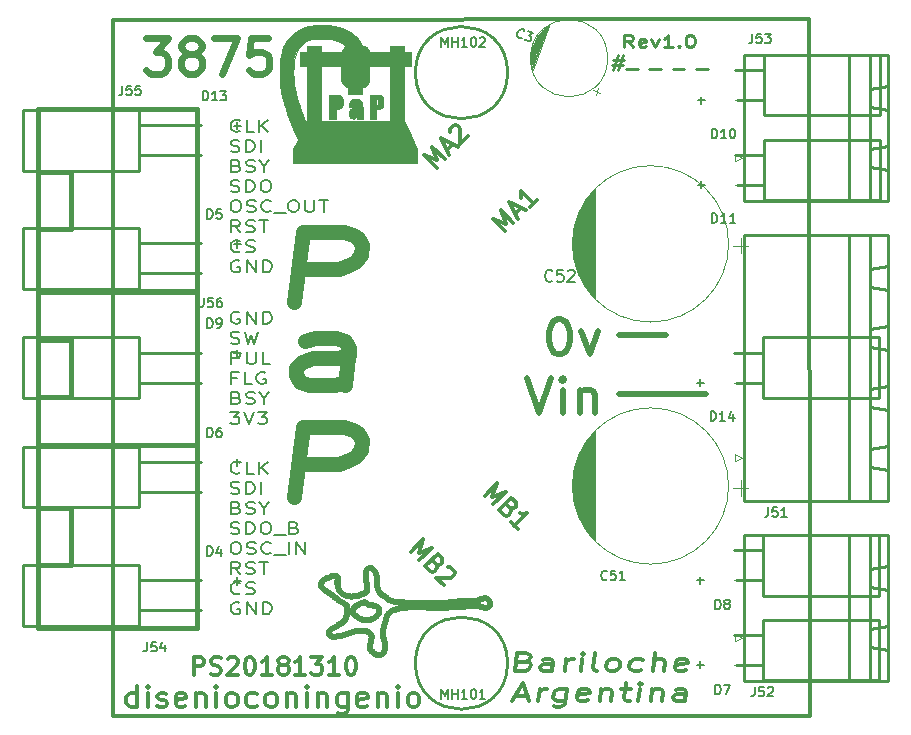
<source format=gbr>
G04 #@! TF.GenerationSoftware,KiCad,Pcbnew,5.0.0-fee4fd1~66~ubuntu16.04.1*
G04 #@! TF.CreationDate,2018-10-18T20:33:51-03:00*
G04 #@! TF.ProjectId,pap,7061702E6B696361645F706362000000,1.0*
G04 #@! TF.SameCoordinates,Original*
G04 #@! TF.FileFunction,Legend,Top*
G04 #@! TF.FilePolarity,Positive*
%FSLAX46Y46*%
G04 Gerber Fmt 4.6, Leading zero omitted, Abs format (unit mm)*
G04 Created by KiCad (PCBNEW 5.0.0-fee4fd1~66~ubuntu16.04.1) date Thu Oct 18 20:33:51 2018*
%MOMM*%
%LPD*%
G01*
G04 APERTURE LIST*
%ADD10C,0.250000*%
%ADD11C,1.300000*%
%ADD12C,0.300000*%
%ADD13C,0.500000*%
%ADD14C,0.200000*%
%ADD15C,0.600000*%
%ADD16C,0.120000*%
%ADD17C,0.010000*%
%ADD18C,0.381000*%
%ADD19C,0.150000*%
G04 APERTURE END LIST*
D10*
X137032690Y-85326459D02*
X136599357Y-84850269D01*
X136289833Y-85326459D02*
X136289833Y-84326459D01*
X136785071Y-84326459D01*
X136908881Y-84374079D01*
X136970786Y-84421698D01*
X137032690Y-84516936D01*
X137032690Y-84659793D01*
X136970786Y-84755031D01*
X136908881Y-84802650D01*
X136785071Y-84850269D01*
X136289833Y-84850269D01*
X138085071Y-85278840D02*
X137961262Y-85326459D01*
X137713643Y-85326459D01*
X137589833Y-85278840D01*
X137527929Y-85183602D01*
X137527929Y-84802650D01*
X137589833Y-84707412D01*
X137713643Y-84659793D01*
X137961262Y-84659793D01*
X138085071Y-84707412D01*
X138146976Y-84802650D01*
X138146976Y-84897888D01*
X137527929Y-84993126D01*
X138580310Y-84659793D02*
X138889833Y-85326459D01*
X139199357Y-84659793D01*
X140375548Y-85326459D02*
X139632690Y-85326459D01*
X140004119Y-85326459D02*
X140004119Y-84326459D01*
X139880310Y-84469317D01*
X139756500Y-84564555D01*
X139632690Y-84612174D01*
X140932690Y-85231221D02*
X140994595Y-85278840D01*
X140932690Y-85326459D01*
X140870786Y-85278840D01*
X140932690Y-85231221D01*
X140932690Y-85326459D01*
X141799357Y-84326459D02*
X141923167Y-84326459D01*
X142046976Y-84374079D01*
X142108881Y-84421698D01*
X142170786Y-84516936D01*
X142232690Y-84707412D01*
X142232690Y-84945507D01*
X142170786Y-85135983D01*
X142108881Y-85231221D01*
X142046976Y-85278840D01*
X141923167Y-85326459D01*
X141799357Y-85326459D01*
X141675548Y-85278840D01*
X141613643Y-85231221D01*
X141551738Y-85135983D01*
X141489833Y-84945507D01*
X141489833Y-84707412D01*
X141551738Y-84516936D01*
X141613643Y-84421698D01*
X141675548Y-84374079D01*
X141799357Y-84326459D01*
X135361262Y-86409793D02*
X136289833Y-86409793D01*
X135732690Y-85981221D02*
X135361262Y-87266936D01*
X136166024Y-86838364D02*
X135237452Y-86838364D01*
X135794595Y-87266936D02*
X136166024Y-85981221D01*
X136413643Y-87171698D02*
X137404119Y-87171698D01*
X138394595Y-87171698D02*
X139385071Y-87171698D01*
X140375548Y-87171698D02*
X141366024Y-87171698D01*
X142356500Y-87171698D02*
X143346976Y-87171698D01*
D11*
X112626470Y-113963364D02*
X113019327Y-110820507D01*
X112662185Y-110249079D01*
X111840756Y-109963364D01*
X110126470Y-109963364D01*
X109233613Y-110249079D01*
X112662185Y-113677650D02*
X111769327Y-113963364D01*
X109626470Y-113963364D01*
X108805042Y-113677650D01*
X108447899Y-113106221D01*
X108519327Y-112534793D01*
X109019327Y-111963364D01*
X109912185Y-111677650D01*
X112055042Y-111677650D01*
X112947899Y-111391936D01*
X108340756Y-123463364D02*
X109090756Y-117463364D01*
X112519327Y-117463364D01*
X113340756Y-117749079D01*
X113733613Y-118034793D01*
X114090756Y-118606221D01*
X113983613Y-119463364D01*
X113483613Y-120034793D01*
X113019327Y-120320507D01*
X112126470Y-120606221D01*
X108697899Y-120606221D01*
X108340756Y-106963364D02*
X109090756Y-100963364D01*
X112519327Y-100963364D01*
X113340756Y-101249079D01*
X113733613Y-101534793D01*
X114090756Y-102106221D01*
X113983613Y-102963364D01*
X113483613Y-103534793D01*
X113019327Y-103820507D01*
X112126470Y-104106221D01*
X108697899Y-104106221D01*
D12*
X93030310Y-141949079D02*
X93030310Y-83049079D01*
X152030310Y-141949079D02*
X93030310Y-141949079D01*
X151930310Y-82949079D02*
X152030310Y-141949079D01*
X93030310Y-83049079D02*
X151930310Y-82949079D01*
X127877214Y-137366936D02*
X128182571Y-137438364D01*
X128278405Y-137509793D01*
X128365310Y-137652650D01*
X128338524Y-137866936D01*
X128215905Y-138009793D01*
X128102214Y-138081221D01*
X127883762Y-138152650D01*
X127045667Y-138152650D01*
X127233167Y-136652650D01*
X127966500Y-136652650D01*
X128167095Y-136724079D01*
X128262929Y-136795507D01*
X128349833Y-136938364D01*
X128331976Y-137081221D01*
X128209357Y-137224079D01*
X128095667Y-137295507D01*
X127877214Y-137366936D01*
X127143881Y-137366936D01*
X130188524Y-138152650D02*
X130286738Y-137366936D01*
X130199833Y-137224079D01*
X129999238Y-137152650D01*
X129580190Y-137152650D01*
X129361738Y-137224079D01*
X130197452Y-138081221D02*
X129979000Y-138152650D01*
X129455190Y-138152650D01*
X129254595Y-138081221D01*
X129167690Y-137938364D01*
X129185548Y-137795507D01*
X129308167Y-137652650D01*
X129526619Y-137581221D01*
X130050429Y-137581221D01*
X130268881Y-137509793D01*
X131236143Y-138152650D02*
X131361143Y-137152650D01*
X131325429Y-137438364D02*
X131448048Y-137295507D01*
X131561738Y-137224079D01*
X131780190Y-137152650D01*
X131989714Y-137152650D01*
X132598048Y-138152650D02*
X132723048Y-137152650D01*
X132785548Y-136652650D02*
X132671857Y-136724079D01*
X132767690Y-136795507D01*
X132881381Y-136724079D01*
X132785548Y-136652650D01*
X132767690Y-136795507D01*
X133959952Y-138152650D02*
X133759357Y-138081221D01*
X133672452Y-137938364D01*
X133833167Y-136652650D01*
X135112333Y-138152650D02*
X134911738Y-138081221D01*
X134815905Y-138009793D01*
X134729000Y-137866936D01*
X134782571Y-137438364D01*
X134905190Y-137295507D01*
X135018881Y-137224079D01*
X135237333Y-137152650D01*
X135551619Y-137152650D01*
X135752214Y-137224079D01*
X135848048Y-137295507D01*
X135934952Y-137438364D01*
X135881381Y-137866936D01*
X135758762Y-138009793D01*
X135645071Y-138081221D01*
X135426619Y-138152650D01*
X135112333Y-138152650D01*
X137740310Y-138081221D02*
X137521857Y-138152650D01*
X137102810Y-138152650D01*
X136902214Y-138081221D01*
X136806381Y-138009793D01*
X136719476Y-137866936D01*
X136773048Y-137438364D01*
X136895667Y-137295507D01*
X137009357Y-137224079D01*
X137227810Y-137152650D01*
X137646857Y-137152650D01*
X137847452Y-137224079D01*
X138674238Y-138152650D02*
X138861738Y-136652650D01*
X139617095Y-138152650D02*
X139715310Y-137366936D01*
X139628405Y-137224079D01*
X139427810Y-137152650D01*
X139113524Y-137152650D01*
X138895071Y-137224079D01*
X138781381Y-137295507D01*
X141511738Y-138081221D02*
X141293286Y-138152650D01*
X140874238Y-138152650D01*
X140673643Y-138081221D01*
X140586738Y-137938364D01*
X140658167Y-137366936D01*
X140780786Y-137224079D01*
X140999238Y-137152650D01*
X141418286Y-137152650D01*
X141618881Y-137224079D01*
X141705786Y-137366936D01*
X141687929Y-137509793D01*
X140622452Y-137652650D01*
X127046857Y-140274079D02*
X128094476Y-140274079D01*
X126783762Y-140702650D02*
X127704595Y-139202650D01*
X128250429Y-140702650D01*
X128983762Y-140702650D02*
X129108762Y-139702650D01*
X129073048Y-139988364D02*
X129195667Y-139845507D01*
X129309357Y-139774079D01*
X129527810Y-139702650D01*
X129737333Y-139702650D01*
X131413524Y-139702650D02*
X131261738Y-140916936D01*
X131139119Y-141059793D01*
X131025429Y-141131221D01*
X130806976Y-141202650D01*
X130492690Y-141202650D01*
X130292095Y-141131221D01*
X131297452Y-140631221D02*
X131079000Y-140702650D01*
X130659952Y-140702650D01*
X130459357Y-140631221D01*
X130363524Y-140559793D01*
X130276619Y-140416936D01*
X130330190Y-139988364D01*
X130452810Y-139845507D01*
X130566500Y-139774079D01*
X130784952Y-139702650D01*
X131204000Y-139702650D01*
X131404595Y-139774079D01*
X133183167Y-140631221D02*
X132964714Y-140702650D01*
X132545667Y-140702650D01*
X132345071Y-140631221D01*
X132258167Y-140488364D01*
X132329595Y-139916936D01*
X132452214Y-139774079D01*
X132670667Y-139702650D01*
X133089714Y-139702650D01*
X133290310Y-139774079D01*
X133377214Y-139916936D01*
X133359357Y-140059793D01*
X132293881Y-140202650D01*
X134346857Y-139702650D02*
X134221857Y-140702650D01*
X134329000Y-139845507D02*
X134442690Y-139774079D01*
X134661143Y-139702650D01*
X134975429Y-139702650D01*
X135176024Y-139774079D01*
X135262929Y-139916936D01*
X135164714Y-140702650D01*
X136023048Y-139702650D02*
X136861143Y-139702650D01*
X136399833Y-139202650D02*
X136239119Y-140488364D01*
X136326024Y-140631221D01*
X136526619Y-140702650D01*
X136736143Y-140702650D01*
X137469476Y-140702650D02*
X137594476Y-139702650D01*
X137656976Y-139202650D02*
X137543286Y-139274079D01*
X137639119Y-139345507D01*
X137752810Y-139274079D01*
X137656976Y-139202650D01*
X137639119Y-139345507D01*
X138642095Y-139702650D02*
X138517095Y-140702650D01*
X138624238Y-139845507D02*
X138737929Y-139774079D01*
X138956381Y-139702650D01*
X139270667Y-139702650D01*
X139471262Y-139774079D01*
X139558167Y-139916936D01*
X139459952Y-140702650D01*
X141450429Y-140702650D02*
X141548643Y-139916936D01*
X141461738Y-139774079D01*
X141261143Y-139702650D01*
X140842095Y-139702650D01*
X140623643Y-139774079D01*
X141459357Y-140631221D02*
X141240905Y-140702650D01*
X140717095Y-140702650D01*
X140516500Y-140631221D01*
X140429595Y-140488364D01*
X140447452Y-140345507D01*
X140570071Y-140202650D01*
X140788524Y-140131221D01*
X141312333Y-140131221D01*
X141530786Y-140059793D01*
X120396934Y-95542099D02*
X119336273Y-94481439D01*
X120447441Y-94885500D01*
X120043380Y-93774332D01*
X121104040Y-94834992D01*
X121255563Y-94077378D02*
X121760640Y-93572302D01*
X121457594Y-94481439D02*
X120750487Y-93067226D01*
X122164701Y-93774332D01*
X121508101Y-92511642D02*
X121508101Y-92410626D01*
X121558609Y-92259103D01*
X121811147Y-92006565D01*
X121962670Y-91956058D01*
X122063685Y-91956058D01*
X122215208Y-92006565D01*
X122316223Y-92107581D01*
X122417239Y-92309611D01*
X122417239Y-93521794D01*
X123073838Y-92865195D01*
X126196934Y-100942099D02*
X125136273Y-99881439D01*
X126247441Y-100285500D01*
X125843380Y-99174332D01*
X126904040Y-100234992D01*
X127055563Y-99477378D02*
X127560640Y-98972302D01*
X127257594Y-99881439D02*
X126550487Y-98467226D01*
X127964701Y-99174332D01*
X128873838Y-98265195D02*
X128267746Y-98871287D01*
X128570792Y-98568241D02*
X127510132Y-97507581D01*
X127560640Y-97760119D01*
X127560640Y-97962149D01*
X127510132Y-98113672D01*
X118211527Y-128089941D02*
X119272187Y-127029281D01*
X118868126Y-128140449D01*
X119979294Y-127736388D01*
X118918634Y-128797048D01*
X120332848Y-129100094D02*
X120433863Y-129302124D01*
X120433863Y-129403140D01*
X120383355Y-129554662D01*
X120231832Y-129706185D01*
X120080310Y-129756693D01*
X119979294Y-129756693D01*
X119827771Y-129706185D01*
X119423710Y-129302124D01*
X120484371Y-128241464D01*
X120837924Y-128595017D01*
X120888432Y-128746540D01*
X120888432Y-128847556D01*
X120837924Y-128999079D01*
X120736909Y-129100094D01*
X120585386Y-129150601D01*
X120484371Y-129150601D01*
X120332848Y-129100094D01*
X119979294Y-128746540D01*
X121393508Y-129352632D02*
X121494523Y-129352632D01*
X121646046Y-129403140D01*
X121898584Y-129655678D01*
X121949092Y-129807201D01*
X121949092Y-129908216D01*
X121898584Y-130059739D01*
X121797569Y-130160754D01*
X121595538Y-130261769D01*
X120383355Y-130261769D01*
X121039954Y-130918368D01*
X124461527Y-123339941D02*
X125522187Y-122279281D01*
X125118126Y-123390449D01*
X126229294Y-122986388D01*
X125168634Y-124047048D01*
X126582848Y-124350094D02*
X126683863Y-124552124D01*
X126683863Y-124653140D01*
X126633355Y-124804662D01*
X126481832Y-124956185D01*
X126330310Y-125006693D01*
X126229294Y-125006693D01*
X126077771Y-124956185D01*
X125673710Y-124552124D01*
X126734371Y-123491464D01*
X127087924Y-123845017D01*
X127138432Y-123996540D01*
X127138432Y-124097556D01*
X127087924Y-124249079D01*
X126986909Y-124350094D01*
X126835386Y-124400601D01*
X126734371Y-124400601D01*
X126582848Y-124350094D01*
X126229294Y-123996540D01*
X127289954Y-126168368D02*
X126683863Y-125562277D01*
X126986909Y-125865323D02*
X128047569Y-124804662D01*
X127795031Y-124855170D01*
X127593000Y-124855170D01*
X127441477Y-124804662D01*
D13*
X135830310Y-114749079D02*
X143230310Y-114749079D01*
X135830310Y-109749079D02*
X139830310Y-109749079D01*
X130648167Y-108356221D02*
X130933881Y-108356221D01*
X131219595Y-108499079D01*
X131362452Y-108641936D01*
X131505310Y-108927650D01*
X131648167Y-109499079D01*
X131648167Y-110213364D01*
X131505310Y-110784793D01*
X131362452Y-111070507D01*
X131219595Y-111213364D01*
X130933881Y-111356221D01*
X130648167Y-111356221D01*
X130362452Y-111213364D01*
X130219595Y-111070507D01*
X130076738Y-110784793D01*
X129933881Y-110213364D01*
X129933881Y-109499079D01*
X130076738Y-108927650D01*
X130219595Y-108641936D01*
X130362452Y-108499079D01*
X130648167Y-108356221D01*
X132648167Y-109356221D02*
X133362452Y-111356221D01*
X134076738Y-109356221D01*
X128076738Y-113356221D02*
X129076738Y-116356221D01*
X130076738Y-113356221D01*
X131076738Y-116356221D02*
X131076738Y-114356221D01*
X131076738Y-113356221D02*
X130933881Y-113499079D01*
X131076738Y-113641936D01*
X131219595Y-113499079D01*
X131076738Y-113356221D01*
X131076738Y-113641936D01*
X132505310Y-114356221D02*
X132505310Y-116356221D01*
X132505310Y-114641936D02*
X132648167Y-114499079D01*
X132933881Y-114356221D01*
X133362452Y-114356221D01*
X133648167Y-114499079D01*
X133791024Y-114784793D01*
X133791024Y-116356221D01*
D14*
X103700786Y-107799079D02*
X103576976Y-107751459D01*
X103391262Y-107751459D01*
X103205548Y-107799079D01*
X103081738Y-107894317D01*
X103019833Y-107989555D01*
X102957929Y-108180031D01*
X102957929Y-108322888D01*
X103019833Y-108513364D01*
X103081738Y-108608602D01*
X103205548Y-108703840D01*
X103391262Y-108751459D01*
X103515071Y-108751459D01*
X103700786Y-108703840D01*
X103762690Y-108656221D01*
X103762690Y-108322888D01*
X103515071Y-108322888D01*
X104319833Y-108751459D02*
X104319833Y-107751459D01*
X105062690Y-108751459D01*
X105062690Y-107751459D01*
X105681738Y-108751459D02*
X105681738Y-107751459D01*
X105991262Y-107751459D01*
X106176976Y-107799079D01*
X106300786Y-107894317D01*
X106362690Y-107989555D01*
X106424595Y-108180031D01*
X106424595Y-108322888D01*
X106362690Y-108513364D01*
X106300786Y-108608602D01*
X106176976Y-108703840D01*
X105991262Y-108751459D01*
X105681738Y-108751459D01*
X102957929Y-110403840D02*
X103143643Y-110451459D01*
X103453167Y-110451459D01*
X103576976Y-110403840D01*
X103638881Y-110356221D01*
X103700786Y-110260983D01*
X103700786Y-110165745D01*
X103638881Y-110070507D01*
X103576976Y-110022888D01*
X103453167Y-109975269D01*
X103205548Y-109927650D01*
X103081738Y-109880031D01*
X103019833Y-109832412D01*
X102957929Y-109737174D01*
X102957929Y-109641936D01*
X103019833Y-109546698D01*
X103081738Y-109499079D01*
X103205548Y-109451459D01*
X103515071Y-109451459D01*
X103700786Y-109499079D01*
X104134119Y-109451459D02*
X104443643Y-110451459D01*
X104691262Y-109737174D01*
X104938881Y-110451459D01*
X105248405Y-109451459D01*
X103019833Y-112151459D02*
X103019833Y-111151459D01*
X103515071Y-111151459D01*
X103638881Y-111199079D01*
X103700786Y-111246698D01*
X103762690Y-111341936D01*
X103762690Y-111484793D01*
X103700786Y-111580031D01*
X103638881Y-111627650D01*
X103515071Y-111675269D01*
X103019833Y-111675269D01*
X104319833Y-111151459D02*
X104319833Y-111960983D01*
X104381738Y-112056221D01*
X104443643Y-112103840D01*
X104567452Y-112151459D01*
X104815071Y-112151459D01*
X104938881Y-112103840D01*
X105000786Y-112056221D01*
X105062690Y-111960983D01*
X105062690Y-111151459D01*
X106300786Y-112151459D02*
X105681738Y-112151459D01*
X105681738Y-111151459D01*
X103453167Y-113327650D02*
X103019833Y-113327650D01*
X103019833Y-113851459D02*
X103019833Y-112851459D01*
X103638881Y-112851459D01*
X104753167Y-113851459D02*
X104134119Y-113851459D01*
X104134119Y-112851459D01*
X105867452Y-112899079D02*
X105743643Y-112851459D01*
X105557929Y-112851459D01*
X105372214Y-112899079D01*
X105248405Y-112994317D01*
X105186500Y-113089555D01*
X105124595Y-113280031D01*
X105124595Y-113422888D01*
X105186500Y-113613364D01*
X105248405Y-113708602D01*
X105372214Y-113803840D01*
X105557929Y-113851459D01*
X105681738Y-113851459D01*
X105867452Y-113803840D01*
X105929357Y-113756221D01*
X105929357Y-113422888D01*
X105681738Y-113422888D01*
X103453167Y-115027650D02*
X103638881Y-115075269D01*
X103700786Y-115122888D01*
X103762690Y-115218126D01*
X103762690Y-115360983D01*
X103700786Y-115456221D01*
X103638881Y-115503840D01*
X103515071Y-115551459D01*
X103019833Y-115551459D01*
X103019833Y-114551459D01*
X103453167Y-114551459D01*
X103576976Y-114599079D01*
X103638881Y-114646698D01*
X103700786Y-114741936D01*
X103700786Y-114837174D01*
X103638881Y-114932412D01*
X103576976Y-114980031D01*
X103453167Y-115027650D01*
X103019833Y-115027650D01*
X104257929Y-115503840D02*
X104443643Y-115551459D01*
X104753167Y-115551459D01*
X104876976Y-115503840D01*
X104938881Y-115456221D01*
X105000786Y-115360983D01*
X105000786Y-115265745D01*
X104938881Y-115170507D01*
X104876976Y-115122888D01*
X104753167Y-115075269D01*
X104505548Y-115027650D01*
X104381738Y-114980031D01*
X104319833Y-114932412D01*
X104257929Y-114837174D01*
X104257929Y-114741936D01*
X104319833Y-114646698D01*
X104381738Y-114599079D01*
X104505548Y-114551459D01*
X104815071Y-114551459D01*
X105000786Y-114599079D01*
X105805548Y-115075269D02*
X105805548Y-115551459D01*
X105372214Y-114551459D02*
X105805548Y-115075269D01*
X106238881Y-114551459D01*
X102896024Y-116251459D02*
X103700786Y-116251459D01*
X103267452Y-116632412D01*
X103453167Y-116632412D01*
X103576976Y-116680031D01*
X103638881Y-116727650D01*
X103700786Y-116822888D01*
X103700786Y-117060983D01*
X103638881Y-117156221D01*
X103576976Y-117203840D01*
X103453167Y-117251459D01*
X103081738Y-117251459D01*
X102957929Y-117203840D01*
X102896024Y-117156221D01*
X104072214Y-116251459D02*
X104505548Y-117251459D01*
X104938881Y-116251459D01*
X105248405Y-116251459D02*
X106053167Y-116251459D01*
X105619833Y-116632412D01*
X105805548Y-116632412D01*
X105929357Y-116680031D01*
X105991262Y-116727650D01*
X106053167Y-116822888D01*
X106053167Y-117060983D01*
X105991262Y-117156221D01*
X105929357Y-117203840D01*
X105805548Y-117251459D01*
X105434119Y-117251459D01*
X105310310Y-117203840D01*
X105248405Y-117156221D01*
X103762690Y-92406221D02*
X103700786Y-92453840D01*
X103515071Y-92501459D01*
X103391262Y-92501459D01*
X103205548Y-92453840D01*
X103081738Y-92358602D01*
X103019833Y-92263364D01*
X102957929Y-92072888D01*
X102957929Y-91930031D01*
X103019833Y-91739555D01*
X103081738Y-91644317D01*
X103205548Y-91549079D01*
X103391262Y-91501459D01*
X103515071Y-91501459D01*
X103700786Y-91549079D01*
X103762690Y-91596698D01*
X104938881Y-92501459D02*
X104319833Y-92501459D01*
X104319833Y-91501459D01*
X105372214Y-92501459D02*
X105372214Y-91501459D01*
X106115071Y-92501459D02*
X105557929Y-91930031D01*
X106115071Y-91501459D02*
X105372214Y-92072888D01*
X102957929Y-94153840D02*
X103143643Y-94201459D01*
X103453167Y-94201459D01*
X103576976Y-94153840D01*
X103638881Y-94106221D01*
X103700786Y-94010983D01*
X103700786Y-93915745D01*
X103638881Y-93820507D01*
X103576976Y-93772888D01*
X103453167Y-93725269D01*
X103205548Y-93677650D01*
X103081738Y-93630031D01*
X103019833Y-93582412D01*
X102957929Y-93487174D01*
X102957929Y-93391936D01*
X103019833Y-93296698D01*
X103081738Y-93249079D01*
X103205548Y-93201459D01*
X103515071Y-93201459D01*
X103700786Y-93249079D01*
X104257929Y-94201459D02*
X104257929Y-93201459D01*
X104567452Y-93201459D01*
X104753167Y-93249079D01*
X104876976Y-93344317D01*
X104938881Y-93439555D01*
X105000786Y-93630031D01*
X105000786Y-93772888D01*
X104938881Y-93963364D01*
X104876976Y-94058602D01*
X104753167Y-94153840D01*
X104567452Y-94201459D01*
X104257929Y-94201459D01*
X105557929Y-94201459D02*
X105557929Y-93201459D01*
X103453167Y-95377650D02*
X103638881Y-95425269D01*
X103700786Y-95472888D01*
X103762690Y-95568126D01*
X103762690Y-95710983D01*
X103700786Y-95806221D01*
X103638881Y-95853840D01*
X103515071Y-95901459D01*
X103019833Y-95901459D01*
X103019833Y-94901459D01*
X103453167Y-94901459D01*
X103576976Y-94949079D01*
X103638881Y-94996698D01*
X103700786Y-95091936D01*
X103700786Y-95187174D01*
X103638881Y-95282412D01*
X103576976Y-95330031D01*
X103453167Y-95377650D01*
X103019833Y-95377650D01*
X104257929Y-95853840D02*
X104443643Y-95901459D01*
X104753167Y-95901459D01*
X104876976Y-95853840D01*
X104938881Y-95806221D01*
X105000786Y-95710983D01*
X105000786Y-95615745D01*
X104938881Y-95520507D01*
X104876976Y-95472888D01*
X104753167Y-95425269D01*
X104505548Y-95377650D01*
X104381738Y-95330031D01*
X104319833Y-95282412D01*
X104257929Y-95187174D01*
X104257929Y-95091936D01*
X104319833Y-94996698D01*
X104381738Y-94949079D01*
X104505548Y-94901459D01*
X104815071Y-94901459D01*
X105000786Y-94949079D01*
X105805548Y-95425269D02*
X105805548Y-95901459D01*
X105372214Y-94901459D02*
X105805548Y-95425269D01*
X106238881Y-94901459D01*
X102957929Y-97553840D02*
X103143643Y-97601459D01*
X103453167Y-97601459D01*
X103576976Y-97553840D01*
X103638881Y-97506221D01*
X103700786Y-97410983D01*
X103700786Y-97315745D01*
X103638881Y-97220507D01*
X103576976Y-97172888D01*
X103453167Y-97125269D01*
X103205548Y-97077650D01*
X103081738Y-97030031D01*
X103019833Y-96982412D01*
X102957929Y-96887174D01*
X102957929Y-96791936D01*
X103019833Y-96696698D01*
X103081738Y-96649079D01*
X103205548Y-96601459D01*
X103515071Y-96601459D01*
X103700786Y-96649079D01*
X104257929Y-97601459D02*
X104257929Y-96601459D01*
X104567452Y-96601459D01*
X104753167Y-96649079D01*
X104876976Y-96744317D01*
X104938881Y-96839555D01*
X105000786Y-97030031D01*
X105000786Y-97172888D01*
X104938881Y-97363364D01*
X104876976Y-97458602D01*
X104753167Y-97553840D01*
X104567452Y-97601459D01*
X104257929Y-97601459D01*
X105805548Y-96601459D02*
X106053167Y-96601459D01*
X106176976Y-96649079D01*
X106300786Y-96744317D01*
X106362690Y-96934793D01*
X106362690Y-97268126D01*
X106300786Y-97458602D01*
X106176976Y-97553840D01*
X106053167Y-97601459D01*
X105805548Y-97601459D01*
X105681738Y-97553840D01*
X105557929Y-97458602D01*
X105496024Y-97268126D01*
X105496024Y-96934793D01*
X105557929Y-96744317D01*
X105681738Y-96649079D01*
X105805548Y-96601459D01*
X103267452Y-98301459D02*
X103515071Y-98301459D01*
X103638881Y-98349079D01*
X103762690Y-98444317D01*
X103824595Y-98634793D01*
X103824595Y-98968126D01*
X103762690Y-99158602D01*
X103638881Y-99253840D01*
X103515071Y-99301459D01*
X103267452Y-99301459D01*
X103143643Y-99253840D01*
X103019833Y-99158602D01*
X102957929Y-98968126D01*
X102957929Y-98634793D01*
X103019833Y-98444317D01*
X103143643Y-98349079D01*
X103267452Y-98301459D01*
X104319833Y-99253840D02*
X104505548Y-99301459D01*
X104815071Y-99301459D01*
X104938881Y-99253840D01*
X105000786Y-99206221D01*
X105062690Y-99110983D01*
X105062690Y-99015745D01*
X105000786Y-98920507D01*
X104938881Y-98872888D01*
X104815071Y-98825269D01*
X104567452Y-98777650D01*
X104443643Y-98730031D01*
X104381738Y-98682412D01*
X104319833Y-98587174D01*
X104319833Y-98491936D01*
X104381738Y-98396698D01*
X104443643Y-98349079D01*
X104567452Y-98301459D01*
X104876976Y-98301459D01*
X105062690Y-98349079D01*
X106362690Y-99206221D02*
X106300786Y-99253840D01*
X106115071Y-99301459D01*
X105991262Y-99301459D01*
X105805548Y-99253840D01*
X105681738Y-99158602D01*
X105619833Y-99063364D01*
X105557929Y-98872888D01*
X105557929Y-98730031D01*
X105619833Y-98539555D01*
X105681738Y-98444317D01*
X105805548Y-98349079D01*
X105991262Y-98301459D01*
X106115071Y-98301459D01*
X106300786Y-98349079D01*
X106362690Y-98396698D01*
X106610310Y-99396698D02*
X107600786Y-99396698D01*
X108157929Y-98301459D02*
X108405548Y-98301459D01*
X108529357Y-98349079D01*
X108653167Y-98444317D01*
X108715071Y-98634793D01*
X108715071Y-98968126D01*
X108653167Y-99158602D01*
X108529357Y-99253840D01*
X108405548Y-99301459D01*
X108157929Y-99301459D01*
X108034119Y-99253840D01*
X107910310Y-99158602D01*
X107848405Y-98968126D01*
X107848405Y-98634793D01*
X107910310Y-98444317D01*
X108034119Y-98349079D01*
X108157929Y-98301459D01*
X109272214Y-98301459D02*
X109272214Y-99110983D01*
X109334119Y-99206221D01*
X109396024Y-99253840D01*
X109519833Y-99301459D01*
X109767452Y-99301459D01*
X109891262Y-99253840D01*
X109953167Y-99206221D01*
X110015071Y-99110983D01*
X110015071Y-98301459D01*
X110448405Y-98301459D02*
X111191262Y-98301459D01*
X110819833Y-99301459D02*
X110819833Y-98301459D01*
X103762690Y-101001459D02*
X103329357Y-100525269D01*
X103019833Y-101001459D02*
X103019833Y-100001459D01*
X103515071Y-100001459D01*
X103638881Y-100049079D01*
X103700786Y-100096698D01*
X103762690Y-100191936D01*
X103762690Y-100334793D01*
X103700786Y-100430031D01*
X103638881Y-100477650D01*
X103515071Y-100525269D01*
X103019833Y-100525269D01*
X104257929Y-100953840D02*
X104443643Y-101001459D01*
X104753167Y-101001459D01*
X104876976Y-100953840D01*
X104938881Y-100906221D01*
X105000786Y-100810983D01*
X105000786Y-100715745D01*
X104938881Y-100620507D01*
X104876976Y-100572888D01*
X104753167Y-100525269D01*
X104505548Y-100477650D01*
X104381738Y-100430031D01*
X104319833Y-100382412D01*
X104257929Y-100287174D01*
X104257929Y-100191936D01*
X104319833Y-100096698D01*
X104381738Y-100049079D01*
X104505548Y-100001459D01*
X104815071Y-100001459D01*
X105000786Y-100049079D01*
X105372214Y-100001459D02*
X106115071Y-100001459D01*
X105743643Y-101001459D02*
X105743643Y-100001459D01*
X103762690Y-102606221D02*
X103700786Y-102653840D01*
X103515071Y-102701459D01*
X103391262Y-102701459D01*
X103205548Y-102653840D01*
X103081738Y-102558602D01*
X103019833Y-102463364D01*
X102957929Y-102272888D01*
X102957929Y-102130031D01*
X103019833Y-101939555D01*
X103081738Y-101844317D01*
X103205548Y-101749079D01*
X103391262Y-101701459D01*
X103515071Y-101701459D01*
X103700786Y-101749079D01*
X103762690Y-101796698D01*
X104257929Y-102653840D02*
X104443643Y-102701459D01*
X104753167Y-102701459D01*
X104876976Y-102653840D01*
X104938881Y-102606221D01*
X105000786Y-102510983D01*
X105000786Y-102415745D01*
X104938881Y-102320507D01*
X104876976Y-102272888D01*
X104753167Y-102225269D01*
X104505548Y-102177650D01*
X104381738Y-102130031D01*
X104319833Y-102082412D01*
X104257929Y-101987174D01*
X104257929Y-101891936D01*
X104319833Y-101796698D01*
X104381738Y-101749079D01*
X104505548Y-101701459D01*
X104815071Y-101701459D01*
X105000786Y-101749079D01*
X103700786Y-103449079D02*
X103576976Y-103401459D01*
X103391262Y-103401459D01*
X103205548Y-103449079D01*
X103081738Y-103544317D01*
X103019833Y-103639555D01*
X102957929Y-103830031D01*
X102957929Y-103972888D01*
X103019833Y-104163364D01*
X103081738Y-104258602D01*
X103205548Y-104353840D01*
X103391262Y-104401459D01*
X103515071Y-104401459D01*
X103700786Y-104353840D01*
X103762690Y-104306221D01*
X103762690Y-103972888D01*
X103515071Y-103972888D01*
X104319833Y-104401459D02*
X104319833Y-103401459D01*
X105062690Y-104401459D01*
X105062690Y-103401459D01*
X105681738Y-104401459D02*
X105681738Y-103401459D01*
X105991262Y-103401459D01*
X106176976Y-103449079D01*
X106300786Y-103544317D01*
X106362690Y-103639555D01*
X106424595Y-103830031D01*
X106424595Y-103972888D01*
X106362690Y-104163364D01*
X106300786Y-104258602D01*
X106176976Y-104353840D01*
X105991262Y-104401459D01*
X105681738Y-104401459D01*
X103762690Y-121356221D02*
X103700786Y-121403840D01*
X103515071Y-121451459D01*
X103391262Y-121451459D01*
X103205548Y-121403840D01*
X103081738Y-121308602D01*
X103019833Y-121213364D01*
X102957929Y-121022888D01*
X102957929Y-120880031D01*
X103019833Y-120689555D01*
X103081738Y-120594317D01*
X103205548Y-120499079D01*
X103391262Y-120451459D01*
X103515071Y-120451459D01*
X103700786Y-120499079D01*
X103762690Y-120546698D01*
X104938881Y-121451459D02*
X104319833Y-121451459D01*
X104319833Y-120451459D01*
X105372214Y-121451459D02*
X105372214Y-120451459D01*
X106115071Y-121451459D02*
X105557929Y-120880031D01*
X106115071Y-120451459D02*
X105372214Y-121022888D01*
X102957929Y-123103840D02*
X103143643Y-123151459D01*
X103453167Y-123151459D01*
X103576976Y-123103840D01*
X103638881Y-123056221D01*
X103700786Y-122960983D01*
X103700786Y-122865745D01*
X103638881Y-122770507D01*
X103576976Y-122722888D01*
X103453167Y-122675269D01*
X103205548Y-122627650D01*
X103081738Y-122580031D01*
X103019833Y-122532412D01*
X102957929Y-122437174D01*
X102957929Y-122341936D01*
X103019833Y-122246698D01*
X103081738Y-122199079D01*
X103205548Y-122151459D01*
X103515071Y-122151459D01*
X103700786Y-122199079D01*
X104257929Y-123151459D02*
X104257929Y-122151459D01*
X104567452Y-122151459D01*
X104753167Y-122199079D01*
X104876976Y-122294317D01*
X104938881Y-122389555D01*
X105000786Y-122580031D01*
X105000786Y-122722888D01*
X104938881Y-122913364D01*
X104876976Y-123008602D01*
X104753167Y-123103840D01*
X104567452Y-123151459D01*
X104257929Y-123151459D01*
X105557929Y-123151459D02*
X105557929Y-122151459D01*
X103453167Y-124327650D02*
X103638881Y-124375269D01*
X103700786Y-124422888D01*
X103762690Y-124518126D01*
X103762690Y-124660983D01*
X103700786Y-124756221D01*
X103638881Y-124803840D01*
X103515071Y-124851459D01*
X103019833Y-124851459D01*
X103019833Y-123851459D01*
X103453167Y-123851459D01*
X103576976Y-123899079D01*
X103638881Y-123946698D01*
X103700786Y-124041936D01*
X103700786Y-124137174D01*
X103638881Y-124232412D01*
X103576976Y-124280031D01*
X103453167Y-124327650D01*
X103019833Y-124327650D01*
X104257929Y-124803840D02*
X104443643Y-124851459D01*
X104753167Y-124851459D01*
X104876976Y-124803840D01*
X104938881Y-124756221D01*
X105000786Y-124660983D01*
X105000786Y-124565745D01*
X104938881Y-124470507D01*
X104876976Y-124422888D01*
X104753167Y-124375269D01*
X104505548Y-124327650D01*
X104381738Y-124280031D01*
X104319833Y-124232412D01*
X104257929Y-124137174D01*
X104257929Y-124041936D01*
X104319833Y-123946698D01*
X104381738Y-123899079D01*
X104505548Y-123851459D01*
X104815071Y-123851459D01*
X105000786Y-123899079D01*
X105805548Y-124375269D02*
X105805548Y-124851459D01*
X105372214Y-123851459D02*
X105805548Y-124375269D01*
X106238881Y-123851459D01*
X102957929Y-126503840D02*
X103143643Y-126551459D01*
X103453167Y-126551459D01*
X103576976Y-126503840D01*
X103638881Y-126456221D01*
X103700786Y-126360983D01*
X103700786Y-126265745D01*
X103638881Y-126170507D01*
X103576976Y-126122888D01*
X103453167Y-126075269D01*
X103205548Y-126027650D01*
X103081738Y-125980031D01*
X103019833Y-125932412D01*
X102957929Y-125837174D01*
X102957929Y-125741936D01*
X103019833Y-125646698D01*
X103081738Y-125599079D01*
X103205548Y-125551459D01*
X103515071Y-125551459D01*
X103700786Y-125599079D01*
X104257929Y-126551459D02*
X104257929Y-125551459D01*
X104567452Y-125551459D01*
X104753167Y-125599079D01*
X104876976Y-125694317D01*
X104938881Y-125789555D01*
X105000786Y-125980031D01*
X105000786Y-126122888D01*
X104938881Y-126313364D01*
X104876976Y-126408602D01*
X104753167Y-126503840D01*
X104567452Y-126551459D01*
X104257929Y-126551459D01*
X105805548Y-125551459D02*
X106053167Y-125551459D01*
X106176976Y-125599079D01*
X106300786Y-125694317D01*
X106362690Y-125884793D01*
X106362690Y-126218126D01*
X106300786Y-126408602D01*
X106176976Y-126503840D01*
X106053167Y-126551459D01*
X105805548Y-126551459D01*
X105681738Y-126503840D01*
X105557929Y-126408602D01*
X105496024Y-126218126D01*
X105496024Y-125884793D01*
X105557929Y-125694317D01*
X105681738Y-125599079D01*
X105805548Y-125551459D01*
X106610310Y-126646698D02*
X107600786Y-126646698D01*
X108343643Y-126027650D02*
X108529357Y-126075269D01*
X108591262Y-126122888D01*
X108653167Y-126218126D01*
X108653167Y-126360983D01*
X108591262Y-126456221D01*
X108529357Y-126503840D01*
X108405548Y-126551459D01*
X107910310Y-126551459D01*
X107910310Y-125551459D01*
X108343643Y-125551459D01*
X108467452Y-125599079D01*
X108529357Y-125646698D01*
X108591262Y-125741936D01*
X108591262Y-125837174D01*
X108529357Y-125932412D01*
X108467452Y-125980031D01*
X108343643Y-126027650D01*
X107910310Y-126027650D01*
X103267452Y-127251459D02*
X103515071Y-127251459D01*
X103638881Y-127299079D01*
X103762690Y-127394317D01*
X103824595Y-127584793D01*
X103824595Y-127918126D01*
X103762690Y-128108602D01*
X103638881Y-128203840D01*
X103515071Y-128251459D01*
X103267452Y-128251459D01*
X103143643Y-128203840D01*
X103019833Y-128108602D01*
X102957929Y-127918126D01*
X102957929Y-127584793D01*
X103019833Y-127394317D01*
X103143643Y-127299079D01*
X103267452Y-127251459D01*
X104319833Y-128203840D02*
X104505548Y-128251459D01*
X104815071Y-128251459D01*
X104938881Y-128203840D01*
X105000786Y-128156221D01*
X105062690Y-128060983D01*
X105062690Y-127965745D01*
X105000786Y-127870507D01*
X104938881Y-127822888D01*
X104815071Y-127775269D01*
X104567452Y-127727650D01*
X104443643Y-127680031D01*
X104381738Y-127632412D01*
X104319833Y-127537174D01*
X104319833Y-127441936D01*
X104381738Y-127346698D01*
X104443643Y-127299079D01*
X104567452Y-127251459D01*
X104876976Y-127251459D01*
X105062690Y-127299079D01*
X106362690Y-128156221D02*
X106300786Y-128203840D01*
X106115071Y-128251459D01*
X105991262Y-128251459D01*
X105805548Y-128203840D01*
X105681738Y-128108602D01*
X105619833Y-128013364D01*
X105557929Y-127822888D01*
X105557929Y-127680031D01*
X105619833Y-127489555D01*
X105681738Y-127394317D01*
X105805548Y-127299079D01*
X105991262Y-127251459D01*
X106115071Y-127251459D01*
X106300786Y-127299079D01*
X106362690Y-127346698D01*
X106610310Y-128346698D02*
X107600786Y-128346698D01*
X107910310Y-128251459D02*
X107910310Y-127251459D01*
X108529357Y-128251459D02*
X108529357Y-127251459D01*
X109272214Y-128251459D01*
X109272214Y-127251459D01*
X103762690Y-129951459D02*
X103329357Y-129475269D01*
X103019833Y-129951459D02*
X103019833Y-128951459D01*
X103515071Y-128951459D01*
X103638881Y-128999079D01*
X103700786Y-129046698D01*
X103762690Y-129141936D01*
X103762690Y-129284793D01*
X103700786Y-129380031D01*
X103638881Y-129427650D01*
X103515071Y-129475269D01*
X103019833Y-129475269D01*
X104257929Y-129903840D02*
X104443643Y-129951459D01*
X104753167Y-129951459D01*
X104876976Y-129903840D01*
X104938881Y-129856221D01*
X105000786Y-129760983D01*
X105000786Y-129665745D01*
X104938881Y-129570507D01*
X104876976Y-129522888D01*
X104753167Y-129475269D01*
X104505548Y-129427650D01*
X104381738Y-129380031D01*
X104319833Y-129332412D01*
X104257929Y-129237174D01*
X104257929Y-129141936D01*
X104319833Y-129046698D01*
X104381738Y-128999079D01*
X104505548Y-128951459D01*
X104815071Y-128951459D01*
X105000786Y-128999079D01*
X105372214Y-128951459D02*
X106115071Y-128951459D01*
X105743643Y-129951459D02*
X105743643Y-128951459D01*
X103762690Y-131556221D02*
X103700786Y-131603840D01*
X103515071Y-131651459D01*
X103391262Y-131651459D01*
X103205548Y-131603840D01*
X103081738Y-131508602D01*
X103019833Y-131413364D01*
X102957929Y-131222888D01*
X102957929Y-131080031D01*
X103019833Y-130889555D01*
X103081738Y-130794317D01*
X103205548Y-130699079D01*
X103391262Y-130651459D01*
X103515071Y-130651459D01*
X103700786Y-130699079D01*
X103762690Y-130746698D01*
X104257929Y-131603840D02*
X104443643Y-131651459D01*
X104753167Y-131651459D01*
X104876976Y-131603840D01*
X104938881Y-131556221D01*
X105000786Y-131460983D01*
X105000786Y-131365745D01*
X104938881Y-131270507D01*
X104876976Y-131222888D01*
X104753167Y-131175269D01*
X104505548Y-131127650D01*
X104381738Y-131080031D01*
X104319833Y-131032412D01*
X104257929Y-130937174D01*
X104257929Y-130841936D01*
X104319833Y-130746698D01*
X104381738Y-130699079D01*
X104505548Y-130651459D01*
X104815071Y-130651459D01*
X105000786Y-130699079D01*
X103700786Y-132399079D02*
X103576976Y-132351459D01*
X103391262Y-132351459D01*
X103205548Y-132399079D01*
X103081738Y-132494317D01*
X103019833Y-132589555D01*
X102957929Y-132780031D01*
X102957929Y-132922888D01*
X103019833Y-133113364D01*
X103081738Y-133208602D01*
X103205548Y-133303840D01*
X103391262Y-133351459D01*
X103515071Y-133351459D01*
X103700786Y-133303840D01*
X103762690Y-133256221D01*
X103762690Y-132922888D01*
X103515071Y-132922888D01*
X104319833Y-133351459D02*
X104319833Y-132351459D01*
X105062690Y-133351459D01*
X105062690Y-132351459D01*
X105681738Y-133351459D02*
X105681738Y-132351459D01*
X105991262Y-132351459D01*
X106176976Y-132399079D01*
X106300786Y-132494317D01*
X106362690Y-132589555D01*
X106424595Y-132780031D01*
X106424595Y-132922888D01*
X106362690Y-133113364D01*
X106300786Y-133208602D01*
X106176976Y-133303840D01*
X105991262Y-133351459D01*
X105681738Y-133351459D01*
D15*
X95794595Y-84606221D02*
X97651738Y-84606221D01*
X96651738Y-85749079D01*
X97080310Y-85749079D01*
X97366024Y-85891936D01*
X97508881Y-86034793D01*
X97651738Y-86320507D01*
X97651738Y-87034793D01*
X97508881Y-87320507D01*
X97366024Y-87463364D01*
X97080310Y-87606221D01*
X96223167Y-87606221D01*
X95937452Y-87463364D01*
X95794595Y-87320507D01*
X99366024Y-85891936D02*
X99080310Y-85749079D01*
X98937452Y-85606221D01*
X98794595Y-85320507D01*
X98794595Y-85177650D01*
X98937452Y-84891936D01*
X99080310Y-84749079D01*
X99366024Y-84606221D01*
X99937452Y-84606221D01*
X100223167Y-84749079D01*
X100366024Y-84891936D01*
X100508881Y-85177650D01*
X100508881Y-85320507D01*
X100366024Y-85606221D01*
X100223167Y-85749079D01*
X99937452Y-85891936D01*
X99366024Y-85891936D01*
X99080310Y-86034793D01*
X98937452Y-86177650D01*
X98794595Y-86463364D01*
X98794595Y-87034793D01*
X98937452Y-87320507D01*
X99080310Y-87463364D01*
X99366024Y-87606221D01*
X99937452Y-87606221D01*
X100223167Y-87463364D01*
X100366024Y-87320507D01*
X100508881Y-87034793D01*
X100508881Y-86463364D01*
X100366024Y-86177650D01*
X100223167Y-86034793D01*
X99937452Y-85891936D01*
X101508881Y-84606221D02*
X103508881Y-84606221D01*
X102223167Y-87606221D01*
X106080310Y-84606221D02*
X104651738Y-84606221D01*
X104508881Y-86034793D01*
X104651738Y-85891936D01*
X104937452Y-85749079D01*
X105651738Y-85749079D01*
X105937452Y-85891936D01*
X106080310Y-86034793D01*
X106223167Y-86320507D01*
X106223167Y-87034793D01*
X106080310Y-87320507D01*
X105937452Y-87463364D01*
X105651738Y-87606221D01*
X104937452Y-87606221D01*
X104651738Y-87463364D01*
X104508881Y-87320507D01*
D12*
X99858881Y-138477650D02*
X99858881Y-136977650D01*
X100430310Y-136977650D01*
X100573167Y-137049079D01*
X100644595Y-137120507D01*
X100716024Y-137263364D01*
X100716024Y-137477650D01*
X100644595Y-137620507D01*
X100573167Y-137691936D01*
X100430310Y-137763364D01*
X99858881Y-137763364D01*
X101287452Y-138406221D02*
X101501738Y-138477650D01*
X101858881Y-138477650D01*
X102001738Y-138406221D01*
X102073167Y-138334793D01*
X102144595Y-138191936D01*
X102144595Y-138049079D01*
X102073167Y-137906221D01*
X102001738Y-137834793D01*
X101858881Y-137763364D01*
X101573167Y-137691936D01*
X101430310Y-137620507D01*
X101358881Y-137549079D01*
X101287452Y-137406221D01*
X101287452Y-137263364D01*
X101358881Y-137120507D01*
X101430310Y-137049079D01*
X101573167Y-136977650D01*
X101930310Y-136977650D01*
X102144595Y-137049079D01*
X102716024Y-137120507D02*
X102787452Y-137049079D01*
X102930310Y-136977650D01*
X103287452Y-136977650D01*
X103430310Y-137049079D01*
X103501738Y-137120507D01*
X103573167Y-137263364D01*
X103573167Y-137406221D01*
X103501738Y-137620507D01*
X102644595Y-138477650D01*
X103573167Y-138477650D01*
X104501738Y-136977650D02*
X104644595Y-136977650D01*
X104787452Y-137049079D01*
X104858881Y-137120507D01*
X104930310Y-137263364D01*
X105001738Y-137549079D01*
X105001738Y-137906221D01*
X104930310Y-138191936D01*
X104858881Y-138334793D01*
X104787452Y-138406221D01*
X104644595Y-138477650D01*
X104501738Y-138477650D01*
X104358881Y-138406221D01*
X104287452Y-138334793D01*
X104216024Y-138191936D01*
X104144595Y-137906221D01*
X104144595Y-137549079D01*
X104216024Y-137263364D01*
X104287452Y-137120507D01*
X104358881Y-137049079D01*
X104501738Y-136977650D01*
X106430310Y-138477650D02*
X105573167Y-138477650D01*
X106001738Y-138477650D02*
X106001738Y-136977650D01*
X105858881Y-137191936D01*
X105716024Y-137334793D01*
X105573167Y-137406221D01*
X107287452Y-137620507D02*
X107144595Y-137549079D01*
X107073167Y-137477650D01*
X107001738Y-137334793D01*
X107001738Y-137263364D01*
X107073167Y-137120507D01*
X107144595Y-137049079D01*
X107287452Y-136977650D01*
X107573167Y-136977650D01*
X107716024Y-137049079D01*
X107787452Y-137120507D01*
X107858881Y-137263364D01*
X107858881Y-137334793D01*
X107787452Y-137477650D01*
X107716024Y-137549079D01*
X107573167Y-137620507D01*
X107287452Y-137620507D01*
X107144595Y-137691936D01*
X107073167Y-137763364D01*
X107001738Y-137906221D01*
X107001738Y-138191936D01*
X107073167Y-138334793D01*
X107144595Y-138406221D01*
X107287452Y-138477650D01*
X107573167Y-138477650D01*
X107716024Y-138406221D01*
X107787452Y-138334793D01*
X107858881Y-138191936D01*
X107858881Y-137906221D01*
X107787452Y-137763364D01*
X107716024Y-137691936D01*
X107573167Y-137620507D01*
X109287452Y-138477650D02*
X108430310Y-138477650D01*
X108858881Y-138477650D02*
X108858881Y-136977650D01*
X108716024Y-137191936D01*
X108573167Y-137334793D01*
X108430310Y-137406221D01*
X109787452Y-136977650D02*
X110716024Y-136977650D01*
X110216024Y-137549079D01*
X110430310Y-137549079D01*
X110573167Y-137620507D01*
X110644595Y-137691936D01*
X110716024Y-137834793D01*
X110716024Y-138191936D01*
X110644595Y-138334793D01*
X110573167Y-138406221D01*
X110430310Y-138477650D01*
X110001738Y-138477650D01*
X109858881Y-138406221D01*
X109787452Y-138334793D01*
X112144595Y-138477650D02*
X111287452Y-138477650D01*
X111716024Y-138477650D02*
X111716024Y-136977650D01*
X111573167Y-137191936D01*
X111430310Y-137334793D01*
X111287452Y-137406221D01*
X113073167Y-136977650D02*
X113216024Y-136977650D01*
X113358881Y-137049079D01*
X113430310Y-137120507D01*
X113501738Y-137263364D01*
X113573167Y-137549079D01*
X113573167Y-137906221D01*
X113501738Y-138191936D01*
X113430310Y-138334793D01*
X113358881Y-138406221D01*
X113216024Y-138477650D01*
X113073167Y-138477650D01*
X112930310Y-138406221D01*
X112858881Y-138334793D01*
X112787452Y-138191936D01*
X112716024Y-137906221D01*
X112716024Y-137549079D01*
X112787452Y-137263364D01*
X112858881Y-137120507D01*
X112930310Y-137049079D01*
X113073167Y-136977650D01*
X95039833Y-141213364D02*
X95039833Y-139413364D01*
X95039833Y-141127650D02*
X94858881Y-141213364D01*
X94496976Y-141213364D01*
X94316024Y-141127650D01*
X94225548Y-141041936D01*
X94135071Y-140870507D01*
X94135071Y-140356221D01*
X94225548Y-140184793D01*
X94316024Y-140099079D01*
X94496976Y-140013364D01*
X94858881Y-140013364D01*
X95039833Y-140099079D01*
X95944595Y-141213364D02*
X95944595Y-140013364D01*
X95944595Y-139413364D02*
X95854119Y-139499079D01*
X95944595Y-139584793D01*
X96035071Y-139499079D01*
X95944595Y-139413364D01*
X95944595Y-139584793D01*
X96758881Y-141127650D02*
X96939833Y-141213364D01*
X97301738Y-141213364D01*
X97482690Y-141127650D01*
X97573167Y-140956221D01*
X97573167Y-140870507D01*
X97482690Y-140699079D01*
X97301738Y-140613364D01*
X97030309Y-140613364D01*
X96849357Y-140527650D01*
X96758881Y-140356221D01*
X96758881Y-140270507D01*
X96849357Y-140099079D01*
X97030309Y-140013364D01*
X97301738Y-140013364D01*
X97482690Y-140099079D01*
X99111262Y-141127650D02*
X98930309Y-141213364D01*
X98568405Y-141213364D01*
X98387452Y-141127650D01*
X98296976Y-140956221D01*
X98296976Y-140270507D01*
X98387452Y-140099079D01*
X98568405Y-140013364D01*
X98930309Y-140013364D01*
X99111262Y-140099079D01*
X99201738Y-140270507D01*
X99201738Y-140441936D01*
X98296976Y-140613364D01*
X100016024Y-140013364D02*
X100016024Y-141213364D01*
X100016024Y-140184793D02*
X100106500Y-140099079D01*
X100287452Y-140013364D01*
X100558881Y-140013364D01*
X100739833Y-140099079D01*
X100830309Y-140270507D01*
X100830309Y-141213364D01*
X101735071Y-141213364D02*
X101735071Y-140013364D01*
X101735071Y-139413364D02*
X101644595Y-139499079D01*
X101735071Y-139584793D01*
X101825548Y-139499079D01*
X101735071Y-139413364D01*
X101735071Y-139584793D01*
X102911262Y-141213364D02*
X102730310Y-141127650D01*
X102639833Y-141041936D01*
X102549357Y-140870507D01*
X102549357Y-140356221D01*
X102639833Y-140184793D01*
X102730310Y-140099079D01*
X102911262Y-140013364D01*
X103182690Y-140013364D01*
X103363643Y-140099079D01*
X103454119Y-140184793D01*
X103544595Y-140356221D01*
X103544595Y-140870507D01*
X103454119Y-141041936D01*
X103363643Y-141127650D01*
X103182690Y-141213364D01*
X102911262Y-141213364D01*
X105173167Y-141127650D02*
X104992214Y-141213364D01*
X104630310Y-141213364D01*
X104449357Y-141127650D01*
X104358881Y-141041936D01*
X104268405Y-140870507D01*
X104268405Y-140356221D01*
X104358881Y-140184793D01*
X104449357Y-140099079D01*
X104630310Y-140013364D01*
X104992214Y-140013364D01*
X105173167Y-140099079D01*
X106258881Y-141213364D02*
X106077929Y-141127650D01*
X105987452Y-141041936D01*
X105896976Y-140870507D01*
X105896976Y-140356221D01*
X105987452Y-140184793D01*
X106077929Y-140099079D01*
X106258881Y-140013364D01*
X106530310Y-140013364D01*
X106711262Y-140099079D01*
X106801738Y-140184793D01*
X106892214Y-140356221D01*
X106892214Y-140870507D01*
X106801738Y-141041936D01*
X106711262Y-141127650D01*
X106530310Y-141213364D01*
X106258881Y-141213364D01*
X107706500Y-140013364D02*
X107706500Y-141213364D01*
X107706500Y-140184793D02*
X107796976Y-140099079D01*
X107977929Y-140013364D01*
X108249357Y-140013364D01*
X108430310Y-140099079D01*
X108520786Y-140270507D01*
X108520786Y-141213364D01*
X109425548Y-141213364D02*
X109425548Y-140013364D01*
X109425548Y-139413364D02*
X109335071Y-139499079D01*
X109425548Y-139584793D01*
X109516024Y-139499079D01*
X109425548Y-139413364D01*
X109425548Y-139584793D01*
X110330310Y-140013364D02*
X110330310Y-141213364D01*
X110330310Y-140184793D02*
X110420786Y-140099079D01*
X110601738Y-140013364D01*
X110873167Y-140013364D01*
X111054119Y-140099079D01*
X111144595Y-140270507D01*
X111144595Y-141213364D01*
X112863643Y-140013364D02*
X112863643Y-141470507D01*
X112773167Y-141641936D01*
X112682690Y-141727650D01*
X112501738Y-141813364D01*
X112230310Y-141813364D01*
X112049357Y-141727650D01*
X112863643Y-141127650D02*
X112682690Y-141213364D01*
X112320786Y-141213364D01*
X112139833Y-141127650D01*
X112049357Y-141041936D01*
X111958881Y-140870507D01*
X111958881Y-140356221D01*
X112049357Y-140184793D01*
X112139833Y-140099079D01*
X112320786Y-140013364D01*
X112682690Y-140013364D01*
X112863643Y-140099079D01*
X114492214Y-141127650D02*
X114311262Y-141213364D01*
X113949357Y-141213364D01*
X113768405Y-141127650D01*
X113677929Y-140956221D01*
X113677929Y-140270507D01*
X113768405Y-140099079D01*
X113949357Y-140013364D01*
X114311262Y-140013364D01*
X114492214Y-140099079D01*
X114582690Y-140270507D01*
X114582690Y-140441936D01*
X113677929Y-140613364D01*
X115396976Y-140013364D02*
X115396976Y-141213364D01*
X115396976Y-140184793D02*
X115487452Y-140099079D01*
X115668405Y-140013364D01*
X115939833Y-140013364D01*
X116120786Y-140099079D01*
X116211262Y-140270507D01*
X116211262Y-141213364D01*
X117116024Y-141213364D02*
X117116024Y-140013364D01*
X117116024Y-139413364D02*
X117025548Y-139499079D01*
X117116024Y-139584793D01*
X117206500Y-139499079D01*
X117116024Y-139413364D01*
X117116024Y-139584793D01*
X118292214Y-141213364D02*
X118111262Y-141127650D01*
X118020786Y-141041936D01*
X117930310Y-140870507D01*
X117930310Y-140356221D01*
X118020786Y-140184793D01*
X118111262Y-140099079D01*
X118292214Y-140013364D01*
X118563643Y-140013364D01*
X118744595Y-140099079D01*
X118835071Y-140184793D01*
X118925548Y-140356221D01*
X118925548Y-140870507D01*
X118835071Y-141041936D01*
X118744595Y-141127650D01*
X118563643Y-141213364D01*
X118292214Y-141213364D01*
D10*
G04 #@! TO.C,D9*
X95210000Y-109920000D02*
X85390000Y-109920000D01*
X85390000Y-109920000D02*
X85390000Y-115040000D01*
X85390000Y-115040000D02*
X95210000Y-115040000D01*
X95210000Y-115040000D02*
X95210000Y-109920000D01*
X100420000Y-111210000D02*
X95210000Y-111210000D01*
D16*
X95210000Y-111210000D02*
X95210000Y-111210000D01*
X100420000Y-111210000D02*
X100420000Y-111210000D01*
D10*
X100420000Y-113750000D02*
X95210000Y-113750000D01*
D16*
X95210000Y-113750000D02*
X95210000Y-113750000D01*
X100420000Y-113750000D02*
X100420000Y-113750000D01*
G04 #@! TO.C,D6*
X100420000Y-123000000D02*
X100420000Y-123000000D01*
X95210000Y-123000000D02*
X95210000Y-123000000D01*
D10*
X100420000Y-123000000D02*
X95210000Y-123000000D01*
D16*
X100420000Y-120460000D02*
X100420000Y-120460000D01*
X95210000Y-120460000D02*
X95210000Y-120460000D01*
D10*
X100420000Y-120460000D02*
X95210000Y-120460000D01*
X95210000Y-124290000D02*
X95210000Y-119170000D01*
X85390000Y-124290000D02*
X95210000Y-124290000D01*
X85390000Y-119170000D02*
X85390000Y-124290000D01*
X95210000Y-119170000D02*
X85390000Y-119170000D01*
D16*
G04 #@! TO.C,D5*
X100420000Y-104500000D02*
X100420000Y-104500000D01*
X95210000Y-104500000D02*
X95210000Y-104500000D01*
D10*
X100420000Y-104500000D02*
X95210000Y-104500000D01*
D16*
X100420000Y-101960000D02*
X100420000Y-101960000D01*
X95210000Y-101960000D02*
X95210000Y-101960000D01*
D10*
X100420000Y-101960000D02*
X95210000Y-101960000D01*
X95210000Y-105790000D02*
X95210000Y-100670000D01*
X85390000Y-105790000D02*
X95210000Y-105790000D01*
X85390000Y-100670000D02*
X85390000Y-105790000D01*
X95210000Y-100670000D02*
X85390000Y-100670000D01*
D16*
G04 #@! TO.C,D13*
X100420000Y-94500000D02*
X100420000Y-94500000D01*
X95210000Y-94500000D02*
X95210000Y-94500000D01*
D10*
X100420000Y-94500000D02*
X95210000Y-94500000D01*
D16*
X100420000Y-91960000D02*
X100420000Y-91960000D01*
X95210000Y-91960000D02*
X95210000Y-91960000D01*
D10*
X100420000Y-91960000D02*
X95210000Y-91960000D01*
X95210000Y-95790000D02*
X95210000Y-90670000D01*
X85390000Y-95790000D02*
X95210000Y-95790000D01*
X85390000Y-90670000D02*
X85390000Y-95790000D01*
X95210000Y-90670000D02*
X85390000Y-90670000D01*
D16*
G04 #@! TO.C,D4*
X100420000Y-133040000D02*
X100420000Y-133040000D01*
X95210000Y-133040000D02*
X95210000Y-133040000D01*
D10*
X100420000Y-133040000D02*
X95210000Y-133040000D01*
D16*
X100420000Y-130500000D02*
X100420000Y-130500000D01*
X95210000Y-130500000D02*
X95210000Y-130500000D01*
D10*
X100420000Y-130500000D02*
X95210000Y-130500000D01*
X95210000Y-134330000D02*
X95210000Y-129210000D01*
X85390000Y-134330000D02*
X95210000Y-134330000D01*
X85390000Y-129210000D02*
X85390000Y-134330000D01*
X95210000Y-129210000D02*
X85390000Y-129210000D01*
G04 #@! TO.C,D7*
X147990000Y-138930000D02*
X157810000Y-138930000D01*
X157810000Y-138930000D02*
X157810000Y-133810000D01*
X157810000Y-133810000D02*
X147990000Y-133810000D01*
X147990000Y-133810000D02*
X147990000Y-138930000D01*
D16*
X147990000Y-137640000D02*
X147990000Y-137640000D01*
D10*
X147990000Y-137640000D02*
X145706035Y-137640000D01*
D16*
X145580000Y-137640000D02*
X145580000Y-137640000D01*
X147990000Y-135100000D02*
X147990000Y-135100000D01*
D10*
X147990000Y-135100000D02*
X145585921Y-135100000D01*
D16*
X145580000Y-135100000D02*
X145580000Y-135100000D01*
D10*
G04 #@! TO.C,D10*
X148090000Y-91130000D02*
X157910000Y-91130000D01*
X157910000Y-91130000D02*
X157910000Y-86010000D01*
X157910000Y-86010000D02*
X148090000Y-86010000D01*
X148090000Y-86010000D02*
X148090000Y-91130000D01*
D16*
X148090000Y-89840000D02*
X148090000Y-89840000D01*
D10*
X148090000Y-89840000D02*
X145806035Y-89840000D01*
D16*
X145680000Y-89840000D02*
X145680000Y-89840000D01*
X148090000Y-87300000D02*
X148090000Y-87300000D01*
D10*
X148090000Y-87300000D02*
X145685921Y-87300000D01*
D16*
X145680000Y-87300000D02*
X145680000Y-87300000D01*
D10*
G04 #@! TO.C,D8*
X147990000Y-131790000D02*
X157810000Y-131790000D01*
X157810000Y-131790000D02*
X157810000Y-126670000D01*
X157810000Y-126670000D02*
X147990000Y-126670000D01*
X147990000Y-126670000D02*
X147990000Y-131790000D01*
D16*
X147990000Y-130500000D02*
X147990000Y-130500000D01*
D10*
X147990000Y-130500000D02*
X145706035Y-130500000D01*
D16*
X145580000Y-130500000D02*
X145580000Y-130500000D01*
X147990000Y-127960000D02*
X147990000Y-127960000D01*
D10*
X147990000Y-127960000D02*
X145585921Y-127960000D01*
D16*
X145580000Y-127960000D02*
X145580000Y-127960000D01*
D10*
G04 #@! TO.C,D11*
X148090000Y-98290000D02*
X157910000Y-98290000D01*
X157910000Y-98290000D02*
X157910000Y-93170000D01*
X157910000Y-93170000D02*
X148090000Y-93170000D01*
X148090000Y-93170000D02*
X148090000Y-98290000D01*
D16*
X148090000Y-97000000D02*
X148090000Y-97000000D01*
D10*
X148090000Y-97000000D02*
X145806035Y-97000000D01*
D16*
X145680000Y-97000000D02*
X145680000Y-97000000D01*
X148090000Y-94460000D02*
X148090000Y-94460000D01*
D10*
X148090000Y-94460000D02*
X145685921Y-94460000D01*
D16*
X145680000Y-94460000D02*
X145680000Y-94460000D01*
D10*
G04 #@! TO.C,D14*
X147990000Y-115039079D02*
X157810000Y-115039079D01*
X157810000Y-115039079D02*
X157810000Y-109919079D01*
X157810000Y-109919079D02*
X147990000Y-109919079D01*
X147990000Y-109919079D02*
X147990000Y-115039079D01*
D16*
X147990000Y-113749079D02*
X147990000Y-113749079D01*
D10*
X147990000Y-113749079D02*
X145706035Y-113749079D01*
D16*
X145580000Y-113749079D02*
X145580000Y-113749079D01*
X147990000Y-111209079D02*
X147990000Y-111209079D01*
D10*
X147990000Y-111209079D02*
X145585921Y-111209079D01*
D16*
X145580000Y-111209079D02*
X145580000Y-111209079D01*
G04 #@! TO.C,C3*
X134874926Y-86276604D02*
G75*
G03X134874926Y-86276604I-3270000J0D01*
G01*
X128516043Y-87275377D02*
X129880704Y-83526003D01*
X128495899Y-87213772D02*
X129825673Y-83560247D01*
X128476780Y-87149348D02*
X129769616Y-83597310D01*
X128458345Y-87083044D02*
X129712875Y-83636252D01*
X128440595Y-87014861D02*
X129655450Y-83677073D01*
X128424212Y-86942919D02*
X129596657Y-83721653D01*
X128408514Y-86869098D02*
X129537180Y-83768114D01*
X128394526Y-86790579D02*
X129475993Y-83819271D01*
X128381563Y-86709240D02*
X129413780Y-83873248D01*
X128370311Y-86623203D02*
X129349857Y-83931923D01*
X128360769Y-86532467D02*
X129284224Y-83995297D01*
X128353279Y-86436093D02*
X129216538Y-84064309D01*
X128348867Y-86331262D02*
X129145774Y-84141779D01*
X128347534Y-86217974D02*
X129071933Y-84227705D01*
X128350647Y-86092470D02*
X128993644Y-84325848D01*
X128360258Y-85949112D02*
X128908858Y-84441845D01*
X128380471Y-85776623D02*
X128813469Y-84586972D01*
X128421890Y-85545873D02*
X128696875Y-84790360D01*
X134265102Y-89201851D02*
X133673095Y-88986379D01*
X133861362Y-89390118D02*
X134076835Y-88798112D01*
G04 #@! TO.C,J53*
X145620000Y-95020000D02*
X145620000Y-94420000D01*
X146220000Y-94720000D02*
X145620000Y-95020000D01*
X145620000Y-94420000D02*
X146220000Y-94720000D01*
D10*
X157080000Y-90390000D02*
X158580000Y-90640000D01*
D16*
X157080000Y-88890000D02*
X157080000Y-90390000D01*
D10*
X158580000Y-88640000D02*
X157080000Y-88890000D01*
D16*
X158580000Y-90640000D02*
X158580000Y-88640000D01*
D10*
X157080000Y-95470000D02*
X158580000Y-95720000D01*
D16*
X157080000Y-93970000D02*
X157080000Y-95470000D01*
D10*
X158580000Y-93720000D02*
X157080000Y-93970000D01*
D16*
X158580000Y-95720000D02*
X158580000Y-93720000D01*
D10*
X157080000Y-86020000D02*
X157080000Y-98340000D01*
X155280000Y-86020000D02*
X157080000Y-86020000D01*
X155280000Y-98340000D02*
X155280000Y-86020000D01*
D16*
X157080000Y-98340000D02*
X155280000Y-98340000D01*
D10*
X146420000Y-86020000D02*
X146420000Y-98340000D01*
X158580000Y-86020000D02*
X146420000Y-86020000D01*
X158580000Y-98340000D02*
X158580000Y-86020000D01*
X146420000Y-98340000D02*
X158580000Y-98340000D01*
D17*
G04 #@! TO.C,L104*
G36*
X115152268Y-89379423D02*
X115294755Y-89382242D01*
X115402063Y-89385486D01*
X115481342Y-89389993D01*
X115539744Y-89396600D01*
X115584421Y-89406146D01*
X115622523Y-89419470D01*
X115661203Y-89437408D01*
X115665560Y-89439579D01*
X115743528Y-89487704D01*
X115796440Y-89546776D01*
X115819947Y-89587746D01*
X115838137Y-89626026D01*
X115850926Y-89663187D01*
X115859081Y-89707164D01*
X115863370Y-89765889D01*
X115864559Y-89847297D01*
X115863417Y-89959323D01*
X115862280Y-90025481D01*
X115859464Y-90155389D01*
X115855855Y-90250181D01*
X115850539Y-90317074D01*
X115842608Y-90363286D01*
X115831148Y-90396035D01*
X115815250Y-90422537D01*
X115811514Y-90427648D01*
X115750857Y-90492301D01*
X115676586Y-90536245D01*
X115579394Y-90563370D01*
X115453138Y-90577369D01*
X115273977Y-90588546D01*
X115273977Y-91386912D01*
X114744810Y-91386912D01*
X114744810Y-89979329D01*
X115273977Y-89979329D01*
X115274507Y-90089706D01*
X115276728Y-90164505D01*
X115281587Y-90210477D01*
X115290029Y-90234372D01*
X115303001Y-90242938D01*
X115311018Y-90243588D01*
X115361997Y-90232086D01*
X115379810Y-90223215D01*
X115396302Y-90200604D01*
X115407798Y-90152930D01*
X115415430Y-90073738D01*
X115418940Y-89999971D01*
X115421295Y-89901175D01*
X115419003Y-89835155D01*
X115410917Y-89792498D01*
X115395890Y-89763791D01*
X115389201Y-89755761D01*
X115346504Y-89724223D01*
X115313029Y-89714746D01*
X115296779Y-89717938D01*
X115285770Y-89732062D01*
X115278996Y-89763937D01*
X115275449Y-89820384D01*
X115274124Y-89908221D01*
X115273977Y-89979329D01*
X114744810Y-89979329D01*
X114744810Y-89372183D01*
X115152268Y-89379423D01*
X115152268Y-89379423D01*
G37*
X115152268Y-89379423D02*
X115294755Y-89382242D01*
X115402063Y-89385486D01*
X115481342Y-89389993D01*
X115539744Y-89396600D01*
X115584421Y-89406146D01*
X115622523Y-89419470D01*
X115661203Y-89437408D01*
X115665560Y-89439579D01*
X115743528Y-89487704D01*
X115796440Y-89546776D01*
X115819947Y-89587746D01*
X115838137Y-89626026D01*
X115850926Y-89663187D01*
X115859081Y-89707164D01*
X115863370Y-89765889D01*
X115864559Y-89847297D01*
X115863417Y-89959323D01*
X115862280Y-90025481D01*
X115859464Y-90155389D01*
X115855855Y-90250181D01*
X115850539Y-90317074D01*
X115842608Y-90363286D01*
X115831148Y-90396035D01*
X115815250Y-90422537D01*
X115811514Y-90427648D01*
X115750857Y-90492301D01*
X115676586Y-90536245D01*
X115579394Y-90563370D01*
X115453138Y-90577369D01*
X115273977Y-90588546D01*
X115273977Y-91386912D01*
X114744810Y-91386912D01*
X114744810Y-89979329D01*
X115273977Y-89979329D01*
X115274507Y-90089706D01*
X115276728Y-90164505D01*
X115281587Y-90210477D01*
X115290029Y-90234372D01*
X115303001Y-90242938D01*
X115311018Y-90243588D01*
X115361997Y-90232086D01*
X115379810Y-90223215D01*
X115396302Y-90200604D01*
X115407798Y-90152930D01*
X115415430Y-90073738D01*
X115418940Y-89999971D01*
X115421295Y-89901175D01*
X115419003Y-89835155D01*
X115410917Y-89792498D01*
X115395890Y-89763791D01*
X115389201Y-89755761D01*
X115346504Y-89724223D01*
X115313029Y-89714746D01*
X115296779Y-89717938D01*
X115285770Y-89732062D01*
X115278996Y-89763937D01*
X115275449Y-89820384D01*
X115274124Y-89908221D01*
X115273977Y-89979329D01*
X114744810Y-89979329D01*
X114744810Y-89372183D01*
X115152268Y-89379423D01*
G36*
X111723268Y-89379423D02*
X111865755Y-89382242D01*
X111973063Y-89385486D01*
X112052342Y-89389993D01*
X112110744Y-89396600D01*
X112155421Y-89406146D01*
X112193523Y-89419470D01*
X112232203Y-89437408D01*
X112236560Y-89439579D01*
X112314528Y-89487704D01*
X112367440Y-89546776D01*
X112390947Y-89587746D01*
X112409137Y-89626026D01*
X112421926Y-89663187D01*
X112430081Y-89707164D01*
X112434370Y-89765889D01*
X112435559Y-89847297D01*
X112434417Y-89959323D01*
X112433280Y-90025481D01*
X112430464Y-90155389D01*
X112426855Y-90250181D01*
X112421539Y-90317074D01*
X112413608Y-90363286D01*
X112402148Y-90396035D01*
X112386250Y-90422537D01*
X112382514Y-90427648D01*
X112321857Y-90492301D01*
X112247586Y-90536245D01*
X112150394Y-90563370D01*
X112024138Y-90577369D01*
X111844977Y-90588546D01*
X111844977Y-91386912D01*
X111315810Y-91386912D01*
X111315810Y-89979329D01*
X111844977Y-89979329D01*
X111845507Y-90089706D01*
X111847728Y-90164505D01*
X111852587Y-90210477D01*
X111861029Y-90234372D01*
X111874001Y-90242938D01*
X111882018Y-90243588D01*
X111932997Y-90232086D01*
X111950810Y-90223215D01*
X111967302Y-90200604D01*
X111978798Y-90152930D01*
X111986430Y-90073738D01*
X111989940Y-89999971D01*
X111992295Y-89901175D01*
X111990003Y-89835155D01*
X111981917Y-89792498D01*
X111966890Y-89763791D01*
X111960201Y-89755761D01*
X111917504Y-89724223D01*
X111884029Y-89714746D01*
X111867779Y-89717938D01*
X111856770Y-89732062D01*
X111849996Y-89763937D01*
X111846449Y-89820384D01*
X111845124Y-89908221D01*
X111844977Y-89979329D01*
X111315810Y-89979329D01*
X111315810Y-89372183D01*
X111723268Y-89379423D01*
X111723268Y-89379423D01*
G37*
X111723268Y-89379423D02*
X111865755Y-89382242D01*
X111973063Y-89385486D01*
X112052342Y-89389993D01*
X112110744Y-89396600D01*
X112155421Y-89406146D01*
X112193523Y-89419470D01*
X112232203Y-89437408D01*
X112236560Y-89439579D01*
X112314528Y-89487704D01*
X112367440Y-89546776D01*
X112390947Y-89587746D01*
X112409137Y-89626026D01*
X112421926Y-89663187D01*
X112430081Y-89707164D01*
X112434370Y-89765889D01*
X112435559Y-89847297D01*
X112434417Y-89959323D01*
X112433280Y-90025481D01*
X112430464Y-90155389D01*
X112426855Y-90250181D01*
X112421539Y-90317074D01*
X112413608Y-90363286D01*
X112402148Y-90396035D01*
X112386250Y-90422537D01*
X112382514Y-90427648D01*
X112321857Y-90492301D01*
X112247586Y-90536245D01*
X112150394Y-90563370D01*
X112024138Y-90577369D01*
X111844977Y-90588546D01*
X111844977Y-91386912D01*
X111315810Y-91386912D01*
X111315810Y-89979329D01*
X111844977Y-89979329D01*
X111845507Y-90089706D01*
X111847728Y-90164505D01*
X111852587Y-90210477D01*
X111861029Y-90234372D01*
X111874001Y-90242938D01*
X111882018Y-90243588D01*
X111932997Y-90232086D01*
X111950810Y-90223215D01*
X111967302Y-90200604D01*
X111978798Y-90152930D01*
X111986430Y-90073738D01*
X111989940Y-89999971D01*
X111992295Y-89901175D01*
X111990003Y-89835155D01*
X111981917Y-89792498D01*
X111966890Y-89763791D01*
X111960201Y-89755761D01*
X111917504Y-89724223D01*
X111884029Y-89714746D01*
X111867779Y-89717938D01*
X111856770Y-89732062D01*
X111849996Y-89763937D01*
X111846449Y-89820384D01*
X111845124Y-89908221D01*
X111844977Y-89979329D01*
X111315810Y-89979329D01*
X111315810Y-89372183D01*
X111723268Y-89379423D01*
G36*
X113674000Y-89721664D02*
X113822632Y-89751592D01*
X113942280Y-89809192D01*
X114031195Y-89893720D01*
X114072574Y-89964756D01*
X114084928Y-89995329D01*
X114094869Y-90028574D01*
X114102759Y-90069559D01*
X114108956Y-90123352D01*
X114113821Y-90195019D01*
X114117714Y-90289626D01*
X114120994Y-90412243D01*
X114124022Y-90567935D01*
X114126590Y-90725218D01*
X114136917Y-91386912D01*
X113622977Y-91386912D01*
X113622977Y-91250493D01*
X113588460Y-91299772D01*
X113521439Y-91360781D01*
X113429976Y-91396202D01*
X113324408Y-91404584D01*
X113215074Y-91384475D01*
X113156503Y-91360454D01*
X113087726Y-91317707D01*
X113039756Y-91265216D01*
X113009328Y-91195177D01*
X112993178Y-91099786D01*
X112988043Y-90971239D01*
X112988009Y-90957607D01*
X112989104Y-90898063D01*
X113474810Y-90898063D01*
X113474810Y-90898682D01*
X113477101Y-90998566D01*
X113485417Y-91062620D01*
X113501924Y-91097168D01*
X113528785Y-91108536D01*
X113546296Y-91107573D01*
X113565662Y-91102315D01*
X113578735Y-91088192D01*
X113586993Y-91057828D01*
X113591915Y-91003850D01*
X113594978Y-90918883D01*
X113596375Y-90857746D01*
X113601523Y-90614329D01*
X113538167Y-90683454D01*
X113504021Y-90724854D01*
X113484940Y-90764702D01*
X113476634Y-90817579D01*
X113474810Y-90898063D01*
X112989104Y-90898063D01*
X112990326Y-90831634D01*
X113000966Y-90736330D01*
X113025401Y-90664055D01*
X113069099Y-90607165D01*
X113137529Y-90558018D01*
X113236162Y-90508973D01*
X113340921Y-90464496D01*
X113446622Y-90419836D01*
X113519091Y-90383853D01*
X113564586Y-90349967D01*
X113589365Y-90311603D01*
X113599686Y-90262184D01*
X113601807Y-90195131D01*
X113601810Y-90190307D01*
X113594106Y-90092255D01*
X113571090Y-90033162D01*
X113532901Y-90013284D01*
X113506829Y-90018630D01*
X113490004Y-90034983D01*
X113480005Y-90073325D01*
X113475472Y-90141401D01*
X113474810Y-90200915D01*
X113474810Y-90370912D01*
X112987977Y-90370912D01*
X112988906Y-90228037D01*
X113001173Y-90083016D01*
X113034830Y-89964530D01*
X113086506Y-89880390D01*
X113171219Y-89813559D01*
X113286754Y-89761647D01*
X113423055Y-89728568D01*
X113498133Y-89720155D01*
X113674000Y-89721664D01*
X113674000Y-89721664D01*
G37*
X113674000Y-89721664D02*
X113822632Y-89751592D01*
X113942280Y-89809192D01*
X114031195Y-89893720D01*
X114072574Y-89964756D01*
X114084928Y-89995329D01*
X114094869Y-90028574D01*
X114102759Y-90069559D01*
X114108956Y-90123352D01*
X114113821Y-90195019D01*
X114117714Y-90289626D01*
X114120994Y-90412243D01*
X114124022Y-90567935D01*
X114126590Y-90725218D01*
X114136917Y-91386912D01*
X113622977Y-91386912D01*
X113622977Y-91250493D01*
X113588460Y-91299772D01*
X113521439Y-91360781D01*
X113429976Y-91396202D01*
X113324408Y-91404584D01*
X113215074Y-91384475D01*
X113156503Y-91360454D01*
X113087726Y-91317707D01*
X113039756Y-91265216D01*
X113009328Y-91195177D01*
X112993178Y-91099786D01*
X112988043Y-90971239D01*
X112988009Y-90957607D01*
X112989104Y-90898063D01*
X113474810Y-90898063D01*
X113474810Y-90898682D01*
X113477101Y-90998566D01*
X113485417Y-91062620D01*
X113501924Y-91097168D01*
X113528785Y-91108536D01*
X113546296Y-91107573D01*
X113565662Y-91102315D01*
X113578735Y-91088192D01*
X113586993Y-91057828D01*
X113591915Y-91003850D01*
X113594978Y-90918883D01*
X113596375Y-90857746D01*
X113601523Y-90614329D01*
X113538167Y-90683454D01*
X113504021Y-90724854D01*
X113484940Y-90764702D01*
X113476634Y-90817579D01*
X113474810Y-90898063D01*
X112989104Y-90898063D01*
X112990326Y-90831634D01*
X113000966Y-90736330D01*
X113025401Y-90664055D01*
X113069099Y-90607165D01*
X113137529Y-90558018D01*
X113236162Y-90508973D01*
X113340921Y-90464496D01*
X113446622Y-90419836D01*
X113519091Y-90383853D01*
X113564586Y-90349967D01*
X113589365Y-90311603D01*
X113599686Y-90262184D01*
X113601807Y-90195131D01*
X113601810Y-90190307D01*
X113594106Y-90092255D01*
X113571090Y-90033162D01*
X113532901Y-90013284D01*
X113506829Y-90018630D01*
X113490004Y-90034983D01*
X113480005Y-90073325D01*
X113475472Y-90141401D01*
X113474810Y-90200915D01*
X113474810Y-90370912D01*
X112987977Y-90370912D01*
X112988906Y-90228037D01*
X113001173Y-90083016D01*
X113034830Y-89964530D01*
X113086506Y-89880390D01*
X113171219Y-89813559D01*
X113286754Y-89761647D01*
X113423055Y-89728568D01*
X113498133Y-89720155D01*
X113674000Y-89721664D01*
G36*
X110882077Y-83456722D02*
X111300506Y-83486656D01*
X111700379Y-83544634D01*
X112078810Y-83629917D01*
X112432913Y-83741771D01*
X112759802Y-83879458D01*
X113056591Y-84042242D01*
X113241977Y-84168557D01*
X113434134Y-84329279D01*
X113622982Y-84520008D01*
X113798257Y-84728995D01*
X113949698Y-84944488D01*
X114014560Y-85053304D01*
X114058512Y-85129281D01*
X114090894Y-85174934D01*
X114119036Y-85197816D01*
X114150271Y-85205482D01*
X114162727Y-85205962D01*
X114240322Y-85220448D01*
X114332889Y-85257575D01*
X114425519Y-85309997D01*
X114503306Y-85370365D01*
X114510554Y-85377413D01*
X114594083Y-85487945D01*
X114652931Y-85623296D01*
X114671409Y-85698371D01*
X114686021Y-85777746D01*
X116416977Y-85777746D01*
X116416977Y-85206246D01*
X117602310Y-85206246D01*
X117602310Y-85776551D01*
X117893352Y-85782440D01*
X118184393Y-85788329D01*
X118190020Y-86375704D01*
X118195646Y-86963079D01*
X117602310Y-86963079D01*
X117602310Y-91619897D01*
X118184393Y-92783912D01*
X118766477Y-93947928D01*
X118766477Y-95133412D01*
X108246643Y-95133412D01*
X108246643Y-93968822D01*
X108447886Y-93566761D01*
X108649128Y-93164700D01*
X108556422Y-92979598D01*
X108387237Y-92625481D01*
X108218116Y-92240514D01*
X108052163Y-91833356D01*
X107892481Y-91412669D01*
X107742171Y-90987112D01*
X107604336Y-90565346D01*
X107482080Y-90156030D01*
X107378504Y-89767827D01*
X107325532Y-89543794D01*
X107287844Y-89374111D01*
X107255835Y-89225854D01*
X107229042Y-89093714D01*
X107207001Y-88972382D01*
X107189249Y-88856549D01*
X107175322Y-88740906D01*
X107164755Y-88620146D01*
X107157086Y-88488958D01*
X107151851Y-88342035D01*
X107148586Y-88174067D01*
X107146828Y-87979746D01*
X107146113Y-87753764D01*
X107146053Y-87636615D01*
X108271740Y-87636615D01*
X108283417Y-87947189D01*
X108309501Y-88250708D01*
X108351225Y-88557905D01*
X108409823Y-88879508D01*
X108486529Y-89226250D01*
X108500325Y-89283789D01*
X108588481Y-89625384D01*
X108692202Y-89988659D01*
X108807878Y-90362666D01*
X108931899Y-90736459D01*
X109060657Y-91099089D01*
X109190541Y-91439609D01*
X109294781Y-91693312D01*
X109330701Y-91777461D01*
X109369868Y-91703895D01*
X109375993Y-91690964D01*
X109381446Y-91674886D01*
X109386268Y-91653264D01*
X109390499Y-91623700D01*
X109394179Y-91583796D01*
X109397348Y-91531152D01*
X109400045Y-91463371D01*
X109402311Y-91378055D01*
X109404186Y-91272805D01*
X109405708Y-91145223D01*
X109406919Y-90992911D01*
X109407858Y-90813471D01*
X109408565Y-90604504D01*
X109409080Y-90363612D01*
X109409443Y-90088397D01*
X109409693Y-89776461D01*
X109409871Y-89425405D01*
X109409923Y-89296704D01*
X109410810Y-86963079D01*
X110596143Y-86963079D01*
X110596143Y-91619746D01*
X116416977Y-91619746D01*
X116416977Y-86963079D01*
X114683539Y-86963079D01*
X114677133Y-87624537D01*
X114670727Y-88285996D01*
X114607665Y-88399857D01*
X114520343Y-88522405D01*
X114408958Y-88614684D01*
X114268779Y-88680006D01*
X114168018Y-88707831D01*
X114109810Y-88720719D01*
X114109810Y-89270246D01*
X112924477Y-89270246D01*
X112924477Y-88726649D01*
X112808220Y-88700632D01*
X112675447Y-88652231D01*
X112554962Y-88573161D01*
X112454432Y-88471075D01*
X112381522Y-88353623D01*
X112345458Y-88238754D01*
X112342002Y-88197008D01*
X112338867Y-88119251D01*
X112336180Y-88011805D01*
X112334065Y-87880991D01*
X112332647Y-87733130D01*
X112332051Y-87574545D01*
X112332043Y-87561037D01*
X112331810Y-86963079D01*
X110596143Y-86963079D01*
X109410810Y-86963079D01*
X108839310Y-86963079D01*
X108839310Y-85777746D01*
X109410810Y-85777746D01*
X109410810Y-85206246D01*
X110596143Y-85206246D01*
X110596143Y-85777746D01*
X112328089Y-85777746D01*
X112342101Y-85694810D01*
X112376787Y-85586713D01*
X112439771Y-85475929D01*
X112520979Y-85377657D01*
X112591207Y-85318987D01*
X112691587Y-85251812D01*
X112580490Y-85154469D01*
X112413128Y-85031418D01*
X112209348Y-84922208D01*
X111973197Y-84828238D01*
X111708718Y-84750903D01*
X111419957Y-84691601D01*
X111129934Y-84653542D01*
X111007578Y-84644998D01*
X110859797Y-84640064D01*
X110695331Y-84638527D01*
X110522923Y-84640170D01*
X110351311Y-84644778D01*
X110189237Y-84652135D01*
X110045442Y-84662027D01*
X109928666Y-84674237D01*
X109864291Y-84684741D01*
X109591123Y-84756010D01*
X109351483Y-84850523D01*
X109141899Y-84970947D01*
X108958901Y-85119950D01*
X108799021Y-85300200D01*
X108658788Y-85514363D01*
X108575201Y-85675817D01*
X108481207Y-85905126D01*
X108405311Y-86159305D01*
X108346921Y-86441558D01*
X108305443Y-86755088D01*
X108280285Y-87103101D01*
X108273237Y-87308256D01*
X108271740Y-87636615D01*
X107146053Y-87636615D01*
X107145977Y-87490810D01*
X107145977Y-87487931D01*
X107146009Y-87243754D01*
X107146218Y-87037692D01*
X107146768Y-86865531D01*
X107147827Y-86723052D01*
X107149560Y-86606038D01*
X107152133Y-86510273D01*
X107155713Y-86431539D01*
X107160465Y-86365620D01*
X107166555Y-86308299D01*
X107174151Y-86255359D01*
X107183417Y-86202582D01*
X107194519Y-86145753D01*
X107199889Y-86119072D01*
X107296240Y-85728224D01*
X107421409Y-85368353D01*
X107575524Y-85039309D01*
X107758709Y-84740946D01*
X107971090Y-84473112D01*
X108212792Y-84235661D01*
X108483943Y-84028442D01*
X108784666Y-83851307D01*
X109115089Y-83704107D01*
X109293373Y-83641069D01*
X109519558Y-83574463D01*
X109741921Y-83524358D01*
X109972309Y-83488852D01*
X110222567Y-83466043D01*
X110447977Y-83455567D01*
X110882077Y-83456722D01*
X110882077Y-83456722D01*
G37*
X110882077Y-83456722D02*
X111300506Y-83486656D01*
X111700379Y-83544634D01*
X112078810Y-83629917D01*
X112432913Y-83741771D01*
X112759802Y-83879458D01*
X113056591Y-84042242D01*
X113241977Y-84168557D01*
X113434134Y-84329279D01*
X113622982Y-84520008D01*
X113798257Y-84728995D01*
X113949698Y-84944488D01*
X114014560Y-85053304D01*
X114058512Y-85129281D01*
X114090894Y-85174934D01*
X114119036Y-85197816D01*
X114150271Y-85205482D01*
X114162727Y-85205962D01*
X114240322Y-85220448D01*
X114332889Y-85257575D01*
X114425519Y-85309997D01*
X114503306Y-85370365D01*
X114510554Y-85377413D01*
X114594083Y-85487945D01*
X114652931Y-85623296D01*
X114671409Y-85698371D01*
X114686021Y-85777746D01*
X116416977Y-85777746D01*
X116416977Y-85206246D01*
X117602310Y-85206246D01*
X117602310Y-85776551D01*
X117893352Y-85782440D01*
X118184393Y-85788329D01*
X118190020Y-86375704D01*
X118195646Y-86963079D01*
X117602310Y-86963079D01*
X117602310Y-91619897D01*
X118184393Y-92783912D01*
X118766477Y-93947928D01*
X118766477Y-95133412D01*
X108246643Y-95133412D01*
X108246643Y-93968822D01*
X108447886Y-93566761D01*
X108649128Y-93164700D01*
X108556422Y-92979598D01*
X108387237Y-92625481D01*
X108218116Y-92240514D01*
X108052163Y-91833356D01*
X107892481Y-91412669D01*
X107742171Y-90987112D01*
X107604336Y-90565346D01*
X107482080Y-90156030D01*
X107378504Y-89767827D01*
X107325532Y-89543794D01*
X107287844Y-89374111D01*
X107255835Y-89225854D01*
X107229042Y-89093714D01*
X107207001Y-88972382D01*
X107189249Y-88856549D01*
X107175322Y-88740906D01*
X107164755Y-88620146D01*
X107157086Y-88488958D01*
X107151851Y-88342035D01*
X107148586Y-88174067D01*
X107146828Y-87979746D01*
X107146113Y-87753764D01*
X107146053Y-87636615D01*
X108271740Y-87636615D01*
X108283417Y-87947189D01*
X108309501Y-88250708D01*
X108351225Y-88557905D01*
X108409823Y-88879508D01*
X108486529Y-89226250D01*
X108500325Y-89283789D01*
X108588481Y-89625384D01*
X108692202Y-89988659D01*
X108807878Y-90362666D01*
X108931899Y-90736459D01*
X109060657Y-91099089D01*
X109190541Y-91439609D01*
X109294781Y-91693312D01*
X109330701Y-91777461D01*
X109369868Y-91703895D01*
X109375993Y-91690964D01*
X109381446Y-91674886D01*
X109386268Y-91653264D01*
X109390499Y-91623700D01*
X109394179Y-91583796D01*
X109397348Y-91531152D01*
X109400045Y-91463371D01*
X109402311Y-91378055D01*
X109404186Y-91272805D01*
X109405708Y-91145223D01*
X109406919Y-90992911D01*
X109407858Y-90813471D01*
X109408565Y-90604504D01*
X109409080Y-90363612D01*
X109409443Y-90088397D01*
X109409693Y-89776461D01*
X109409871Y-89425405D01*
X109409923Y-89296704D01*
X109410810Y-86963079D01*
X110596143Y-86963079D01*
X110596143Y-91619746D01*
X116416977Y-91619746D01*
X116416977Y-86963079D01*
X114683539Y-86963079D01*
X114677133Y-87624537D01*
X114670727Y-88285996D01*
X114607665Y-88399857D01*
X114520343Y-88522405D01*
X114408958Y-88614684D01*
X114268779Y-88680006D01*
X114168018Y-88707831D01*
X114109810Y-88720719D01*
X114109810Y-89270246D01*
X112924477Y-89270246D01*
X112924477Y-88726649D01*
X112808220Y-88700632D01*
X112675447Y-88652231D01*
X112554962Y-88573161D01*
X112454432Y-88471075D01*
X112381522Y-88353623D01*
X112345458Y-88238754D01*
X112342002Y-88197008D01*
X112338867Y-88119251D01*
X112336180Y-88011805D01*
X112334065Y-87880991D01*
X112332647Y-87733130D01*
X112332051Y-87574545D01*
X112332043Y-87561037D01*
X112331810Y-86963079D01*
X110596143Y-86963079D01*
X109410810Y-86963079D01*
X108839310Y-86963079D01*
X108839310Y-85777746D01*
X109410810Y-85777746D01*
X109410810Y-85206246D01*
X110596143Y-85206246D01*
X110596143Y-85777746D01*
X112328089Y-85777746D01*
X112342101Y-85694810D01*
X112376787Y-85586713D01*
X112439771Y-85475929D01*
X112520979Y-85377657D01*
X112591207Y-85318987D01*
X112691587Y-85251812D01*
X112580490Y-85154469D01*
X112413128Y-85031418D01*
X112209348Y-84922208D01*
X111973197Y-84828238D01*
X111708718Y-84750903D01*
X111419957Y-84691601D01*
X111129934Y-84653542D01*
X111007578Y-84644998D01*
X110859797Y-84640064D01*
X110695331Y-84638527D01*
X110522923Y-84640170D01*
X110351311Y-84644778D01*
X110189237Y-84652135D01*
X110045442Y-84662027D01*
X109928666Y-84674237D01*
X109864291Y-84684741D01*
X109591123Y-84756010D01*
X109351483Y-84850523D01*
X109141899Y-84970947D01*
X108958901Y-85119950D01*
X108799021Y-85300200D01*
X108658788Y-85514363D01*
X108575201Y-85675817D01*
X108481207Y-85905126D01*
X108405311Y-86159305D01*
X108346921Y-86441558D01*
X108305443Y-86755088D01*
X108280285Y-87103101D01*
X108273237Y-87308256D01*
X108271740Y-87636615D01*
X107146053Y-87636615D01*
X107145977Y-87490810D01*
X107145977Y-87487931D01*
X107146009Y-87243754D01*
X107146218Y-87037692D01*
X107146768Y-86865531D01*
X107147827Y-86723052D01*
X107149560Y-86606038D01*
X107152133Y-86510273D01*
X107155713Y-86431539D01*
X107160465Y-86365620D01*
X107166555Y-86308299D01*
X107174151Y-86255359D01*
X107183417Y-86202582D01*
X107194519Y-86145753D01*
X107199889Y-86119072D01*
X107296240Y-85728224D01*
X107421409Y-85368353D01*
X107575524Y-85039309D01*
X107758709Y-84740946D01*
X107971090Y-84473112D01*
X108212792Y-84235661D01*
X108483943Y-84028442D01*
X108784666Y-83851307D01*
X109115089Y-83704107D01*
X109293373Y-83641069D01*
X109519558Y-83574463D01*
X109741921Y-83524358D01*
X109972309Y-83488852D01*
X110222567Y-83466043D01*
X110447977Y-83455567D01*
X110882077Y-83456722D01*
D13*
G04 #@! TO.C,L101*
X123907691Y-132641065D02*
X123915027Y-132640729D01*
X123955047Y-132642642D02*
X123958901Y-132643302D01*
X123725785Y-132670014D02*
X123834888Y-132650135D01*
X123834888Y-132650135D02*
X123868600Y-132644959D01*
X112035470Y-130253420D02*
X112034854Y-130249053D01*
X112035998Y-130257831D02*
X112035470Y-130253420D01*
X112036845Y-130266763D02*
X112035998Y-130257831D01*
X112037505Y-130275802D02*
X112036845Y-130266763D01*
X112038611Y-130295951D02*
X112037505Y-130275802D01*
X112039126Y-130316489D02*
X112038611Y-130295951D01*
X112039093Y-130326936D02*
X112039126Y-130316489D01*
X112038830Y-130337518D02*
X112039093Y-130326936D01*
X112038310Y-130348249D02*
X112038830Y-130337518D01*
X112037505Y-130359141D02*
X112038310Y-130348249D01*
X112036269Y-130371347D02*
X112037505Y-130359141D01*
X112034698Y-130383722D02*
X112036269Y-130371347D01*
X112032840Y-130396224D02*
X112034698Y-130383722D01*
X112030740Y-130408810D02*
X112032840Y-130396224D01*
X112010831Y-130508464D02*
X112030740Y-130408810D01*
X112008713Y-130520874D02*
X112010831Y-130508464D01*
X112006860Y-130533424D02*
X112008713Y-130520874D01*
X112005327Y-130546166D02*
X112006860Y-130533424D01*
X112004169Y-130559156D02*
X112005327Y-130546166D01*
X112003343Y-130574412D02*
X112004169Y-130559156D01*
X112002973Y-130590065D02*
X112003343Y-130574412D01*
X112004169Y-130692499D02*
X112002973Y-130590065D01*
X112002035Y-130798013D02*
X112004169Y-130692499D01*
X112002149Y-130818904D02*
X112002035Y-130798013D01*
X112002808Y-130839346D02*
X112002149Y-130818904D01*
X112003391Y-130849348D02*
X112002808Y-130839346D01*
X112004169Y-130859178D02*
X112003391Y-130849348D01*
X112005114Y-130868443D02*
X112004169Y-130859178D01*
X112006249Y-130877564D02*
X112005114Y-130868443D01*
X112007565Y-130886576D02*
X112006249Y-130877564D01*
X112009054Y-130895511D02*
X112007565Y-130886576D01*
X112012522Y-130913290D02*
X112009054Y-130895511D01*
X112016585Y-130931173D02*
X112012522Y-130913290D01*
X112037505Y-131009189D02*
X112016585Y-130931173D01*
X112073950Y-131140988D02*
X112037505Y-131009189D01*
X112084594Y-131175964D02*
X112073950Y-131140988D01*
X112095932Y-131210516D02*
X112084594Y-131175964D01*
X112108002Y-131244025D02*
X112095932Y-131210516D01*
X112114324Y-131260196D02*
X112108002Y-131244025D01*
X112120845Y-131275875D02*
X112114324Y-131260196D01*
X112126764Y-131289247D02*
X112120845Y-131275875D01*
X112132846Y-131302210D02*
X112126764Y-131289247D01*
X112139094Y-131314796D02*
X112132846Y-131302210D01*
X112145514Y-131327038D02*
X112139094Y-131314796D01*
X112152110Y-131338971D02*
X112145514Y-131327038D01*
X112158886Y-131350626D02*
X112152110Y-131338971D01*
X112165846Y-131362037D02*
X112158886Y-131350626D01*
X112172995Y-131373237D02*
X112165846Y-131362037D01*
X112180338Y-131384260D02*
X112172995Y-131373237D01*
X112187878Y-131395137D02*
X112180338Y-131384260D01*
X112203570Y-131416592D02*
X112187878Y-131395137D01*
X112220105Y-131437865D02*
X112203570Y-131416592D01*
X112237520Y-131459222D02*
X112220105Y-131437865D01*
X112256596Y-131481742D02*
X112237520Y-131459222D01*
X112276501Y-131504353D02*
X112256596Y-131481742D01*
X112297071Y-131526770D02*
X112276501Y-131504353D01*
X112318144Y-131548706D02*
X112297071Y-131526770D01*
X112339557Y-131569873D02*
X112318144Y-131548706D01*
X112361145Y-131589986D02*
X112339557Y-131569873D01*
X112371955Y-131599557D02*
X112361145Y-131589986D01*
X112382747Y-131608757D02*
X112371955Y-131599557D01*
X112393502Y-131617550D02*
X112382747Y-131608757D01*
X112404199Y-131625901D02*
X112393502Y-131617550D01*
X112413270Y-131632656D02*
X112404199Y-131625901D01*
X112422301Y-131639089D02*
X112413270Y-131632656D01*
X112431309Y-131645223D02*
X112422301Y-131639089D01*
X112440312Y-131651083D02*
X112431309Y-131645223D01*
X112449327Y-131656696D02*
X112440312Y-131651083D01*
X112458372Y-131662086D02*
X112449327Y-131656696D01*
X112476617Y-131672297D02*
X112458372Y-131662086D01*
X112495185Y-131681917D02*
X112476617Y-131672297D01*
X112514215Y-131691147D02*
X112495185Y-131681917D01*
X112554210Y-131709240D02*
X112514215Y-131691147D01*
X112604690Y-131730873D02*
X112554210Y-131709240D01*
X112658541Y-131752646D02*
X112604690Y-131730873D01*
X112714396Y-131773551D02*
X112658541Y-131752646D01*
X112742650Y-131783363D02*
X112714396Y-131773551D01*
X112770892Y-131792580D02*
X112742650Y-131783363D01*
X112798389Y-131800927D02*
X112770892Y-131792580D01*
X112825732Y-131808615D02*
X112798389Y-131800927D01*
X112852938Y-131815672D02*
X112825732Y-131808615D01*
X112880026Y-131822131D02*
X112852938Y-131815672D01*
X112907015Y-131828020D02*
X112880026Y-131822131D01*
X112933924Y-131833372D02*
X112907015Y-131828020D01*
X112987575Y-131842583D02*
X112933924Y-131833372D01*
X113040579Y-131849861D02*
X112987575Y-131842583D01*
X113067209Y-131852784D02*
X113040579Y-131849861D01*
X113094011Y-131855197D02*
X113067209Y-131852784D01*
X113121052Y-131857074D02*
X113094011Y-131855197D01*
X113148396Y-131858393D02*
X113121052Y-131857074D01*
X113176110Y-131859126D02*
X113148396Y-131858393D01*
X113204258Y-131859251D02*
X113176110Y-131859126D01*
X113235004Y-131858701D02*
X113204258Y-131859251D01*
X113266182Y-131857517D02*
X113235004Y-131858701D01*
X113329262Y-131853641D02*
X113266182Y-131857517D01*
X113510375Y-131836998D02*
X113329262Y-131853641D01*
X113564897Y-131830383D02*
X113510375Y-131836998D01*
X113591703Y-131826313D02*
X113564897Y-131830383D01*
X113618279Y-131821534D02*
X113591703Y-131826313D01*
X113631498Y-131818832D02*
X113618279Y-131821534D01*
X113644679Y-131815896D02*
X113631498Y-131818832D01*
X113657831Y-131812707D02*
X113644679Y-131815896D01*
X113670959Y-131809248D02*
X113657831Y-131812707D01*
X113684450Y-131805391D02*
X113670959Y-131809248D01*
X113697928Y-131801251D02*
X113684450Y-131805391D01*
X113724863Y-131792204D02*
X113697928Y-131801251D01*
X113751795Y-131782287D02*
X113724863Y-131792204D01*
X113944959Y-131702631D02*
X113751795Y-131782287D01*
X114003036Y-131680679D02*
X113944959Y-131702631D01*
X114061752Y-131660507D02*
X114003036Y-131680679D01*
X114091314Y-131651230D02*
X114061752Y-131660507D01*
X114260975Y-131604884D02*
X114091314Y-131651230D01*
X114274323Y-131600688D02*
X114260975Y-131604884D01*
X114287472Y-131596282D02*
X114274323Y-131600688D01*
X114300402Y-131591633D02*
X114287472Y-131596282D01*
X114313093Y-131586708D02*
X114300402Y-131591633D01*
X114325523Y-131581474D02*
X114313093Y-131586708D01*
X114337674Y-131575897D02*
X114325523Y-131581474D01*
X114348168Y-131570660D02*
X114337674Y-131575897D01*
X114358417Y-131565133D02*
X114348168Y-131570660D01*
X114368413Y-131559319D02*
X114358417Y-131565133D01*
X114378147Y-131553222D02*
X114368413Y-131559319D01*
X114387608Y-131546846D02*
X114378147Y-131553222D01*
X114396787Y-131540193D02*
X114387608Y-131546846D01*
X114401269Y-131536764D02*
X114396787Y-131540193D01*
X114405676Y-131533268D02*
X114401269Y-131536764D01*
X114410008Y-131529703D02*
X114405676Y-131533268D01*
X114414264Y-131526072D02*
X114410008Y-131529703D01*
X114418442Y-131522375D02*
X114414264Y-131526072D01*
X114422542Y-131518611D02*
X114418442Y-131522375D01*
X114426562Y-131514782D02*
X114422542Y-131518611D01*
X114430500Y-131510888D02*
X114426562Y-131514782D01*
X114434357Y-131506928D02*
X114430500Y-131510888D01*
X114438130Y-131502905D02*
X114434357Y-131506928D01*
X114441819Y-131498817D02*
X114438130Y-131502905D01*
X114445422Y-131494666D02*
X114441819Y-131498817D01*
X114448938Y-131490452D02*
X114445422Y-131494666D01*
X114452366Y-131486175D02*
X114448938Y-131490452D01*
X114455704Y-131481836D02*
X114452366Y-131486175D01*
X114458953Y-131477435D02*
X114455704Y-131481836D01*
X114462109Y-131472973D02*
X114458953Y-131477435D01*
X114465173Y-131468450D02*
X114462109Y-131472973D01*
X114468143Y-131463866D02*
X114465173Y-131468450D01*
X114471017Y-131459222D02*
X114468143Y-131463866D01*
X114473772Y-131454561D02*
X114471017Y-131459222D01*
X114476433Y-131449844D02*
X114473772Y-131454561D01*
X114479003Y-131445072D02*
X114476433Y-131449844D01*
X114481483Y-131440248D02*
X114479003Y-131445072D01*
X114483875Y-131435374D02*
X114481483Y-131440248D01*
X114486180Y-131430452D02*
X114483875Y-131435374D01*
X114490537Y-131420472D02*
X114486180Y-131430452D01*
X114494568Y-131410325D02*
X114490537Y-131420472D01*
X114498285Y-131400029D02*
X114494568Y-131410325D01*
X114501700Y-131389599D02*
X114498285Y-131400029D01*
X114504827Y-131379054D02*
X114501700Y-131389599D01*
X114507680Y-131368409D02*
X114504827Y-131379054D01*
X114510269Y-131357682D02*
X114507680Y-131368409D01*
X114512610Y-131346890D02*
X114510269Y-131357682D01*
X114514713Y-131336050D02*
X114512610Y-131346890D01*
X114516593Y-131325178D02*
X114514713Y-131336050D01*
X114518263Y-131314291D02*
X114516593Y-131325178D01*
X114521021Y-131292543D02*
X114518263Y-131314291D01*
X114523126Y-131270327D02*
X114521021Y-131292543D01*
X114524546Y-131248146D02*
X114523126Y-131270327D01*
X114525325Y-131225882D02*
X114524546Y-131248146D01*
X114525502Y-131203418D02*
X114525325Y-131225882D01*
X114525118Y-131180635D02*
X114525502Y-131203418D01*
X114524216Y-131157415D02*
X114525118Y-131180635D01*
X114521021Y-131109196D02*
X114524216Y-131157415D01*
X114515045Y-131046946D02*
X114521021Y-131109196D01*
X114507199Y-130981075D02*
X114515045Y-131046946D01*
X114410594Y-130350947D02*
X114507199Y-130981075D01*
X114387678Y-130175794D02*
X114410594Y-130350947D01*
X114379908Y-130094803D02*
X114387678Y-130175794D01*
X114377373Y-130054839D02*
X114379908Y-130094803D01*
X114376054Y-130015188D02*
X114377373Y-130054839D01*
X114375924Y-129995470D02*
X114376054Y-130015188D01*
X114376187Y-129975820D02*
X114375924Y-129995470D01*
X114376873Y-129956232D02*
X114376187Y-129975820D01*
X114378011Y-129936703D02*
X114376873Y-129956232D01*
X114379631Y-129917230D02*
X114378011Y-129936703D01*
X114381762Y-129897809D02*
X114379631Y-129917230D01*
X114384435Y-129878435D02*
X114381762Y-129897809D01*
X114387678Y-129859104D02*
X114384435Y-129878435D01*
X114391344Y-129840616D02*
X114387678Y-129859104D01*
X114395551Y-129822201D02*
X114391344Y-129840616D01*
X114400285Y-129803895D02*
X114395551Y-129822201D01*
X114405534Y-129785735D02*
X114400285Y-129803895D01*
X114411288Y-129767757D02*
X114405534Y-129785735D01*
X114417532Y-129749998D02*
X114411288Y-129767757D01*
X114424256Y-129732493D02*
X114417532Y-129749998D01*
X114431448Y-129715280D02*
X114424256Y-129732493D01*
X114439095Y-129698394D02*
X114431448Y-129715280D01*
X114447184Y-129681872D02*
X114439095Y-129698394D01*
X114455705Y-129665751D02*
X114447184Y-129681872D01*
X114464645Y-129650066D02*
X114455705Y-129665751D01*
X114473992Y-129634853D02*
X114464645Y-129650066D01*
X114483734Y-129620151D02*
X114473992Y-129634853D01*
X114488749Y-129613002D02*
X114483734Y-129620151D01*
X114493858Y-129605993D02*
X114488749Y-129613002D01*
X114499060Y-129599131D02*
X114493858Y-129605993D01*
X114504353Y-129592418D02*
X114499060Y-129599131D01*
X114513092Y-129581897D02*
X114504353Y-129592418D01*
X114522039Y-129571784D02*
X114513092Y-129581897D01*
X114531167Y-129562084D02*
X114522039Y-129571784D01*
X114540451Y-129552802D02*
X114531167Y-129562084D01*
X114549863Y-129543943D02*
X114540451Y-129552802D01*
X114559377Y-129535512D02*
X114549863Y-129543943D01*
X114568968Y-129527512D02*
X114559377Y-129535512D01*
X114578609Y-129519949D02*
X114568968Y-129527512D01*
X114588272Y-129512828D02*
X114578609Y-129519949D01*
X114597933Y-129506153D02*
X114588272Y-129512828D01*
X114607565Y-129499929D02*
X114597933Y-129506153D01*
X114617141Y-129494161D02*
X114607565Y-129499929D01*
X114626636Y-129488854D02*
X114617141Y-129494161D01*
X114636022Y-129484012D02*
X114626636Y-129488854D01*
X114640666Y-129481767D02*
X114636022Y-129484012D01*
X114645273Y-129479640D02*
X114640666Y-129481767D01*
X114649840Y-129477632D02*
X114645273Y-129479640D01*
X114654364Y-129475743D02*
X114649840Y-129477632D01*
X114660891Y-129473197D02*
X114654364Y-129475743D01*
X114667329Y-129470897D02*
X114660891Y-129473197D01*
X114673689Y-129468834D02*
X114667329Y-129470897D01*
X114679983Y-129466997D02*
X114673689Y-129468834D01*
X114686221Y-129465377D02*
X114679983Y-129466997D01*
X114692415Y-129463964D02*
X114686221Y-129465377D01*
X114698576Y-129462749D02*
X114692415Y-129463964D01*
X114704715Y-129461721D02*
X114698576Y-129462749D01*
X114710843Y-129460870D02*
X114704715Y-129461721D01*
X114716972Y-129460188D02*
X114710843Y-129460870D01*
X114723112Y-129459664D02*
X114716972Y-129460188D01*
X114729274Y-129459288D02*
X114723112Y-129459664D01*
X114735470Y-129459051D02*
X114729274Y-129459288D01*
X114741711Y-129458943D02*
X114735470Y-129459051D01*
X114754371Y-129459075D02*
X114741711Y-129458943D01*
X114768345Y-129459676D02*
X114754371Y-129459075D01*
X114782620Y-129460727D02*
X114768345Y-129459676D01*
X114797132Y-129462215D02*
X114782620Y-129460727D01*
X114811818Y-129464126D02*
X114797132Y-129462215D01*
X114826616Y-129466448D02*
X114811818Y-129464126D01*
X114841462Y-129469167D02*
X114826616Y-129466448D01*
X114856293Y-129472270D02*
X114841462Y-129469167D01*
X114871047Y-129475743D02*
X114856293Y-129472270D01*
X114886219Y-129479741D02*
X114871047Y-129475743D01*
X114901235Y-129484211D02*
X114886219Y-129479741D01*
X114908682Y-129486649D02*
X114901235Y-129484211D01*
X114916088Y-129489237D02*
X114908682Y-129486649D01*
X114923452Y-129491986D02*
X114916088Y-129489237D01*
X114930773Y-129494907D02*
X114923452Y-129491986D01*
X114938051Y-129498010D02*
X114930773Y-129494907D01*
X114945284Y-129501307D02*
X114938051Y-129498010D01*
X114952473Y-129504807D02*
X114945284Y-129501307D01*
X114959617Y-129508522D02*
X114952473Y-129504807D01*
X114966714Y-129512463D02*
X114959617Y-129508522D01*
X114973764Y-129516640D02*
X114966714Y-129512463D01*
X114980767Y-129521064D02*
X114973764Y-129516640D01*
X114987722Y-129525747D02*
X114980767Y-129521064D01*
X114995591Y-129531407D02*
X114987722Y-129525747D01*
X115003394Y-129537393D02*
X114995591Y-129531407D01*
X115011130Y-129543681D02*
X115003394Y-129537393D01*
X115018794Y-129550250D02*
X115011130Y-129543681D01*
X115026385Y-129557075D02*
X115018794Y-129550250D01*
X115033901Y-129564133D02*
X115026385Y-129557075D01*
X115041340Y-129571400D02*
X115033901Y-129564133D01*
X115048698Y-129578855D02*
X115041340Y-129571400D01*
X115063165Y-129594231D02*
X115048698Y-129578855D01*
X115077283Y-129610074D02*
X115063165Y-129594231D01*
X115104397Y-129642422D02*
X115077283Y-129610074D01*
X115131097Y-129676385D02*
X115104397Y-129642422D01*
X115143903Y-129693736D02*
X115131097Y-129676385D01*
X115156409Y-129711607D02*
X115143903Y-129693736D01*
X115168665Y-129730207D02*
X115156409Y-129711607D01*
X115180717Y-129749740D02*
X115168665Y-129730207D01*
X115192614Y-129770413D02*
X115180717Y-129749740D01*
X115204404Y-129792433D02*
X115192614Y-129770413D01*
X115219099Y-129822189D02*
X115204404Y-129792433D01*
X115233523Y-129853922D02*
X115219099Y-129822189D01*
X115247498Y-129887155D02*
X115233523Y-129853922D01*
X115260845Y-129921410D02*
X115247498Y-129887155D01*
X115273388Y-129956211D02*
X115260845Y-129921410D01*
X115284949Y-129991081D02*
X115273388Y-129956211D01*
X115295349Y-130025542D02*
X115284949Y-129991081D01*
X115304412Y-130059119D02*
X115295349Y-130025542D01*
X115311392Y-130088611D02*
X115304412Y-130059119D01*
X115317268Y-130117321D02*
X115311392Y-130088611D01*
X115322190Y-130145594D02*
X115317268Y-130117321D01*
X115326308Y-130173774D02*
X115322190Y-130145594D01*
X115329773Y-130202207D02*
X115326308Y-130173774D01*
X115332734Y-130231237D02*
X115329773Y-130202207D01*
X115337748Y-130292469D02*
X115332734Y-130231237D01*
X115348315Y-130468339D02*
X115337748Y-130292469D01*
X115356584Y-130809483D02*
X115348315Y-130468339D01*
X115358666Y-130860041D02*
X115356584Y-130809483D01*
X115362300Y-130911533D02*
X115358666Y-130860041D01*
X115364862Y-130937762D02*
X115362300Y-130911533D01*
X115368009Y-130964384D02*
X115364862Y-130937762D01*
X115371806Y-130991451D02*
X115368009Y-130964384D01*
X115376319Y-131019018D02*
X115371806Y-130991451D01*
X115381612Y-131047136D02*
X115376319Y-131019018D01*
X115387751Y-131075860D02*
X115381612Y-131047136D01*
X115396200Y-131110768D02*
X115387751Y-131075860D01*
X115405876Y-131146403D02*
X115396200Y-131110768D01*
X115416721Y-131182565D02*
X115405876Y-131146403D01*
X115428677Y-131219052D02*
X115416721Y-131182565D01*
X115441686Y-131255664D02*
X115428677Y-131219052D01*
X115455691Y-131292199D02*
X115441686Y-131255664D01*
X115470634Y-131328459D02*
X115455691Y-131292199D01*
X115486456Y-131364241D02*
X115470634Y-131328459D01*
X115503101Y-131399345D02*
X115486456Y-131364241D01*
X115520510Y-131433571D02*
X115503101Y-131399345D01*
X115538624Y-131466717D02*
X115520510Y-131433571D01*
X115557388Y-131498583D02*
X115538624Y-131466717D01*
X115566995Y-131513973D02*
X115557388Y-131498583D01*
X115576742Y-131528968D02*
X115566995Y-131513973D01*
X115586622Y-131543543D02*
X115576742Y-131528968D01*
X115596629Y-131557672D02*
X115586622Y-131543543D01*
X115606754Y-131571331D02*
X115596629Y-131557672D01*
X115616991Y-131584494D02*
X115606754Y-131571331D01*
X115627332Y-131597136D02*
X115616991Y-131584494D01*
X115637770Y-131609233D02*
X115627332Y-131597136D01*
X115645106Y-131617339D02*
X115637770Y-131609233D01*
X115652481Y-131625176D02*
X115645106Y-131617339D01*
X115659892Y-131632751D02*
X115652481Y-131625176D01*
X115667334Y-131640073D02*
X115659892Y-131632751D01*
X115674803Y-131647150D02*
X115667334Y-131640073D01*
X115682294Y-131653991D02*
X115674803Y-131647150D01*
X115689804Y-131660603D02*
X115682294Y-131653991D01*
X115697327Y-131666995D02*
X115689804Y-131660603D01*
X115712400Y-131679153D02*
X115697327Y-131666995D01*
X115727478Y-131690530D02*
X115712400Y-131679153D01*
X115742529Y-131701192D02*
X115727478Y-131690530D01*
X115757516Y-131711206D02*
X115742529Y-131701192D01*
X115772408Y-131720637D02*
X115757516Y-131711206D01*
X115787170Y-131729553D02*
X115772408Y-131720637D01*
X115908357Y-131796952D02*
X115787170Y-131729553D01*
X115942747Y-131817725D02*
X115908357Y-131796952D01*
X115974658Y-131838426D02*
X115942747Y-131817725D01*
X115989801Y-131848811D02*
X115974658Y-131838426D01*
X116004463Y-131859251D02*
X115989801Y-131848811D01*
X116030118Y-131878526D02*
X116004463Y-131859251D01*
X116054936Y-131898531D02*
X116030118Y-131878526D01*
X116079520Y-131919731D02*
X116054936Y-131898531D01*
X116190768Y-132024086D02*
X116079520Y-131919731D01*
X116210724Y-132041387D02*
X116190768Y-132024086D01*
X116231915Y-132058714D02*
X116210724Y-132041387D01*
X116243017Y-132067345D02*
X116231915Y-132058714D01*
X116254482Y-132075934D02*
X116243017Y-132067345D01*
X116269504Y-132086704D02*
X116254482Y-132075934D01*
X116285090Y-132097363D02*
X116269504Y-132086704D01*
X116301195Y-132107894D02*
X116285090Y-132097363D01*
X116317776Y-132118282D02*
X116301195Y-132107894D01*
X116352187Y-132138565D02*
X116317776Y-132118282D01*
X116387974Y-132158082D02*
X116352187Y-132138565D01*
X116424783Y-132176707D02*
X116387974Y-132158082D01*
X116462264Y-132194311D02*
X116424783Y-132176707D01*
X116500065Y-132210766D02*
X116462264Y-132194311D01*
X116537836Y-132225945D02*
X116500065Y-132210766D01*
X116573796Y-132239239D02*
X116537836Y-132225945D01*
X116609469Y-132251398D02*
X116573796Y-132239239D01*
X116644922Y-132262577D02*
X116609469Y-132251398D01*
X116680221Y-132272933D02*
X116644922Y-132262577D01*
X116750619Y-132291810D02*
X116680221Y-132272933D01*
X116889247Y-132325465D02*
X116750619Y-132291810D01*
X116957007Y-132340121D02*
X116889247Y-132325465D01*
X116990482Y-132346441D02*
X116957007Y-132340121D01*
X117023530Y-132351859D02*
X116990482Y-132346441D01*
X117056034Y-132356199D02*
X117023530Y-132351859D01*
X117072045Y-132357911D02*
X117056034Y-132356199D01*
X117087876Y-132359288D02*
X117072045Y-132357911D01*
X117101863Y-132360225D02*
X117087876Y-132359288D01*
X117115712Y-132360906D02*
X117101863Y-132360225D01*
X117143062Y-132361610D02*
X117115712Y-132360906D01*
X117304559Y-132359288D02*
X117143062Y-132361610D01*
X117335388Y-132359958D02*
X117304559Y-132359288D01*
X117366839Y-132361309D02*
X117335388Y-132359958D01*
X117954606Y-132392624D02*
X117366839Y-132361309D01*
X118354636Y-132409292D02*
X117954606Y-132392624D01*
X119017916Y-132412038D02*
X118354636Y-132409292D01*
X119064348Y-132411115D02*
X119017916Y-132412038D01*
X119104691Y-132409292D02*
X119064348Y-132411115D01*
X119123284Y-132407901D02*
X119104691Y-132409292D01*
X119140089Y-132406238D02*
X119123284Y-132407901D01*
X119155427Y-132404341D02*
X119140089Y-132406238D01*
X119169620Y-132402246D02*
X119155427Y-132404341D01*
X119248260Y-132387597D02*
X119169620Y-132402246D01*
X119276802Y-132382892D02*
X119248260Y-132387597D01*
X119291629Y-132380778D02*
X119276802Y-132382892D01*
X119306795Y-132378886D02*
X119291629Y-132380778D01*
X119322274Y-132377263D02*
X119306795Y-132378886D01*
X119338041Y-132375956D02*
X119322274Y-132377263D01*
X119359023Y-132374773D02*
X119338041Y-132375956D01*
X119380686Y-132374113D02*
X119359023Y-132374773D01*
X121038166Y-132375956D02*
X119380686Y-132374113D01*
X121261112Y-132370465D02*
X121038166Y-132375956D01*
X121488199Y-132359288D02*
X121261112Y-132370465D01*
X122788295Y-132275949D02*
X121488199Y-132359288D01*
X123546616Y-132213754D02*
X122788295Y-132275949D01*
X123592794Y-132210912D02*
X123546616Y-132213754D01*
X123806460Y-132208532D02*
X123592794Y-132210912D01*
X123823957Y-132207728D02*
X123806460Y-132208532D01*
X123841143Y-132206543D02*
X123823957Y-132207728D01*
X123857999Y-132204910D02*
X123841143Y-132206543D01*
X123866297Y-132203906D02*
X123857999Y-132204910D01*
X123874504Y-132202765D02*
X123866297Y-132203906D01*
X123882618Y-132201481D02*
X123874504Y-132202765D01*
X123948891Y-132641806D02*
X123951997Y-132642196D01*
X123890638Y-132200044D02*
X123882618Y-132201481D01*
X123898559Y-132198446D02*
X123890638Y-132200044D01*
X123906380Y-132196680D02*
X123898559Y-132198446D01*
X123914099Y-132194737D02*
X123906380Y-132196680D01*
X123921711Y-132192609D02*
X123914099Y-132194737D01*
X123928379Y-132190561D02*
X123921711Y-132192609D01*
X123934968Y-132188369D02*
X123928379Y-132190561D01*
X123941482Y-132186040D02*
X123934968Y-132188369D01*
X123947926Y-132183581D02*
X123941482Y-132186040D01*
X123954307Y-132181000D02*
X123947926Y-132183581D01*
X123960629Y-132178304D02*
X123954307Y-132181000D01*
X123973118Y-132172600D02*
X123960629Y-132178304D01*
X123985436Y-132166528D02*
X123973118Y-132172600D01*
X123997626Y-132160147D02*
X123985436Y-132166528D01*
X124082892Y-132111899D02*
X123997626Y-132160147D01*
X124095571Y-132105215D02*
X124082892Y-132111899D01*
X124108502Y-132098762D02*
X124095571Y-132105215D01*
X124121726Y-132092602D02*
X124108502Y-132098762D01*
X124136312Y-132086353D02*
X124121726Y-132092602D01*
X124151242Y-132080490D02*
X124136312Y-132086353D01*
X124166472Y-132074987D02*
X124151242Y-132080490D01*
X124181959Y-132069824D02*
X124166472Y-132074987D01*
X124197658Y-132064976D02*
X124181959Y-132069824D01*
X124213525Y-132060421D02*
X124197658Y-132064976D01*
X124245588Y-132052097D02*
X124213525Y-132060421D01*
X124277794Y-132044670D02*
X124245588Y-132052097D01*
X124309790Y-132037955D02*
X124277794Y-132044670D01*
X124420616Y-132016785D02*
X124309790Y-132037955D01*
X124443995Y-132012922D02*
X124420616Y-132016785D01*
X124466830Y-132009817D02*
X124443995Y-132012922D01*
X124478080Y-132008616D02*
X124466830Y-132009817D01*
X124489238Y-132007684D02*
X124478080Y-132008616D01*
X124500319Y-132007049D02*
X124489238Y-132007684D01*
X124511338Y-132006738D02*
X124500319Y-132007049D01*
X124522310Y-132006777D02*
X124511338Y-132006738D01*
X124527783Y-132006936D02*
X124522310Y-132006777D01*
X124533250Y-132007193D02*
X124527783Y-132006936D01*
X124538712Y-132007550D02*
X124533250Y-132007193D01*
X124544172Y-132008012D02*
X124538712Y-132007550D01*
X124549631Y-132008582D02*
X124544172Y-132008012D01*
X124555091Y-132009262D02*
X124549631Y-132008582D01*
X124560486Y-132010045D02*
X124555091Y-132009262D01*
X124565882Y-132010938D02*
X124560486Y-132010045D01*
X124571278Y-132011936D02*
X124565882Y-132010938D01*
X124576673Y-132013039D02*
X124571278Y-132011936D01*
X124582066Y-132014243D02*
X124576673Y-132013039D01*
X124587455Y-132015546D02*
X124582066Y-132014243D01*
X124598216Y-132018438D02*
X124587455Y-132015546D01*
X124608945Y-132021697D02*
X124598216Y-132018438D01*
X124619632Y-132025300D02*
X124608945Y-132021697D01*
X124630266Y-132029230D02*
X124619632Y-132025300D01*
X124640835Y-132033465D02*
X124630266Y-132029230D01*
X124651329Y-132037985D02*
X124640835Y-132033465D01*
X124661737Y-132042771D02*
X124651329Y-132037985D01*
X124672049Y-132047802D02*
X124661737Y-132042771D01*
X124682252Y-132053058D02*
X124672049Y-132047802D01*
X124692337Y-132058519D02*
X124682252Y-132053058D01*
X124702292Y-132064166D02*
X124692337Y-132058519D01*
X124712107Y-132069977D02*
X124702292Y-132064166D01*
X124721770Y-132075934D02*
X124712107Y-132069977D01*
X124739213Y-132087286D02*
X124721770Y-132075934D01*
X124756013Y-132099033D02*
X124739213Y-132087286D01*
X124764144Y-132105044D02*
X124756013Y-132099033D01*
X124772083Y-132111142D02*
X124764144Y-132105044D01*
X124779817Y-132117321D02*
X124772083Y-132111142D01*
X124787337Y-132123578D02*
X124779817Y-132117321D01*
X124794630Y-132129909D02*
X124787337Y-132123578D01*
X124801687Y-132136309D02*
X124794630Y-132129909D01*
X124808496Y-132142775D02*
X124801687Y-132136309D01*
X124815046Y-132149303D02*
X124808496Y-132142775D01*
X124821328Y-132155887D02*
X124815046Y-132149303D01*
X124827328Y-132162524D02*
X124821328Y-132155887D01*
X124833038Y-132169210D02*
X124827328Y-132162524D01*
X124838445Y-132175941D02*
X124833038Y-132169210D01*
X124842526Y-132181322D02*
X124838445Y-132175941D01*
X124846421Y-132186720D02*
X124842526Y-132181322D01*
X124850143Y-132192126D02*
X124846421Y-132186720D01*
X124853705Y-132197532D02*
X124850143Y-132192126D01*
X124860396Y-132208310D02*
X124853705Y-132197532D01*
X124866594Y-132218985D02*
X124860396Y-132208310D01*
X124906315Y-132290850D02*
X124866594Y-132218985D01*
X124910503Y-132298942D02*
X124906315Y-132290850D01*
X124912529Y-132303115D02*
X124910503Y-132298942D01*
X124914503Y-132307396D02*
X124912529Y-132303115D01*
X124916421Y-132311803D02*
X124914503Y-132307396D01*
X124918277Y-132316353D02*
X124916421Y-132311803D01*
X124920066Y-132321063D02*
X124918277Y-132316353D01*
X124921785Y-132325952D02*
X124920066Y-132321063D01*
X124923974Y-132332816D02*
X124921785Y-132325952D01*
X124926023Y-132340005D02*
X124923974Y-132332816D01*
X124927930Y-132347492D02*
X124926023Y-132340005D01*
X124929692Y-132355249D02*
X124927930Y-132347492D01*
X124931305Y-132363248D02*
X124929692Y-132355249D01*
X124932767Y-132371462D02*
X124931305Y-132363248D01*
X124934076Y-132379863D02*
X124932767Y-132371462D01*
X124935227Y-132388422D02*
X124934076Y-132379863D01*
X124936219Y-132397113D02*
X124935227Y-132388422D01*
X124937049Y-132405908D02*
X124936219Y-132397113D01*
X124937713Y-132414778D02*
X124937049Y-132405908D01*
X124938209Y-132423696D02*
X124937713Y-132414778D01*
X124938534Y-132432635D02*
X124938209Y-132423696D01*
X124938684Y-132441566D02*
X124938534Y-132432635D01*
X124938658Y-132450462D02*
X124938684Y-132441566D01*
X124938453Y-132459295D02*
X124938658Y-132450462D01*
X124938058Y-132468142D02*
X124938453Y-132459295D01*
X124937471Y-132476900D02*
X124938058Y-132468142D01*
X124936682Y-132485574D02*
X124937471Y-132476900D01*
X124935687Y-132494168D02*
X124936682Y-132485574D01*
X124934478Y-132502687D02*
X124935687Y-132494168D01*
X124933048Y-132511134D02*
X124934478Y-132502687D01*
X124931391Y-132519515D02*
X124933048Y-132511134D01*
X124929499Y-132527833D02*
X124931391Y-132519515D01*
X124927367Y-132536092D02*
X124929499Y-132527833D01*
X124924986Y-132544298D02*
X124927367Y-132536092D01*
X124922351Y-132552454D02*
X124924986Y-132544298D01*
X124919454Y-132560564D02*
X124922351Y-132552454D01*
X124916289Y-132568634D02*
X124919454Y-132560564D01*
X124912849Y-132576666D02*
X124916289Y-132568634D01*
X124909127Y-132584667D02*
X124912849Y-132576666D01*
X124905117Y-132592638D02*
X124909127Y-132584667D01*
X124900723Y-132600753D02*
X124905117Y-132592638D01*
X124896056Y-132608827D02*
X124900723Y-132600753D01*
X124891151Y-132616847D02*
X124896056Y-132608827D01*
X124886044Y-132624797D02*
X124891151Y-132616847D01*
X124880769Y-132632662D02*
X124886044Y-132624797D01*
X124875363Y-132640428D02*
X124880769Y-132632662D01*
X124864294Y-132655600D02*
X124875363Y-132640428D01*
X124821778Y-132709314D02*
X124864294Y-132655600D01*
X124809455Y-132724634D02*
X124821778Y-132709314D01*
X124803650Y-132731551D02*
X124809455Y-132724634D01*
X124800766Y-132734831D02*
X124803650Y-132731551D01*
X124797867Y-132737993D02*
X124800766Y-132734831D01*
X124794935Y-132741041D02*
X124797867Y-132737993D01*
X124791949Y-132743976D02*
X124794935Y-132741041D01*
X124788888Y-132746799D02*
X124791949Y-132743976D01*
X124787324Y-132748170D02*
X124788888Y-132746799D01*
X124785734Y-132749513D02*
X124787324Y-132748170D01*
X124784115Y-132750830D02*
X124785734Y-132749513D01*
X124782465Y-132752121D02*
X124784115Y-132750830D01*
X124780782Y-132753385D02*
X124782465Y-132752121D01*
X124779062Y-132754622D02*
X124780782Y-132753385D01*
X124777304Y-132755834D02*
X124779062Y-132754622D01*
X124775505Y-132757021D02*
X124777304Y-132755834D01*
X124773662Y-132758182D02*
X124775505Y-132757021D01*
X124771774Y-132759317D02*
X124773662Y-132758182D01*
X124769589Y-132760567D02*
X124771774Y-132759317D01*
X124767346Y-132761787D02*
X124769589Y-132760567D01*
X124765047Y-132762979D02*
X124767346Y-132761787D01*
X124762696Y-132764144D02*
X124765047Y-132762979D01*
X124757850Y-132766401D02*
X124762696Y-132764144D01*
X124752834Y-132768571D02*
X124757850Y-132766401D01*
X124747671Y-132770668D02*
X124752834Y-132768571D01*
X124742388Y-132772704D02*
X124747671Y-132770668D01*
X124698785Y-132788406D02*
X124742388Y-132772704D01*
X124693544Y-132790494D02*
X124698785Y-132788406D01*
X124688434Y-132792653D02*
X124693544Y-132790494D01*
X124683907Y-132794691D02*
X124688434Y-132792653D01*
X124679494Y-132796789D02*
X124683907Y-132794691D01*
X124670956Y-132801115D02*
X124679494Y-132796789D01*
X124646610Y-132814332D02*
X124670956Y-132801115D01*
X124638536Y-132818513D02*
X124646610Y-132814332D01*
X124634442Y-132820509D02*
X124638536Y-132818513D01*
X124630292Y-132822429D02*
X124634442Y-132820509D01*
X124626070Y-132824259D02*
X124630292Y-132822429D01*
X124621763Y-132825989D02*
X124626070Y-132824259D01*
X124617057Y-132827716D02*
X124621763Y-132825989D01*
X124612246Y-132829322D02*
X124617057Y-132827716D01*
X124607338Y-132830813D02*
X124612246Y-132829322D01*
X124602341Y-132832196D02*
X124607338Y-132830813D01*
X124597263Y-132833477D02*
X124602341Y-132832196D01*
X124592112Y-132834663D02*
X124597263Y-132833477D01*
X124581625Y-132836772D02*
X124592112Y-132834663D01*
X124570948Y-132838576D02*
X124581625Y-132836772D01*
X124560144Y-132840124D02*
X124570948Y-132838576D01*
X124538423Y-132842657D02*
X124560144Y-132840124D01*
X124517115Y-132844603D02*
X124538423Y-132842657D01*
X124506573Y-132845258D02*
X124517115Y-132844603D01*
X124496109Y-132845610D02*
X124506573Y-132845258D01*
X124490907Y-132845652D02*
X124496109Y-132845610D01*
X124485725Y-132845593D02*
X124490907Y-132845652D01*
X124480565Y-132845425D02*
X124485725Y-132845593D01*
X124475425Y-132845140D02*
X124480565Y-132845425D01*
X124470307Y-132844729D02*
X124475425Y-132845140D01*
X124465210Y-132844183D02*
X124470307Y-132844729D01*
X124460136Y-132843496D02*
X124465210Y-132844183D01*
X124455084Y-132842657D02*
X124460136Y-132843496D01*
X124449864Y-132841620D02*
X124455084Y-132842657D01*
X124444665Y-132840418D02*
X124449864Y-132841620D01*
X124439482Y-132839055D02*
X124444665Y-132840418D01*
X124434311Y-132837537D02*
X124439482Y-132839055D01*
X124429148Y-132835871D02*
X124434311Y-132837537D01*
X124423990Y-132834061D02*
X124429148Y-132835871D01*
X124418831Y-132832113D02*
X124423990Y-132834061D01*
X124413669Y-132830034D02*
X124418831Y-132832113D01*
X124408499Y-132827828D02*
X124413669Y-132830034D01*
X124403317Y-132825501D02*
X124408499Y-132827828D01*
X124392900Y-132820508D02*
X124403317Y-132825501D01*
X124382387Y-132815099D02*
X124392900Y-132820508D01*
X124322554Y-132781536D02*
X124382387Y-132815099D01*
X124309940Y-132774989D02*
X124322554Y-132781536D01*
X124303602Y-132771905D02*
X124309940Y-132774989D01*
X124297249Y-132768978D02*
X124303602Y-132771905D01*
X124290883Y-132766233D02*
X124297249Y-132768978D01*
X124284507Y-132763692D02*
X124290883Y-132766233D01*
X124278124Y-132761379D02*
X124284507Y-132763692D01*
X124274931Y-132760315D02*
X124278124Y-132761379D01*
X124271737Y-132759317D02*
X124274931Y-132760315D01*
X124268696Y-132758430D02*
X124271737Y-132759317D01*
X124265654Y-132757602D02*
X124268696Y-132758430D01*
X124259567Y-132756107D02*
X124265654Y-132757602D01*
X124253471Y-132754806D02*
X124259567Y-132756107D01*
X124247363Y-132753670D02*
X124253471Y-132754806D01*
X124241240Y-132752670D02*
X124247363Y-132753670D01*
X124197606Y-132747138D02*
X124241240Y-132752670D01*
X124184777Y-132745184D02*
X124197606Y-132747138D01*
X124178282Y-132744003D02*
X124184777Y-132745184D01*
X124171730Y-132742649D02*
X124178282Y-132744003D01*
X124164328Y-132740904D02*
X124171730Y-132742649D01*
X124156864Y-132738918D02*
X124164328Y-132740904D01*
X124149355Y-132736704D02*
X124156864Y-132738918D01*
X124141818Y-132734275D02*
X124149355Y-132736704D01*
X124134268Y-132731642D02*
X124141818Y-132734275D01*
X124126721Y-132728816D02*
X124134268Y-132731642D01*
X124119195Y-132725811D02*
X124126721Y-132728816D01*
X124111705Y-132722638D02*
X124119195Y-132725811D01*
X124104268Y-132719309D02*
X124111705Y-132722638D01*
X124096900Y-132715836D02*
X124104268Y-132719309D01*
X124089617Y-132712231D02*
X124096900Y-132715836D01*
X124082436Y-132708506D02*
X124089617Y-132712231D01*
X124075373Y-132704673D02*
X124082436Y-132708506D01*
X124068444Y-132700744D02*
X124075373Y-132704673D01*
X124061666Y-132696731D02*
X124068444Y-132700744D01*
X124055055Y-132692646D02*
X124061666Y-132696731D01*
X124020032Y-132669491D02*
X124055055Y-132692646D01*
X124014255Y-132665859D02*
X124020032Y-132669491D01*
X123922186Y-132640564D02*
X123929159Y-132640579D01*
X123884688Y-132642998D02*
X123900184Y-132641562D01*
X123915027Y-132640729D02*
X123922186Y-132640564D01*
X123929159Y-132640579D02*
X123935940Y-132640784D01*
X123868600Y-132644959D02*
X123884688Y-132642998D01*
X123900184Y-132641562D02*
X123907691Y-132641065D01*
X114975236Y-133756258D02*
X115004390Y-133742723D01*
X114946599Y-133768650D02*
X114975236Y-133756258D01*
X114918217Y-133780026D02*
X114946599Y-133768650D01*
X114889831Y-133790511D02*
X114918217Y-133780026D01*
X114861180Y-133800231D02*
X114889831Y-133790511D01*
X114832005Y-133809312D02*
X114861180Y-133800231D01*
X114802044Y-133817881D02*
X114832005Y-133809312D01*
X114771039Y-133826062D02*
X114802044Y-133817881D01*
X114735273Y-133834778D02*
X114771039Y-133826062D01*
X114698273Y-133843046D02*
X114735273Y-133834778D01*
X114660409Y-133850738D02*
X114698273Y-133843046D01*
X114622048Y-133857725D02*
X114660409Y-133850738D01*
X114583560Y-133863880D02*
X114622048Y-133857725D01*
X114545313Y-133869073D02*
X114583560Y-133863880D01*
X114507676Y-133873178D02*
X114545313Y-133869073D01*
X114471017Y-133876066D02*
X114507676Y-133873178D01*
X114439896Y-133877512D02*
X114471017Y-133876066D01*
X114409651Y-133877931D02*
X114439896Y-133877512D01*
X114380123Y-133877334D02*
X114409651Y-133877931D01*
X114365578Y-133876656D02*
X114380123Y-133877334D01*
X114351153Y-133875728D02*
X114365578Y-133876656D01*
X114336828Y-133874550D02*
X114351153Y-133875728D01*
X114322582Y-133873123D02*
X114336828Y-133874550D01*
X114308396Y-133871448D02*
X114322582Y-133873123D01*
X114294250Y-133869527D02*
X114308396Y-133871448D01*
X114265998Y-133864949D02*
X114294250Y-133869527D01*
X114237667Y-133859398D02*
X114265998Y-133864949D01*
X114207363Y-133852455D02*
X114237667Y-133859398D01*
X114176790Y-133844457D02*
X114207363Y-133852455D01*
X114145946Y-133835435D02*
X114176790Y-133844457D01*
X114114831Y-133825421D02*
X114145946Y-133835435D01*
X114083444Y-133814445D02*
X114114831Y-133825421D01*
X114051785Y-133802538D02*
X114083444Y-133814445D01*
X114019854Y-133789732D02*
X114051785Y-133802538D01*
X113987648Y-133776059D02*
X114019854Y-133789732D01*
X113954019Y-133761015D02*
X113987648Y-133776059D01*
X113920420Y-133745218D02*
X113954019Y-133761015D01*
X113887175Y-133728811D02*
X113920420Y-133745218D01*
X113854610Y-133711939D02*
X113887175Y-133728811D01*
X113823048Y-133694749D02*
X113854610Y-133711939D01*
X113792814Y-133677385D02*
X113823048Y-133694749D01*
X113764233Y-133659992D02*
X113792814Y-133677385D01*
X113737630Y-133642716D02*
X113764233Y-133659992D01*
X113718705Y-133629625D02*
X113737630Y-133642716D01*
X113700898Y-133616693D02*
X113718705Y-133629625D01*
X113636118Y-133566650D02*
X113700898Y-133616693D01*
X113604287Y-133542708D02*
X113636118Y-133566650D01*
X113587057Y-133530543D02*
X113604287Y-133542708D01*
X113454276Y-133442701D02*
X113587057Y-133530543D01*
X113432493Y-133427328D02*
X113454276Y-133442701D01*
X113410850Y-133411159D02*
X113432493Y-133427328D01*
X113400194Y-133402751D02*
X113410850Y-133411159D01*
X113389709Y-133394111D02*
X113400194Y-133402751D01*
X113379441Y-133385230D02*
X113389709Y-133394111D01*
X113369435Y-133376097D02*
X113379441Y-133385230D01*
X113359736Y-133366702D02*
X113369435Y-133376097D01*
X113350390Y-133357034D02*
X113359736Y-133366702D01*
X113345864Y-133352094D02*
X113350390Y-133357034D01*
X113341442Y-133347081D02*
X113345864Y-133352094D01*
X113337132Y-133341995D02*
X113341442Y-133347081D01*
X113332938Y-133336834D02*
X113337132Y-133341995D01*
X113328866Y-133331597D02*
X113332938Y-133336834D01*
X113324923Y-133326283D02*
X113328866Y-133331597D01*
X113321113Y-133320889D02*
X113324923Y-133326283D01*
X113317442Y-133315415D02*
X113321113Y-133320889D01*
X113313916Y-133309859D02*
X113317442Y-133315415D01*
X113310541Y-133304221D02*
X113313916Y-133309859D01*
X113307322Y-133298498D02*
X113310541Y-133304221D01*
X113304265Y-133292690D02*
X113307322Y-133298498D01*
X113301340Y-133286723D02*
X113304265Y-133292690D01*
X113298586Y-133280671D02*
X113301340Y-133286723D01*
X113296001Y-133274537D02*
X113298586Y-133280671D01*
X113293582Y-133268324D02*
X113296001Y-133274537D01*
X113291330Y-133262035D02*
X113293582Y-133268324D01*
X113289241Y-133255674D02*
X113291330Y-133262035D01*
X113287315Y-133249244D02*
X113289241Y-133255674D01*
X113285551Y-133242749D02*
X113287315Y-133249244D01*
X113283946Y-133236192D02*
X113285551Y-133242749D01*
X113282499Y-133229576D02*
X113283946Y-133236192D01*
X113281208Y-133222905D02*
X113282499Y-133229576D01*
X113280073Y-133216182D02*
X113281208Y-133222905D01*
X113279091Y-133209410D02*
X113280073Y-133216182D01*
X113278261Y-133202593D02*
X113279091Y-133209410D01*
X113277582Y-133195734D02*
X113278261Y-133202593D01*
X113277052Y-133188837D02*
X113277582Y-133195734D01*
X113276669Y-133181905D02*
X113277052Y-133188837D01*
X113276433Y-133174941D02*
X113276669Y-133181905D01*
X113276340Y-133167949D02*
X113276433Y-133174941D01*
X113276391Y-133160932D02*
X113276340Y-133167949D01*
X113276583Y-133153893D02*
X113276391Y-133160932D01*
X113276915Y-133146836D02*
X113276583Y-133153893D01*
X113277386Y-133139764D02*
X113276915Y-133146836D01*
X113277993Y-133132681D02*
X113277386Y-133139764D01*
X113278736Y-133125590D02*
X113277993Y-133132681D01*
X113279612Y-133118494D02*
X113278736Y-133125590D01*
X113280621Y-133111396D02*
X113279612Y-133118494D01*
X113281761Y-133104301D02*
X113280621Y-133111396D01*
X113283030Y-133097211D02*
X113281761Y-133104301D01*
X113284426Y-133090130D02*
X113283030Y-133097211D01*
X113287597Y-133076007D02*
X113284426Y-133090130D01*
X113291444Y-133061287D02*
X113287597Y-133076007D01*
X113295794Y-133046662D02*
X113291444Y-133061287D01*
X113300607Y-133032147D02*
X113295794Y-133046662D01*
X113305844Y-133017753D02*
X113300607Y-133032147D01*
X113311466Y-133003495D02*
X113305844Y-133017753D01*
X113317435Y-132989386D02*
X113311466Y-133003495D01*
X113323712Y-132975438D02*
X113317435Y-132989386D01*
X113330257Y-132961664D02*
X113323712Y-132975438D01*
X113343996Y-132934692D02*
X113330257Y-132961664D01*
X113358342Y-132908576D02*
X113343996Y-132934692D01*
X113372982Y-132883418D02*
X113358342Y-132908576D01*
X113387604Y-132859325D02*
X113372982Y-132883418D01*
X113411559Y-132821600D02*
X113387604Y-132859325D01*
X113423494Y-132803898D02*
X113411559Y-132821600D01*
X113435564Y-132786936D02*
X113423494Y-132803898D01*
X113447889Y-132770689D02*
X113435564Y-132786936D01*
X113454186Y-132762826D02*
X113447889Y-132770689D01*
X113460592Y-132755131D02*
X113454186Y-132762826D01*
X115004390Y-133742723D02*
X115038055Y-133726002D01*
X118938012Y-132775985D02*
X120054761Y-132792653D01*
X118271296Y-132775985D02*
X118938012Y-132775985D01*
X118124208Y-132781436D02*
X118271296Y-132775985D01*
X117704588Y-132809321D02*
X118124208Y-132781436D01*
X117463756Y-132829354D02*
X117704588Y-132809321D01*
X117407235Y-132835506D02*
X117463756Y-132829354D01*
X117353194Y-132842443D02*
X117407235Y-132835506D01*
X117302133Y-132850328D02*
X117353194Y-132842443D01*
X117277877Y-132854677D02*
X117302133Y-132850328D01*
X117254555Y-132859325D02*
X117277877Y-132854677D01*
X117222122Y-132866678D02*
X117254555Y-132859325D01*
X117191424Y-132874580D02*
X117222122Y-132866678D01*
X117162059Y-132882897D02*
X117191424Y-132874580D01*
X117021205Y-132925996D02*
X117162059Y-132882897D01*
X116847820Y-132971669D02*
X117021205Y-132925996D01*
X116811284Y-132982755D02*
X116847820Y-132971669D01*
X116792936Y-132988791D02*
X116811284Y-132982755D01*
X116774565Y-132995208D02*
X116792936Y-132988791D01*
X116756196Y-133002043D02*
X116774565Y-132995208D01*
X116737850Y-133009336D02*
X116756196Y-133002043D01*
X116717888Y-133017845D02*
X116737850Y-133009336D01*
X116698000Y-133026910D02*
X116717888Y-133017845D01*
X116678206Y-133036495D02*
X116698000Y-133026910D01*
X116658525Y-133046567D02*
X116678206Y-133036495D01*
X116638974Y-133057089D02*
X116658525Y-133046567D01*
X116619572Y-133068028D02*
X116638974Y-133057089D01*
X116600338Y-133079349D02*
X116619572Y-133068028D01*
X116581291Y-133091016D02*
X116600338Y-133079349D01*
X116543828Y-133115254D02*
X116581291Y-133091016D01*
X116507331Y-133140462D02*
X116543828Y-133115254D01*
X116471949Y-133166364D02*
X116507331Y-133140462D01*
X116437828Y-133192683D02*
X116471949Y-133166364D01*
X116406055Y-133218468D02*
X116437828Y-133192683D01*
X116390667Y-133231559D02*
X116406055Y-133218468D01*
X116375612Y-133244861D02*
X116390667Y-133231559D01*
X116360891Y-133258434D02*
X116375612Y-133244861D01*
X116346504Y-133272338D02*
X116360891Y-133258434D01*
X116332452Y-133286633D02*
X116346504Y-133272338D01*
X116318736Y-133301378D02*
X116332452Y-133286633D01*
X116305356Y-133316632D02*
X116318736Y-133301378D01*
X116292312Y-133332456D02*
X116305356Y-133316632D01*
X116279605Y-133348909D02*
X116292312Y-133332456D01*
X116267236Y-133366051D02*
X116279605Y-133348909D01*
X116255205Y-133383942D02*
X116267236Y-133366051D01*
X116243512Y-133402641D02*
X116255205Y-133383942D01*
X116232159Y-133422207D02*
X116243512Y-133402641D01*
X116221146Y-133442701D02*
X116232159Y-133422207D01*
X116213977Y-133456933D02*
X116221146Y-133442701D01*
X116206958Y-133471586D02*
X116213977Y-133456933D01*
X116193358Y-133502077D02*
X116206958Y-133471586D01*
X116180330Y-133534015D02*
X116193358Y-133502077D01*
X116167853Y-133567245D02*
X116180330Y-133534015D01*
X116155910Y-133601607D02*
X116167853Y-133567245D01*
X116144482Y-133636946D02*
X116155910Y-133601607D01*
X116123098Y-133709922D02*
X116144482Y-133636946D01*
X116103552Y-133784914D02*
X116123098Y-133709922D01*
X116085697Y-133860665D02*
X116103552Y-133784914D01*
X115982317Y-134384720D02*
X116085697Y-133860665D01*
X115886975Y-134786335D02*
X115982317Y-134384720D01*
X115879711Y-134821400D02*
X115886975Y-134786335D01*
X115873115Y-134856338D02*
X115879711Y-134821400D01*
X115867311Y-134891082D02*
X115873115Y-134856338D01*
X115862421Y-134925562D02*
X115867311Y-134891082D01*
X115858568Y-134959711D02*
X115862421Y-134925562D01*
X115857068Y-134976640D02*
X115858568Y-134959711D01*
X115855873Y-134993460D02*
X115857068Y-134976640D01*
X115854999Y-135010163D02*
X115855873Y-134993460D01*
X115854461Y-135026741D02*
X115854999Y-135010163D01*
X115854273Y-135043185D02*
X115854461Y-135026741D01*
X115854452Y-135059486D02*
X115854273Y-135043185D01*
X115854941Y-135074161D02*
X115854452Y-135059486D01*
X115855731Y-135088719D02*
X115854941Y-135074161D01*
X115856810Y-135103167D02*
X115855731Y-135088719D01*
X115858164Y-135117515D02*
X115856810Y-135103167D01*
X115859781Y-135131768D02*
X115858164Y-135117515D01*
X115861646Y-135145936D02*
X115859781Y-135131768D01*
X115866071Y-135174045D02*
X115861646Y-135145936D01*
X115871334Y-135201903D02*
X115866071Y-135174045D01*
X115877331Y-135229573D02*
X115871334Y-135201903D01*
X115883955Y-135257115D02*
X115877331Y-135229573D01*
X115891101Y-135284593D02*
X115883955Y-135257115D01*
X115939062Y-135451570D02*
X115891101Y-135284593D01*
X115954460Y-135509519D02*
X115939062Y-135451570D01*
X115968902Y-135572041D02*
X115954460Y-135509519D01*
X115981525Y-135635998D02*
X115968902Y-135572041D01*
X115992364Y-135700672D02*
X115981525Y-135635998D01*
X116001459Y-135765340D02*
X115992364Y-135700672D01*
X116008845Y-135829284D02*
X116001459Y-135765340D01*
X116014561Y-135891781D02*
X116008845Y-135829284D01*
X116018644Y-135952112D02*
X116014561Y-135891781D01*
X116021131Y-136009556D02*
X116018644Y-135952112D01*
X116021986Y-136051565D02*
X116021131Y-136009556D01*
X116021942Y-136091712D02*
X116021986Y-136051565D01*
X116021029Y-136130284D02*
X116021942Y-136091712D01*
X116019276Y-136167569D02*
X116021029Y-136130284D01*
X116016714Y-136203854D02*
X116019276Y-136167569D01*
X116013371Y-136239425D02*
X116016714Y-136203854D01*
X116009278Y-136274571D02*
X116013371Y-136239425D01*
X116004463Y-136309578D02*
X116009278Y-136274571D01*
X115999354Y-136342124D02*
X116004463Y-136309578D01*
X115993541Y-136374632D02*
X115999354Y-136342124D01*
X115986914Y-136406936D02*
X115993541Y-136374632D01*
X115979367Y-136438871D02*
X115986914Y-136406936D01*
X115975214Y-136454647D02*
X115979367Y-136438871D01*
X115970789Y-136470270D02*
X115975214Y-136454647D01*
X115966081Y-136485717D02*
X115970789Y-136470270D01*
X115961073Y-136500968D02*
X115966081Y-136485717D01*
X115955755Y-136516002D02*
X115961073Y-136500968D01*
X115950110Y-136530798D02*
X115955755Y-136516002D01*
X115944127Y-136545337D02*
X115950110Y-136530798D01*
X115937792Y-136559597D02*
X115944127Y-136545337D01*
X115931722Y-136572290D02*
X115937792Y-136559597D01*
X115925351Y-136584726D02*
X115931722Y-136572290D01*
X115918677Y-136596895D02*
X115925351Y-136584726D01*
X115911702Y-136608787D02*
X115918677Y-136596895D01*
X115904425Y-136620392D02*
X115911702Y-136608787D01*
X115896845Y-136631700D02*
X115904425Y-136620392D01*
X115888964Y-136642702D02*
X115896845Y-136631700D01*
X115880781Y-136653387D02*
X115888964Y-136642702D01*
X115872296Y-136663745D02*
X115880781Y-136653387D01*
X115863509Y-136673767D02*
X115872296Y-136663745D01*
X115854420Y-136683442D02*
X115863509Y-136673767D01*
X115849763Y-136688147D02*
X115854420Y-136683442D01*
X115845030Y-136692761D02*
X115849763Y-136688147D01*
X115840221Y-136697284D02*
X115845030Y-136692761D01*
X115835337Y-136701714D02*
X115840221Y-136697284D01*
X115830378Y-136706050D02*
X115835337Y-136701714D01*
X115825343Y-136710291D02*
X115830378Y-136706050D01*
X115820232Y-136714435D02*
X115825343Y-136710291D01*
X115815047Y-136718481D02*
X115820232Y-136714435D01*
X115809785Y-136722428D02*
X115815047Y-136718481D01*
X115804449Y-136726275D02*
X115809785Y-136722428D01*
X115799193Y-136729916D02*
X115804449Y-136726275D01*
X115793870Y-136733463D02*
X115799193Y-136729916D01*
X115783036Y-136740288D02*
X115793870Y-136733463D01*
X115771977Y-136746773D02*
X115783036Y-136740288D01*
X115760721Y-136752937D02*
X115771977Y-136746773D01*
X115749299Y-136758803D02*
X115760721Y-136752937D01*
X115737739Y-136764391D02*
X115749299Y-136758803D01*
X115726072Y-136769722D02*
X115737739Y-136764391D01*
X115714327Y-136774817D02*
X115726072Y-136769722D01*
X115690721Y-136784384D02*
X115714327Y-136774817D01*
X115667157Y-136793260D02*
X115690721Y-136784384D01*
X115582874Y-136822828D02*
X115667157Y-136793260D01*
X115564281Y-136828719D02*
X115582874Y-136822828D01*
X115555055Y-136831397D02*
X115564281Y-136828719D01*
X115545854Y-136833863D02*
X115555055Y-136831397D01*
X115536660Y-136836093D02*
X115545854Y-136833863D01*
X115527457Y-136838060D02*
X115536660Y-136836093D01*
X115518227Y-136839741D02*
X115527457Y-136838060D01*
X115513597Y-136840465D02*
X115518227Y-136839741D01*
X115508954Y-136841108D02*
X115513597Y-136840465D01*
X115504297Y-136841667D02*
X115508954Y-136841108D01*
X115499621Y-136842138D02*
X115504297Y-136841667D01*
X115494927Y-136842519D02*
X115499621Y-136842138D01*
X115490211Y-136842805D02*
X115494927Y-136842519D01*
X115485472Y-136842995D02*
X115490211Y-136842805D01*
X115480706Y-136843085D02*
X115485472Y-136842995D01*
X115475914Y-136843071D02*
X115480706Y-136843085D01*
X115471091Y-136842951D02*
X115475914Y-136843071D01*
X115465401Y-136842672D02*
X115471091Y-136842951D01*
X115459669Y-136842245D02*
X115465401Y-136842672D01*
X115453894Y-136841675D02*
X115459669Y-136842245D01*
X115448077Y-136840963D02*
X115453894Y-136841675D01*
X115442219Y-136840113D02*
X115448077Y-136840963D01*
X115436321Y-136839129D02*
X115442219Y-136840113D01*
X115430382Y-136838012D02*
X115436321Y-136839129D01*
X115424405Y-136836767D02*
X115430382Y-136838012D01*
X115418390Y-136835396D02*
X115424405Y-136836767D01*
X115412336Y-136833903D02*
X115418390Y-136835396D01*
X115400120Y-136830561D02*
X115412336Y-136833903D01*
X115387762Y-136826765D02*
X115400120Y-136830561D01*
X115375267Y-136822541D02*
X115387762Y-136826765D01*
X115362642Y-136817912D02*
X115375267Y-136822541D01*
X115349891Y-136812905D02*
X115362642Y-136817912D01*
X115337021Y-136807543D02*
X115349891Y-136812905D01*
X115324037Y-136801851D02*
X115337021Y-136807543D01*
X115297751Y-136789577D02*
X115324037Y-136801851D01*
X115271076Y-136776279D02*
X115297751Y-136789577D01*
X115240101Y-136759993D02*
X115271076Y-136776279D01*
X115208998Y-136742747D02*
X115240101Y-136759993D01*
X115178089Y-136724670D02*
X115208998Y-136742747D01*
X115147695Y-136705889D02*
X115178089Y-136724670D01*
X115118140Y-136686531D02*
X115147695Y-136705889D01*
X115089745Y-136666723D02*
X115118140Y-136686531D01*
X115076083Y-136656690D02*
X115089745Y-136666723D01*
X115062833Y-136646593D02*
X115076083Y-136656690D01*
X115050033Y-136636447D02*
X115062833Y-136646593D01*
X115037726Y-136626268D02*
X115050033Y-136636447D01*
X115027967Y-136617861D02*
X115037726Y-136626268D01*
X115018541Y-136609447D02*
X115027967Y-136617861D01*
X115000560Y-136592610D02*
X115018541Y-136609447D01*
X114983540Y-136575787D02*
X115000560Y-136592610D01*
X114860619Y-136449479D02*
X114983540Y-136575787D01*
X114846801Y-136435060D02*
X114860619Y-136449479D01*
X114840227Y-136427831D02*
X114846801Y-136435060D01*
X114833931Y-136420581D02*
X114840227Y-136427831D01*
X114827957Y-136413303D02*
X114833931Y-136420581D01*
X114825103Y-136409651D02*
X114827957Y-136413303D01*
X114822345Y-136405989D02*
X114825103Y-136409651D01*
X114819689Y-136402317D02*
X114822345Y-136405989D01*
X114817139Y-136398634D02*
X114819689Y-136402317D01*
X114814701Y-136394939D02*
X114817139Y-136398634D01*
X114812381Y-136391230D02*
X114814701Y-136394939D01*
X114810183Y-136387508D02*
X114812381Y-136391230D01*
X114808112Y-136383771D02*
X114810183Y-136387508D01*
X114806174Y-136380019D02*
X114808112Y-136383771D01*
X114804375Y-136376250D02*
X114806174Y-136380019D01*
X114802916Y-136372935D02*
X114804375Y-136376250D01*
X114801562Y-136369606D02*
X114802916Y-136372935D01*
X114800309Y-136366263D02*
X114801562Y-136369606D01*
X114799152Y-136362904D02*
X114800309Y-136366263D01*
X114798088Y-136359529D02*
X114799152Y-136362904D01*
X114797111Y-136356137D02*
X114798088Y-136359529D01*
X114796218Y-136352727D02*
X114797111Y-136356137D01*
X114795403Y-136349299D02*
X114796218Y-136352727D01*
X114794661Y-136345852D02*
X114795403Y-136349299D01*
X114793990Y-136342385D02*
X114794661Y-136345852D01*
X114793383Y-136338897D02*
X114793990Y-136342385D01*
X114792838Y-136335388D02*
X114793383Y-136338897D01*
X114791909Y-136328303D02*
X114792838Y-136335388D01*
X114791170Y-136321123D02*
X114791909Y-136328303D01*
X114790110Y-136306457D02*
X114791170Y-136321123D01*
X114787707Y-136259574D02*
X114790110Y-136306457D01*
X114785848Y-136238582D02*
X114787707Y-136259574D01*
X114775156Y-136147864D02*
X114785848Y-136238582D01*
X114772977Y-136124120D02*
X114775156Y-136147864D01*
X114772141Y-136112174D02*
X114772977Y-136124120D01*
X114771517Y-136100200D02*
X114772141Y-136112174D01*
X114771139Y-136088213D02*
X114771517Y-136100200D01*
X114771039Y-136076228D02*
X114771139Y-136088213D01*
X114771260Y-136063666D02*
X114771039Y-136076228D01*
X114771806Y-136051123D02*
X114771260Y-136063666D01*
X114772662Y-136038595D02*
X114771806Y-136051123D01*
X114773809Y-136026081D02*
X114772662Y-136038595D01*
X114775233Y-136013578D02*
X114773809Y-136026081D01*
X114776917Y-136001085D02*
X114775233Y-136013578D01*
X114778843Y-135988599D02*
X114776917Y-136001085D01*
X114780995Y-135976119D02*
X114778843Y-135988599D01*
X114785913Y-135951165D02*
X114780995Y-135976119D01*
X114791537Y-135926208D02*
X114785913Y-135951165D01*
X114839000Y-135750190D02*
X114791537Y-135926208D01*
X114844929Y-135725303D02*
X114839000Y-135750190D01*
X114850114Y-135700624D02*
X114844929Y-135725303D01*
X114852372Y-135688377D02*
X114850114Y-135700624D01*
X114854379Y-135676198D02*
X114852372Y-135688377D01*
X114856031Y-135664755D02*
X114854379Y-135676198D01*
X114857468Y-135653366D02*
X114856031Y-135664755D01*
X114859809Y-135630702D02*
X114857468Y-135653366D01*
X114868355Y-135516531D02*
X114859809Y-135630702D01*
X114871047Y-135492851D02*
X114868355Y-135516531D01*
X114883987Y-135409228D02*
X114871047Y-135492851D01*
X114887965Y-135380226D02*
X114883987Y-135409228D01*
X114889585Y-135365534D02*
X114887965Y-135380226D01*
X114890870Y-135350718D02*
X114889585Y-135365534D01*
X114891750Y-135335785D02*
X114890870Y-135350718D01*
X114892158Y-135320739D02*
X114891750Y-135335785D01*
X114892164Y-135313174D02*
X114892158Y-135320739D01*
X114892027Y-135305583D02*
X114892164Y-135313174D01*
X114891738Y-135297965D02*
X114892027Y-135305583D01*
X114891288Y-135290321D02*
X114891738Y-135297965D01*
X114890669Y-135282653D02*
X114891288Y-135290321D01*
X114889873Y-135274959D02*
X114890669Y-135282653D01*
X114888891Y-135267242D02*
X114889873Y-135274959D01*
X114887715Y-135259501D02*
X114888891Y-135267242D01*
X114886210Y-135251069D02*
X114887715Y-135259501D01*
X114884476Y-135242616D02*
X114886210Y-135251069D01*
X114882521Y-135234149D02*
X114884476Y-135242616D01*
X114880354Y-135225672D02*
X114882521Y-135234149D01*
X114877985Y-135217193D02*
X114880354Y-135225672D01*
X114875422Y-135208716D02*
X114877985Y-135217193D01*
X114872675Y-135200250D02*
X114875422Y-135208716D01*
X114869754Y-135191798D02*
X114872675Y-135200250D01*
X114863422Y-135174967D02*
X114869754Y-135191798D01*
X114856501Y-135158271D02*
X114863422Y-135174967D01*
X114849064Y-135141759D02*
X114856501Y-135158271D01*
X114841185Y-135125479D02*
X114849064Y-135141759D01*
X114832937Y-135109482D02*
X114841185Y-135125479D01*
X114824393Y-135093814D02*
X114832937Y-135109482D01*
X114815627Y-135078526D02*
X114824393Y-135093814D01*
X114806712Y-135063666D02*
X114815627Y-135078526D01*
X114788732Y-135035426D02*
X114806712Y-135063666D01*
X114771039Y-135009483D02*
X114788732Y-135035426D01*
X114757831Y-134991182D02*
X114771039Y-135009483D01*
X114751328Y-134982578D02*
X114757831Y-134991182D01*
X114744841Y-134974308D02*
X114751328Y-134982578D01*
X114738332Y-134966348D02*
X114744841Y-134974308D01*
X114731763Y-134958677D02*
X114738332Y-134966348D01*
X114725096Y-134951271D02*
X114731763Y-134958677D01*
X114718292Y-134944107D02*
X114725096Y-134951271D01*
X114711313Y-134937164D02*
X114718292Y-134944107D01*
X114704122Y-134930418D02*
X114711313Y-134937164D01*
X114696680Y-134923846D02*
X114704122Y-134930418D01*
X114688948Y-134917426D02*
X114696680Y-134923846D01*
X114680889Y-134911134D02*
X114688948Y-134917426D01*
X114672464Y-134904950D02*
X114680889Y-134911134D01*
X114663635Y-134898848D02*
X114672464Y-134904950D01*
X114654364Y-134892807D02*
X114663635Y-134898848D01*
X114642217Y-134885375D02*
X114654364Y-134892807D01*
X114629404Y-134878018D02*
X114642217Y-134885375D01*
X114615998Y-134870755D02*
X114629404Y-134878018D01*
X114602072Y-134863603D02*
X114615998Y-134870755D01*
X114587699Y-134856579D02*
X114602072Y-134863603D01*
X114572953Y-134849701D02*
X114587699Y-134856579D01*
X114542631Y-134836453D02*
X114572953Y-134849701D01*
X114511692Y-134823999D02*
X114542631Y-134836453D01*
X114480720Y-134812479D02*
X114511692Y-134823999D01*
X114450299Y-134802033D02*
X114480720Y-134812479D01*
X114421014Y-134792800D02*
X114450299Y-134802033D01*
X114397154Y-134785935D02*
X114421014Y-134792800D01*
X114374225Y-134779988D02*
X114397154Y-134785935D01*
X114351897Y-134774888D02*
X114374225Y-134779988D01*
X114329838Y-134770558D02*
X114351897Y-134774888D01*
X114307717Y-134766925D02*
X114329838Y-134770558D01*
X114285202Y-134763915D02*
X114307717Y-134766925D01*
X114261963Y-134761452D02*
X114285202Y-134763915D01*
X114237667Y-134759464D02*
X114261963Y-134761452D01*
X114205924Y-134757575D02*
X114237667Y-134759464D01*
X114172425Y-134756270D02*
X114205924Y-134757575D01*
X114101570Y-134755327D02*
X114172425Y-134756270D01*
X114027924Y-134756452D02*
X114101570Y-134755327D01*
X113954313Y-134759464D02*
X114027924Y-134756452D01*
X113882619Y-134764294D02*
X113954313Y-134759464D01*
X123935940Y-132640784D02*
X123942519Y-132641190D01*
X123993253Y-132654413D02*
X123996361Y-132655901D01*
X123951997Y-132642196D02*
X123955047Y-132642642D01*
X123958901Y-132643302D02*
X123962667Y-132644054D01*
X120721476Y-132792653D02*
X123554123Y-132687852D01*
X123643830Y-132681468D02*
X123666075Y-132678950D01*
X123976925Y-132647917D02*
X123980310Y-132649079D01*
X123973472Y-132646829D02*
X123976925Y-132647917D01*
X123688361Y-132675978D02*
X123725785Y-132670014D01*
X123969948Y-132645821D02*
X123973472Y-132646829D01*
X120054761Y-132792653D02*
X120376434Y-132797099D01*
X123966347Y-132644895D02*
X123969948Y-132645821D01*
X124008406Y-132662366D02*
X124014255Y-132665859D01*
X123945732Y-132641471D02*
X123948891Y-132641806D01*
X123942519Y-132641190D02*
X123945732Y-132641471D01*
X113467122Y-132747603D02*
X113460592Y-132755131D01*
X113473792Y-132740237D02*
X113467122Y-132747603D01*
X113480617Y-132733031D02*
X113473792Y-132740237D01*
X113487612Y-132725982D02*
X113480617Y-132733031D01*
X113494788Y-132719084D02*
X113487612Y-132725982D01*
X113502145Y-132712328D02*
X113494788Y-132719084D01*
X113509676Y-132705701D02*
X113502145Y-132712328D01*
X113517376Y-132699192D02*
X113509676Y-132705701D01*
X113533260Y-132686481D02*
X113517376Y-132699192D01*
X113549754Y-132674099D02*
X113533260Y-132686481D01*
X113566814Y-132661952D02*
X113549754Y-132674099D01*
X113584396Y-132649945D02*
X113566814Y-132661952D01*
X113620955Y-132625974D02*
X113584396Y-132649945D01*
X113704198Y-132573716D02*
X113620955Y-132625974D01*
X113746336Y-132548829D02*
X113704198Y-132573716D01*
X113787634Y-132525967D02*
X113746336Y-132548829D01*
X113806122Y-132516360D02*
X113787634Y-132525967D01*
X113824392Y-132507285D02*
X113806122Y-132516360D01*
X113842590Y-132498659D02*
X113824392Y-132507285D01*
X113860864Y-132490396D02*
X113842590Y-132498659D01*
X113898223Y-132474625D02*
X113860864Y-132490396D01*
X113937645Y-132459295D02*
X113898223Y-132474625D01*
X113985724Y-132441849D02*
X113937645Y-132459295D01*
X114036235Y-132424594D02*
X113985724Y-132441849D01*
X114137659Y-132392624D02*
X114036235Y-132424594D01*
X114178571Y-132380835D02*
X114137659Y-132392624D01*
X114198226Y-132375600D02*
X114178571Y-132380835D01*
X114217320Y-132370913D02*
X114198226Y-132375600D01*
X114235832Y-132366857D02*
X114217320Y-132370913D01*
X114253742Y-132363513D02*
X114235832Y-132366857D01*
X114262464Y-132362134D02*
X114253742Y-132363513D01*
X114271028Y-132360963D02*
X114262464Y-132362134D01*
X114279431Y-132360011D02*
X114271028Y-132360963D01*
X114287670Y-132359288D02*
X114279431Y-132360011D01*
X114294243Y-132358877D02*
X114287670Y-132359288D01*
X114300718Y-132358630D02*
X114294243Y-132358877D01*
X114307106Y-132358553D02*
X114300718Y-132358630D01*
X114313420Y-132358653D02*
X114307106Y-132358553D01*
X114319672Y-132358937D02*
X114313420Y-132358653D01*
X114325873Y-132359410D02*
X114319672Y-132358937D01*
X114332035Y-132360079D02*
X114325873Y-132359410D01*
X114338169Y-132360950D02*
X114332035Y-132360079D01*
X114344289Y-132362029D02*
X114338169Y-132360950D01*
X114350404Y-132363324D02*
X114344289Y-132362029D01*
X114356528Y-132364839D02*
X114350404Y-132363324D01*
X114362671Y-132366582D02*
X114356528Y-132364839D01*
X114368846Y-132368559D02*
X114362671Y-132366582D01*
X114375064Y-132370776D02*
X114368846Y-132368559D01*
X114381337Y-132373240D02*
X114375064Y-132370776D01*
X114387678Y-132375956D02*
X114381337Y-132373240D01*
X114395313Y-132379518D02*
X114387678Y-132375956D01*
X114403032Y-132383420D02*
X114395313Y-132379518D01*
X114410807Y-132387638D02*
X114403032Y-132383420D01*
X114418610Y-132392144D02*
X114410807Y-132387638D01*
X114426413Y-132396912D02*
X114418610Y-132392144D01*
X114434189Y-132401918D02*
X114426413Y-132396912D01*
X114441910Y-132407134D02*
X114434189Y-132401918D01*
X114449549Y-132412536D02*
X114441910Y-132407134D01*
X114457077Y-132418096D02*
X114449549Y-132412536D01*
X114464466Y-132423790D02*
X114457077Y-132418096D01*
X114471690Y-132429590D02*
X114464466Y-132423790D01*
X114478721Y-132435473D02*
X114471690Y-132429590D01*
X114485530Y-132441410D02*
X114478721Y-132435473D01*
X114492090Y-132447377D02*
X114485530Y-132441410D01*
X114498374Y-132453347D02*
X114492090Y-132447377D01*
X114504353Y-132459295D02*
X114498374Y-132453347D01*
X114513389Y-132468834D02*
X114504353Y-132459295D01*
X114541375Y-132500174D02*
X114513389Y-132468834D01*
X114545284Y-132504271D02*
X114541375Y-132500174D01*
X114549256Y-132508245D02*
X114545284Y-132504271D01*
X114553317Y-132512088D02*
X114549256Y-132508245D01*
X114555391Y-132513958D02*
X114553317Y-132512088D01*
X114557497Y-132515791D02*
X114555391Y-132513958D01*
X114559640Y-132517587D02*
X114557497Y-132515791D01*
X114561823Y-132519344D02*
X114559640Y-132517587D01*
X114564049Y-132521062D02*
X114561823Y-132519344D01*
X114566323Y-132522739D02*
X114564049Y-132521062D01*
X114568647Y-132524375D02*
X114566323Y-132522739D01*
X114571025Y-132525967D02*
X114568647Y-132524375D01*
X114573601Y-132527603D02*
X114571025Y-132525967D01*
X114576238Y-132529190D02*
X114573601Y-132527603D01*
X114578935Y-132530731D02*
X114576238Y-132529190D01*
X114581689Y-132532225D02*
X114578935Y-132530731D01*
X114584496Y-132533673D02*
X114581689Y-132532225D01*
X114587354Y-132535077D02*
X114584496Y-132533673D01*
X114590261Y-132536438D02*
X114587354Y-132535077D01*
X114593214Y-132537757D02*
X114590261Y-132536438D01*
X114599247Y-132540271D02*
X114593214Y-132537757D01*
X114605432Y-132542628D02*
X114599247Y-132540271D01*
X114611749Y-132544835D02*
X114605432Y-132542628D01*
X114618175Y-132546901D02*
X114611749Y-132544835D01*
X114624691Y-132548834D02*
X114618175Y-132546901D01*
X114631275Y-132550642D02*
X114624691Y-132548834D01*
X114644563Y-132553913D02*
X114631275Y-132550642D01*
X114657872Y-132556778D02*
X114644563Y-132553913D01*
X114671032Y-132559303D02*
X114657872Y-132556778D01*
X114745397Y-132571249D02*
X114671032Y-132559303D01*
X114771039Y-132575971D02*
X114745397Y-132571249D01*
X114804677Y-132583421D02*
X114771039Y-132575971D01*
X114879592Y-132601005D02*
X114804677Y-132583421D01*
X114899978Y-132605292D02*
X114879592Y-132601005D01*
X114921050Y-132609306D02*
X114899978Y-132605292D01*
X114947092Y-132613644D02*
X114921050Y-132609306D01*
X115084094Y-132632923D02*
X114947092Y-132613644D01*
X115111228Y-132637472D02*
X115084094Y-132632923D01*
X115137733Y-132642642D02*
X115111228Y-132637472D01*
X115162003Y-132648222D02*
X115137733Y-132642642D01*
X115173890Y-132651285D02*
X115162003Y-132648222D01*
X115185633Y-132654534D02*
X115173890Y-132651285D01*
X115197248Y-132657972D02*
X115185633Y-132654534D01*
X115208750Y-132661604D02*
X115197248Y-132657972D01*
X115220156Y-132665432D02*
X115208750Y-132661604D01*
X115231481Y-132669461D02*
X115220156Y-132665432D01*
X115242741Y-132673693D02*
X115231481Y-132669461D01*
X115253952Y-132678132D02*
X115242741Y-132673693D01*
X115276291Y-132687647D02*
X115253952Y-132678132D01*
X115298624Y-132698031D02*
X115276291Y-132687647D01*
X115321080Y-132709314D02*
X115298624Y-132698031D01*
X115344752Y-132722107D02*
X115321080Y-132709314D01*
X115356577Y-132728893D02*
X115344752Y-132722107D01*
X115368335Y-132735944D02*
X115356577Y-132728893D01*
X115379980Y-132743264D02*
X115368335Y-132735944D01*
X115391468Y-132750858D02*
X115379980Y-132743264D01*
X115402753Y-132758727D02*
X115391468Y-132750858D01*
X115413791Y-132766878D02*
X115402753Y-132758727D01*
X115424535Y-132775313D02*
X115413791Y-132766878D01*
X115434942Y-132784037D02*
X115424535Y-132775313D01*
X115440005Y-132788508D02*
X115434942Y-132784037D01*
X115444966Y-132793053D02*
X115440005Y-132788508D01*
X115449820Y-132797672D02*
X115444966Y-132793053D01*
X115454561Y-132802365D02*
X115449820Y-132797672D01*
X115459184Y-132807134D02*
X115454561Y-132802365D01*
X115463683Y-132811978D02*
X115459184Y-132807134D01*
X115468053Y-132816898D02*
X115463683Y-132811978D01*
X115472287Y-132821895D02*
X115468053Y-132816898D01*
X115476380Y-132826969D02*
X115472287Y-132821895D01*
X115480327Y-132832120D02*
X115476380Y-132826969D01*
X115484122Y-132837349D02*
X115480327Y-132832120D01*
X115487759Y-132842657D02*
X115484122Y-132837349D01*
X115491042Y-132847737D02*
X115487759Y-132842657D01*
X115494183Y-132852885D02*
X115491042Y-132847737D01*
X115497184Y-132858098D02*
X115494183Y-132852885D01*
X115500050Y-132863373D02*
X115497184Y-132858098D01*
X115502782Y-132868709D02*
X115500050Y-132863373D01*
X115505385Y-132874102D02*
X115502782Y-132868709D01*
X115507861Y-132879549D02*
X115505385Y-132874102D01*
X115510214Y-132885049D02*
X115507861Y-132879549D01*
X115512446Y-132890599D02*
X115510214Y-132885049D01*
X115514560Y-132896196D02*
X115512446Y-132890599D01*
X115516561Y-132901837D02*
X115514560Y-132896196D01*
X115518451Y-132907520D02*
X115516561Y-132901837D01*
X115520232Y-132913242D02*
X115518451Y-132907520D01*
X115521910Y-132919001D02*
X115520232Y-132913242D01*
X115524962Y-132930620D02*
X115521910Y-132919001D01*
X115527633Y-132942354D02*
X115524962Y-132930620D01*
X115529948Y-132954183D02*
X115527633Y-132942354D01*
X115531932Y-132966087D02*
X115529948Y-132954183D01*
X115533610Y-132978045D02*
X115531932Y-132966087D01*
X115535006Y-132990036D02*
X115533610Y-132978045D01*
X115536147Y-133002040D02*
X115535006Y-132990036D01*
X115537762Y-133026004D02*
X115536147Y-133002040D01*
X115538606Y-133049426D02*
X115537762Y-133026004D01*
X115538704Y-133072674D02*
X115538606Y-133049426D01*
X115538460Y-133084236D02*
X115538704Y-133072674D01*
X115538012Y-133095761D02*
X115538460Y-133084236D01*
X115537355Y-133107250D02*
X115538012Y-133095761D01*
X115536483Y-133118704D02*
X115537355Y-133107250D01*
X115535391Y-133130127D02*
X115536483Y-133118704D01*
X115534073Y-133141519D02*
X115535391Y-133130127D01*
X115532523Y-133152884D02*
X115534073Y-133141519D01*
X115530735Y-133164222D02*
X115532523Y-133152884D01*
X115528704Y-133175535D02*
X115530735Y-133164222D01*
X115526424Y-133186827D02*
X115528704Y-133175535D01*
X115523889Y-133198098D02*
X115526424Y-133186827D01*
X115521094Y-133209350D02*
X115523889Y-133198098D01*
X115517888Y-133221101D02*
X115521094Y-133209350D01*
X115514395Y-133232831D02*
X115517888Y-133221101D01*
X115510620Y-133244534D02*
X115514395Y-133232831D01*
X115506566Y-133256209D02*
X115510620Y-133244534D01*
X115502238Y-133267851D02*
X115506566Y-133256209D01*
X115497640Y-133279457D02*
X115502238Y-133267851D01*
X115492777Y-133291023D02*
X115497640Y-133279457D01*
X115487652Y-133302544D02*
X115492777Y-133291023D01*
X115482270Y-133314018D02*
X115487652Y-133302544D01*
X115476636Y-133325441D02*
X115482270Y-133314018D01*
X115470753Y-133336810D02*
X115476636Y-133325441D01*
X115464625Y-133348119D02*
X115470753Y-133336810D01*
X115458257Y-133359366D02*
X115464625Y-133348119D01*
X115451653Y-133370547D02*
X115458257Y-133359366D01*
X115444818Y-133381659D02*
X115451653Y-133370547D01*
X115437755Y-133392697D02*
X115444818Y-133381659D01*
X115429658Y-133404851D02*
X115437755Y-133392697D01*
X115421280Y-133416911D02*
X115429658Y-133404851D01*
X115412615Y-133428877D02*
X115421280Y-133416911D01*
X115403658Y-133440749D02*
X115412615Y-133428877D01*
X115394401Y-133452527D02*
X115403658Y-133440749D01*
X115384839Y-133464213D02*
X115394401Y-133452527D01*
X115374965Y-133475806D02*
X115384839Y-133464213D01*
X115364774Y-133487307D02*
X115374965Y-133475806D01*
X115354259Y-133498717D02*
X115364774Y-133487307D01*
X115343415Y-133510035D02*
X115354259Y-133498717D01*
X115332234Y-133521262D02*
X115343415Y-133510035D01*
X115320711Y-133532398D02*
X115332234Y-133521262D01*
X115308840Y-133543444D02*
X115320711Y-133532398D01*
X115296615Y-133554400D02*
X115308840Y-133543444D01*
X115284029Y-133565267D02*
X115296615Y-133554400D01*
X115271076Y-133576044D02*
X115284029Y-133565267D01*
X115256046Y-133588076D02*
X115271076Y-133576044D01*
X115240587Y-133599978D02*
X115256046Y-133588076D01*
X115208566Y-133623317D02*
X115240587Y-133599978D01*
X115175371Y-133645915D02*
X115208566Y-133623317D01*
X115141363Y-133667627D02*
X115175371Y-133645915D01*
X115106901Y-133688309D02*
X115141363Y-133667627D01*
X115072345Y-133707816D02*
X115106901Y-133688309D01*
X115038055Y-133726002D02*
X115072345Y-133707816D01*
X113812418Y-134771212D02*
X113882619Y-134764294D01*
X113777445Y-134775571D02*
X113812418Y-134771212D01*
X113742326Y-134780591D02*
X113777445Y-134775571D01*
X113706889Y-134786318D02*
X113742326Y-134780591D01*
X113670959Y-134792800D02*
X113706889Y-134786318D01*
X113587936Y-134810091D02*
X113670959Y-134792800D01*
X113320933Y-134876140D02*
X113587936Y-134810091D01*
X112280120Y-135168037D02*
X113320933Y-134876140D01*
X112193690Y-135189933D02*
X112280120Y-135168037D01*
X112108340Y-135209111D02*
X112193690Y-135189933D01*
X112020837Y-135226165D02*
X112108340Y-135209111D01*
X111928014Y-135241456D02*
X112020837Y-135226165D01*
X111880713Y-135247939D02*
X111928014Y-135241456D01*
X111833446Y-135253339D02*
X111880713Y-135247939D01*
X111786685Y-135257426D02*
X111833446Y-135253339D01*
X111740901Y-135259969D02*
X111786685Y-135257426D01*
X111718522Y-135260589D02*
X111740901Y-135259969D01*
X111696563Y-135260737D02*
X111718522Y-135260589D01*
X111675084Y-135260384D02*
X111696563Y-135260737D01*
X111654144Y-135259501D02*
X111675084Y-135260384D01*
X111638273Y-135258434D02*
X111654144Y-135259501D01*
X111622754Y-135257041D02*
X111638273Y-135258434D01*
X111607579Y-135255332D02*
X111622754Y-135257041D01*
X111592737Y-135253320D02*
X111607579Y-135255332D01*
X111578220Y-135251014D02*
X111592737Y-135253320D01*
X111564020Y-135248427D02*
X111578220Y-135251014D01*
X111550127Y-135245568D02*
X111564020Y-135248427D01*
X111536532Y-135242450D02*
X111550127Y-135245568D01*
X111523228Y-135239084D02*
X111536532Y-135242450D01*
X111510204Y-135235480D02*
X111523228Y-135239084D01*
X111497452Y-135231650D02*
X111510204Y-135235480D01*
X111484963Y-135227605D02*
X111497452Y-135231650D01*
X111472729Y-135223356D02*
X111484963Y-135227605D01*
X111460739Y-135218915D02*
X111472729Y-135223356D01*
X111448986Y-135214291D02*
X111460739Y-135218915D01*
X111437461Y-135209497D02*
X111448986Y-135214291D01*
X111419435Y-135201447D02*
X111437461Y-135209497D01*
X111410678Y-135197241D02*
X111419435Y-135201447D01*
X111402113Y-135192898D02*
X111410678Y-135197241D01*
X111393760Y-135188408D02*
X111402113Y-135192898D01*
X111385635Y-135183760D02*
X111393760Y-135188408D01*
X111377756Y-135178943D02*
X111385635Y-135183760D01*
X111370140Y-135173946D02*
X111377756Y-135178943D01*
X111366436Y-135171377D02*
X111370140Y-135173946D01*
X111362805Y-135168758D02*
X111366436Y-135171377D01*
X111359248Y-135166089D02*
X111362805Y-135168758D01*
X111355768Y-135163368D02*
X111359248Y-135166089D01*
X111352366Y-135160593D02*
X111355768Y-135163368D01*
X111349046Y-135157764D02*
X111352366Y-135160593D01*
X111345809Y-135154878D02*
X111349046Y-135157764D01*
X111342658Y-135151936D02*
X111345809Y-135154878D01*
X111339594Y-135148934D02*
X111342658Y-135151936D01*
X111336621Y-135145872D02*
X111339594Y-135148934D01*
X111333739Y-135142748D02*
X111336621Y-135145872D01*
X111330951Y-135139562D02*
X111333739Y-135142748D01*
X111328260Y-135136311D02*
X111330951Y-135139562D01*
X111325667Y-135132994D02*
X111328260Y-135136311D01*
X111323175Y-135129610D02*
X111325667Y-135132994D01*
X111320786Y-135126158D02*
X111323175Y-135129610D01*
X111318548Y-135122710D02*
X111320786Y-135126158D01*
X111316409Y-135119198D02*
X111318548Y-135122710D01*
X111314366Y-135115622D02*
X111316409Y-135119198D01*
X111312417Y-135111985D02*
X111314366Y-135115622D01*
X111310561Y-135108288D02*
X111312417Y-135111985D01*
X111308795Y-135104534D02*
X111310561Y-135108288D01*
X111307116Y-135100724D02*
X111308795Y-135104534D01*
X111305523Y-135096859D02*
X111307116Y-135100724D01*
X111304014Y-135092943D02*
X111305523Y-135096859D01*
X111302587Y-135088977D02*
X111304014Y-135092943D01*
X111301239Y-135084962D02*
X111302587Y-135088977D01*
X111299967Y-135080901D02*
X111301239Y-135084962D01*
X111298771Y-135076796D02*
X111299967Y-135080901D01*
X111297648Y-135072647D02*
X111298771Y-135076796D01*
X111296596Y-135068458D02*
X111297648Y-135072647D01*
X111295612Y-135064230D02*
X111296596Y-135068458D01*
X111293841Y-135055665D02*
X111295612Y-135064230D01*
X111292320Y-135046966D02*
X111293841Y-135055665D01*
X111291029Y-135038149D02*
X111292320Y-135046966D01*
X111289953Y-135029229D02*
X111291029Y-135038149D01*
X111289075Y-135020221D02*
X111289953Y-135029229D01*
X111288376Y-135011139D02*
X111289075Y-135020221D01*
X111287450Y-134992815D02*
X111288376Y-135011139D01*
X111287064Y-134973486D02*
X111287450Y-134992815D01*
X111287289Y-134954129D02*
X111287064Y-134973486D01*
X111287645Y-134944470D02*
X111287289Y-134954129D01*
X111288173Y-134934840D02*
X111287645Y-134944470D01*
X111288876Y-134925252D02*
X111288173Y-134934840D01*
X111289762Y-134915717D02*
X111288876Y-134925252D01*
X111290837Y-134906247D02*
X111289762Y-134915717D01*
X111292105Y-134896855D02*
X111290837Y-134906247D01*
X111293573Y-134887552D02*
X111292105Y-134896855D01*
X111295247Y-134878351D02*
X111293573Y-134887552D01*
X111297132Y-134869263D02*
X111295247Y-134878351D01*
X111299236Y-134860302D02*
X111297132Y-134869263D01*
X111301562Y-134851478D02*
X111299236Y-134860302D01*
X111304118Y-134842804D02*
X111301562Y-134851478D01*
X111306744Y-134834765D02*
X111304118Y-134842804D01*
X111309579Y-134826862D02*
X111306744Y-134834765D01*
X111312622Y-134819087D02*
X111309579Y-134826862D01*
X111315872Y-134811434D02*
X111312622Y-134819087D01*
X111319329Y-134803893D02*
X111315872Y-134811434D01*
X111322991Y-134796457D02*
X111319329Y-134803893D01*
X111326859Y-134789117D02*
X111322991Y-134796457D01*
X111330931Y-134781867D02*
X111326859Y-134789117D01*
X111335208Y-134774698D02*
X111330931Y-134781867D01*
X111339687Y-134767603D02*
X111335208Y-134774698D01*
X111344369Y-134760573D02*
X111339687Y-134767603D01*
X111349252Y-134753600D02*
X111344369Y-134760573D01*
X111354337Y-134746677D02*
X111349252Y-134753600D01*
X111359621Y-134739796D02*
X111354337Y-134746677D01*
X111365106Y-134732949D02*
X111359621Y-134739796D01*
X111370790Y-134726128D02*
X111365106Y-134732949D01*
X111377559Y-134718322D02*
X111370790Y-134726128D01*
X111384580Y-134710547D02*
X111377559Y-134718322D01*
X111391845Y-134702811D02*
X111384580Y-134710547D01*
X111399342Y-134695124D02*
X111391845Y-134702811D01*
X111407064Y-134687491D02*
X111399342Y-134695124D01*
X111415001Y-134679923D02*
X111407064Y-134687491D01*
X111431482Y-134665007D02*
X111415001Y-134679923D01*
X111448710Y-134650439D02*
X111431482Y-134665007D01*
X111466611Y-134636282D02*
X111448710Y-134650439D01*
X111485110Y-134622599D02*
X111466611Y-134636282D01*
X111504133Y-134609453D02*
X111485110Y-134622599D01*
X111525306Y-134595827D02*
X111504133Y-134609453D01*
X111546998Y-134582780D02*
X111525306Y-134595827D01*
X111569199Y-134570183D02*
X111546998Y-134582780D01*
X111591899Y-134557907D02*
X111569199Y-134570183D01*
X111687479Y-134509446D02*
X111591899Y-134557907D01*
X111985918Y-134361801D02*
X111687479Y-134509446D01*
X112002935Y-134352738D02*
X111985918Y-134361801D01*
X112020837Y-134342767D02*
X112002935Y-134352738D01*
X112046982Y-134327459D02*
X112020837Y-134342767D01*
X112074842Y-134310423D02*
X112046982Y-134327459D01*
X112254188Y-134192756D02*
X112074842Y-134310423D01*
X112350673Y-134126828D02*
X112254188Y-134192756D01*
X112373020Y-134110618D02*
X112350673Y-134126828D01*
X112394874Y-134094114D02*
X112373020Y-134110618D01*
X112416343Y-134077113D02*
X112394874Y-134094114D01*
X112437535Y-134059413D02*
X112416343Y-134077113D01*
X112458401Y-134040962D02*
X112437535Y-134059413D01*
X112478954Y-134021689D02*
X112458401Y-134040962D01*
X112499048Y-134001666D02*
X112478954Y-134021689D01*
X112518539Y-133980962D02*
X112499048Y-134001666D01*
X112528012Y-133970377D02*
X112518539Y-133980962D01*
X112537279Y-133959647D02*
X112528012Y-133970377D01*
X112546323Y-133948782D02*
X112537279Y-133959647D01*
X112555124Y-133937791D02*
X112546323Y-133948782D01*
X112563666Y-133926682D02*
X112555124Y-133937791D01*
X112571928Y-133915463D02*
X112563666Y-133926682D01*
X112579894Y-133904144D02*
X112571928Y-133915463D01*
X112587546Y-133892734D02*
X112579894Y-133904144D01*
X112594862Y-133881254D02*
X112587546Y-133892734D01*
X112601881Y-133869681D02*
X112594862Y-133881254D01*
X112608634Y-133858007D02*
X112601881Y-133869681D01*
X112615155Y-133846222D02*
X112608634Y-133858007D01*
X112627637Y-133822282D02*
X112615155Y-133846222D01*
X112687553Y-133692719D02*
X112627637Y-133822282D01*
X112739159Y-133580488D02*
X112687553Y-133692719D01*
X112755967Y-133539836D02*
X112739159Y-133580488D01*
X112763939Y-133518868D02*
X112755967Y-133539836D01*
X112771516Y-133497460D02*
X112763939Y-133518868D01*
X112778618Y-133475606D02*
X112771516Y-133497460D01*
X112785167Y-133453298D02*
X112778618Y-133475606D01*
X112791082Y-133430526D02*
X112785167Y-133453298D01*
X112793777Y-133418965D02*
X112791082Y-133430526D01*
X112796284Y-133407285D02*
X112793777Y-133418965D01*
X112798592Y-133395486D02*
X112796284Y-133407285D01*
X112800692Y-133383566D02*
X112798592Y-133395486D01*
X112802574Y-133371525D02*
X112800692Y-133383566D01*
X112804228Y-133359361D02*
X112802574Y-133371525D01*
X112805866Y-133344973D02*
X112804228Y-133359361D01*
X112807195Y-133330426D02*
X112805866Y-133344973D01*
X112808231Y-133315733D02*
X112807195Y-133330426D01*
X112808993Y-133300905D02*
X112808231Y-133315733D01*
X112809758Y-133270886D02*
X112808993Y-133300905D01*
X112809627Y-133240458D02*
X112809758Y-133270886D01*
X112808735Y-133209712D02*
X112809627Y-133240458D01*
X112807218Y-133178737D02*
X112808735Y-133209712D01*
X112788884Y-132933380D02*
X112807218Y-133178737D01*
X112787855Y-132904355D02*
X112788884Y-132933380D01*
X112787560Y-132875993D02*
X112787855Y-132904355D01*
X112787868Y-132855391D02*
X112787560Y-132875993D01*
X112793275Y-132741585D02*
X112787868Y-132855391D01*
X112793683Y-132724431D02*
X112793275Y-132741585D01*
X112793639Y-132707846D02*
X112793683Y-132724431D01*
X112793411Y-132699773D02*
X112793639Y-132707846D01*
X112793026Y-132691849D02*
X112793411Y-132699773D01*
X112792470Y-132684078D02*
X112793026Y-132691849D01*
X112791729Y-132676461D02*
X112792470Y-132684078D01*
X112790787Y-132669000D02*
X112791729Y-132676461D01*
X112789630Y-132661699D02*
X112790787Y-132669000D01*
X112788967Y-132658109D02*
X112789630Y-132661699D01*
X112788244Y-132654559D02*
X112788967Y-132658109D01*
X112787460Y-132651051D02*
X112788244Y-132654559D01*
X112786614Y-132647583D02*
X112787460Y-132651051D01*
X112785703Y-132644158D02*
X112786614Y-132647583D01*
X112784725Y-132640774D02*
X112785703Y-132644158D01*
X112783679Y-132637432D02*
X112784725Y-132640774D01*
X112782563Y-132634133D02*
X112783679Y-132637432D01*
X112781375Y-132630877D02*
X112782563Y-132634133D01*
X112780113Y-132627664D02*
X112781375Y-132630877D01*
X112778776Y-132624494D02*
X112780113Y-132627664D01*
X112777361Y-132621368D02*
X112778776Y-132624494D01*
X112775867Y-132618286D02*
X112777361Y-132621368D01*
X112774293Y-132615248D02*
X112775867Y-132618286D01*
X112772635Y-132612255D02*
X112774293Y-132615248D01*
X112770892Y-132609306D02*
X112772635Y-132612255D01*
X112769160Y-132606551D02*
X112770892Y-132609306D01*
X112767352Y-132603836D02*
X112769160Y-132606551D01*
X112765469Y-132601160D02*
X112767352Y-132603836D01*
X112763513Y-132598522D02*
X112765469Y-132601160D01*
X112761485Y-132595920D02*
X112763513Y-132598522D01*
X112759387Y-132593355D02*
X112761485Y-132595920D01*
X112757221Y-132590826D02*
X112759387Y-132593355D01*
X112754988Y-132588330D02*
X112757221Y-132590826D01*
X112752689Y-132585868D02*
X112754988Y-132588330D01*
X112750326Y-132583439D02*
X112752689Y-132585868D01*
X112747901Y-132581042D02*
X112750326Y-132583439D01*
X112745416Y-132578675D02*
X112747901Y-132581042D01*
X112740268Y-132574031D02*
X112745416Y-132578675D01*
X112734897Y-132569499D02*
X112740268Y-132574031D01*
X112729313Y-132565073D02*
X112734897Y-132569499D01*
X112723529Y-132560745D02*
X112729313Y-132565073D01*
X112717558Y-132556509D02*
X112723529Y-132560745D01*
X112711413Y-132552356D02*
X112717558Y-132556509D01*
X112705105Y-132548280D02*
X112711413Y-132552356D01*
X112698647Y-132544275D02*
X112705105Y-132548280D01*
X112685330Y-132536444D02*
X112698647Y-132544275D01*
X112671562Y-132528806D02*
X112685330Y-132536444D01*
X112585028Y-132483846D02*
X112671562Y-132528806D01*
X112570878Y-132475963D02*
X112585028Y-132483846D01*
X112555785Y-132467066D02*
X112570878Y-132475963D01*
X112541041Y-132457874D02*
X112555785Y-132467066D01*
X112526584Y-132448408D02*
X112541041Y-132457874D01*
X112512356Y-132438686D02*
X112526584Y-132448408D01*
X112484343Y-132418555D02*
X112512356Y-132438686D01*
X112369392Y-132331761D02*
X112484343Y-132418555D01*
X112337527Y-132309284D02*
X112369392Y-132331761D01*
X112295484Y-132281562D02*
X112337527Y-132309284D01*
X112061446Y-132138147D02*
X112295484Y-132281562D01*
X112015169Y-132107526D02*
X112061446Y-132138147D01*
X111992711Y-132091860D02*
X112015169Y-132107526D01*
X111970834Y-132075934D02*
X111992711Y-132091860D01*
X111952280Y-132061823D02*
X111970834Y-132075934D01*
X111934217Y-132047551D02*
X111952280Y-132061823D01*
X111899481Y-132018727D02*
X111934217Y-132047551D01*
X111747919Y-131882200D02*
X111899481Y-132018727D01*
X111720815Y-131859251D02*
X111747919Y-131882200D01*
X111700024Y-131842828D02*
X111720815Y-131859251D01*
X111679502Y-131827563D02*
X111700024Y-131842828D01*
X111659107Y-131813140D02*
X111679502Y-131827563D01*
X111554136Y-131742576D02*
X111659107Y-131813140D01*
X111497225Y-131701563D02*
X111554136Y-131742576D01*
X111304118Y-131559229D02*
X111497225Y-131701563D01*
X111226558Y-131506829D02*
X111304118Y-131559229D01*
X111146974Y-131456019D02*
X111226558Y-131506829D01*
X110917284Y-131316950D02*
X111146974Y-131456019D01*
X110883516Y-131295624D02*
X110917284Y-131316950D01*
X110850940Y-131273795D02*
X110883516Y-131295624D01*
X110835175Y-131262605D02*
X110850940Y-131273795D01*
X110819799Y-131251185D02*
X110835175Y-131262605D01*
X110804842Y-131239499D02*
X110819799Y-131251185D01*
X110790335Y-131227513D02*
X110804842Y-131239499D01*
X110776308Y-131215192D02*
X110790335Y-131227513D01*
X110762791Y-131202501D02*
X110776308Y-131215192D01*
X110756234Y-131196005D02*
X110762791Y-131202501D01*
X110749815Y-131189404D02*
X110756234Y-131196005D01*
X110743539Y-131182693D02*
X110749815Y-131189404D01*
X110737410Y-131175868D02*
X110743539Y-131182693D01*
X110732075Y-131169688D02*
X110737410Y-131175868D01*
X110726858Y-131163420D02*
X110732075Y-131169688D01*
X110716776Y-131150635D02*
X110726858Y-131163420D01*
X110707156Y-131137555D02*
X110716776Y-131150635D01*
X110697991Y-131124221D02*
X110707156Y-131137555D01*
X110689273Y-131110672D02*
X110697991Y-131124221D01*
X110680995Y-131096950D02*
X110689273Y-131110672D01*
X110673149Y-131083096D02*
X110680995Y-131096950D01*
X110665727Y-131069151D02*
X110673149Y-131083096D01*
X110658722Y-131055155D02*
X110665727Y-131069151D01*
X110652127Y-131041148D02*
X110658722Y-131055155D01*
X110645934Y-131027173D02*
X110652127Y-131041148D01*
X110640135Y-131013269D02*
X110645934Y-131027173D01*
X110634724Y-130999478D02*
X110640135Y-131013269D01*
X110629691Y-130985839D02*
X110634724Y-130999478D01*
X110625031Y-130972395D02*
X110629691Y-130985839D01*
X110620734Y-130959185D02*
X110625031Y-130972395D01*
X110614738Y-130939023D02*
X110620734Y-130959185D01*
X110612093Y-130929167D02*
X110614738Y-130939023D01*
X110609698Y-130919446D02*
X110612093Y-130929167D01*
X110607562Y-130909848D02*
X110609698Y-130919446D01*
X110605695Y-130900362D02*
X110607562Y-130909848D01*
X110604108Y-130890977D02*
X110605695Y-130900362D01*
X110602810Y-130881682D02*
X110604108Y-130890977D01*
X110601812Y-130872465D02*
X110602810Y-130881682D01*
X110601124Y-130863314D02*
X110601812Y-130872465D01*
X110600899Y-130858760D02*
X110601124Y-130863314D01*
X110600755Y-130854219D02*
X110600899Y-130858760D01*
X110600694Y-130849688D02*
X110600755Y-130854219D01*
X110600717Y-130845167D02*
X110600694Y-130849688D01*
X110600825Y-130840655D02*
X110600717Y-130845167D01*
X110601019Y-130836149D02*
X110600825Y-130840655D01*
X110601301Y-130831648D02*
X110601019Y-130836149D01*
X110601671Y-130827151D02*
X110601301Y-130831648D01*
X110602132Y-130822657D02*
X110601671Y-130827151D01*
X110602684Y-130818163D02*
X110602132Y-130822657D01*
X110603328Y-130813670D02*
X110602684Y-130818163D01*
X110604067Y-130809174D02*
X110603328Y-130813670D01*
X110604937Y-130804483D02*
X110604067Y-130809174D01*
X110605909Y-130799788D02*
X110604937Y-130804483D01*
X110606980Y-130795091D02*
X110605909Y-130799788D01*
X110608148Y-130790391D02*
X110606980Y-130795091D01*
X110609410Y-130785689D02*
X110608148Y-130790391D01*
X110610763Y-130780985D02*
X110609410Y-130785689D01*
X110613738Y-130771573D02*
X110610763Y-130780985D01*
X110617053Y-130762158D02*
X110613738Y-130771573D01*
X110620690Y-130752743D02*
X110617053Y-130762158D01*
X110624631Y-130743330D02*
X110620690Y-130752743D01*
X110628857Y-130733922D02*
X110624631Y-130743330D01*
X110633350Y-130724522D02*
X110628857Y-130733922D01*
X110638092Y-130715132D02*
X110633350Y-130724522D01*
X110643064Y-130705755D02*
X110638092Y-130715132D01*
X110648249Y-130696394D02*
X110643064Y-130705755D01*
X110659180Y-130677731D02*
X110648249Y-130696394D01*
X110670738Y-130659163D02*
X110659180Y-130677731D01*
X110683732Y-130639322D02*
X110670738Y-130659163D01*
X110697248Y-130619676D02*
X110683732Y-130639322D01*
X110711253Y-130600283D02*
X110697248Y-130619676D01*
X110725712Y-130581201D02*
X110711253Y-130600283D01*
X110740592Y-130562489D02*
X110725712Y-130581201D01*
X110755858Y-130544204D02*
X110740592Y-130562489D01*
X110771476Y-130526406D02*
X110755858Y-130544204D01*
X110787413Y-130509152D02*
X110771476Y-130526406D01*
X110803078Y-130493048D02*
X110787413Y-130509152D01*
X110819015Y-130477464D02*
X110803078Y-130493048D01*
X110835232Y-130462356D02*
X110819015Y-130477464D01*
X110851735Y-130447683D02*
X110835232Y-130462356D01*
X110868532Y-130433401D02*
X110851735Y-130447683D01*
X110885630Y-130419468D02*
X110868532Y-130433401D01*
X110903036Y-130405840D02*
X110885630Y-130419468D01*
X110920756Y-130392477D02*
X110903036Y-130405840D01*
X110939673Y-130378730D02*
X110920756Y-130392477D01*
X110959007Y-130365264D02*
X110939673Y-130378730D01*
X110978825Y-130352115D02*
X110959007Y-130365264D01*
X110999191Y-130339322D02*
X110978825Y-130352115D01*
X111020170Y-130326924D02*
X110999191Y-130339322D01*
X111041828Y-130314957D02*
X111020170Y-130326924D01*
X111064228Y-130303459D02*
X111041828Y-130314957D01*
X111087435Y-130292469D02*
X111064228Y-130303459D01*
X111114644Y-130280693D02*
X111087435Y-130292469D01*
X111142781Y-130269509D02*
X111114644Y-130280693D01*
X111171662Y-130258817D02*
X111142781Y-130269509D01*
X111201103Y-130248512D02*
X111171662Y-130258817D01*
X111436693Y-130171159D02*
X111201103Y-130248512D01*
X111465629Y-130162677D02*
X111436693Y-130171159D01*
X111494773Y-130154949D02*
X111465629Y-130162677D01*
X111509459Y-130151423D02*
X111494773Y-130154949D01*
X111524238Y-130148151D02*
X111509459Y-130151423D01*
X111539126Y-130145156D02*
X111524238Y-130148151D01*
X111554136Y-130142458D02*
X111539126Y-130145156D01*
X111568457Y-130140193D02*
X111554136Y-130142458D01*
X111582860Y-130138193D02*
X111568457Y-130140193D01*
X111611753Y-130134900D02*
X111582860Y-130138193D01*
X111640497Y-130132404D02*
X111611753Y-130134900D01*
X111668773Y-130130531D02*
X111640497Y-130132404D01*
X111824779Y-130122860D02*
X111668773Y-130130531D01*
X111830818Y-130122748D02*
X111824779Y-130122860D01*
X111836749Y-130122743D02*
X111830818Y-130122748D01*
X111842583Y-130122859D02*
X111836749Y-130122743D01*
X111848337Y-130123112D02*
X111842583Y-130122859D01*
X111854024Y-130123517D02*
X111848337Y-130123112D01*
X111859659Y-130124088D02*
X111854024Y-130123517D01*
X111865255Y-130124841D02*
X111859659Y-130124088D01*
X111868043Y-130125290D02*
X111865255Y-130124841D01*
X111870826Y-130125791D02*
X111868043Y-130125290D01*
X111876093Y-130126881D02*
X111870826Y-130125791D01*
X111881352Y-130128152D02*
X111876093Y-130126881D01*
X111886601Y-130129592D02*
X111881352Y-130128152D01*
X111891843Y-130131192D02*
X111886601Y-130129592D01*
X111897076Y-130132941D02*
X111891843Y-130131192D01*
X111902301Y-130134829D02*
X111897076Y-130132941D01*
X111907519Y-130136847D02*
X111902301Y-130134829D01*
X111912729Y-130138983D02*
X111907519Y-130136847D01*
X111923127Y-130143570D02*
X111912729Y-130138983D01*
X111933499Y-130148511D02*
X111923127Y-130143570D01*
X111954166Y-130159126D02*
X111933499Y-130148511D01*
X111964066Y-130164458D02*
X111954166Y-130159126D01*
X111973804Y-130169944D02*
X111964066Y-130164458D01*
X111978567Y-130172762D02*
X111973804Y-130169944D01*
X111983237Y-130175639D02*
X111978567Y-130172762D01*
X111987794Y-130178582D02*
X111983237Y-130175639D01*
X111992221Y-130181597D02*
X111987794Y-130178582D01*
X111996501Y-130184691D02*
X111992221Y-130181597D01*
X112000616Y-130187871D02*
X111996501Y-130184691D01*
X112002606Y-130189495D02*
X112000616Y-130187871D01*
X112004548Y-130191143D02*
X112002606Y-130189495D01*
X112006440Y-130192816D02*
X112004548Y-130191143D01*
X112008279Y-130194515D02*
X112006440Y-130192816D01*
X112010063Y-130196240D02*
X112008279Y-130194515D01*
X112011791Y-130197993D02*
X112010063Y-130196240D01*
X112013459Y-130199774D02*
X112011791Y-130197993D01*
X112015067Y-130201584D02*
X112013459Y-130199774D01*
X112016610Y-130203423D02*
X112015067Y-130201584D01*
X112018088Y-130205294D02*
X112016610Y-130203423D01*
X112019498Y-130207196D02*
X112018088Y-130205294D01*
X112020837Y-130209130D02*
X112019498Y-130207196D01*
X112021992Y-130210915D02*
X112020837Y-130209130D01*
X112023088Y-130212727D02*
X112021992Y-130210915D01*
X112024128Y-130214565D02*
X112023088Y-130212727D01*
X112025113Y-130216427D02*
X112024128Y-130214565D01*
X112026046Y-130218315D02*
X112025113Y-130216427D01*
X112026927Y-130220226D02*
X112026046Y-130218315D01*
X112027759Y-130222160D02*
X112026927Y-130220226D01*
X112028543Y-130224116D02*
X112027759Y-130222160D01*
X112029281Y-130226093D02*
X112028543Y-130224116D01*
X112029975Y-130228092D02*
X112029281Y-130226093D01*
X112030626Y-130230110D02*
X112029975Y-130228092D01*
X112031236Y-130232148D02*
X112030626Y-130230110D01*
X112031807Y-130234204D02*
X112031236Y-130232148D01*
X112032341Y-130236278D02*
X112031807Y-130234204D01*
X112033303Y-130240476D02*
X112032341Y-130236278D01*
X112034136Y-130244736D02*
X112033303Y-130240476D01*
X112034854Y-130249053D02*
X112034136Y-130244736D01*
X124002453Y-132659037D02*
X124008406Y-132662366D01*
X123962667Y-132644054D02*
X123966347Y-132644895D01*
X123999427Y-132657443D02*
X124002453Y-132659037D01*
X123996361Y-132655901D02*
X123999427Y-132657443D01*
X123990098Y-132652984D02*
X123993253Y-132654413D01*
X123599235Y-132685315D02*
X123643830Y-132681468D01*
X120376434Y-132797099D02*
X120721476Y-132792653D01*
X123986892Y-132651616D02*
X123990098Y-132652984D01*
X123666075Y-132678950D02*
X123688361Y-132675978D01*
X123554123Y-132687852D02*
X123599235Y-132685315D01*
X123983631Y-132650313D02*
X123986892Y-132651616D01*
X123980310Y-132649079D02*
X123983631Y-132650313D01*
D10*
G04 #@! TO.C,MH101*
X126405125Y-137500000D02*
G75*
G03X126405125Y-137500000I-3905125J0D01*
G01*
G04 #@! TO.C,MH102*
X126405125Y-87500000D02*
G75*
G03X126405125Y-87500000I-3905125J0D01*
G01*
D18*
G04 #@! TO.C,J56*
X100141300Y-106008000D02*
X100141300Y-119008476D01*
X100141300Y-119008000D02*
X86679300Y-119008000D01*
X86679300Y-119008857D02*
X86679300Y-106008000D01*
X86679300Y-106008000D02*
X100141300Y-106008000D01*
X89473300Y-114961400D02*
X86679300Y-114961400D01*
X89473300Y-110135400D02*
X89473300Y-114961400D01*
X86679300Y-110135400D02*
X89473300Y-110135400D01*
G04 #@! TO.C,J55*
X100111300Y-90542480D02*
X100111300Y-106036480D01*
X100111300Y-106036480D02*
X86649300Y-106036480D01*
X86649300Y-106036480D02*
X86649300Y-90542480D01*
X86649300Y-90542480D02*
X100111300Y-90542480D01*
X89443300Y-100702480D02*
X86649300Y-100702480D01*
X89443300Y-95876480D02*
X89443300Y-100702480D01*
X86649300Y-95876480D02*
X89443300Y-95876480D01*
D16*
G04 #@! TO.C,J52*
X145620000Y-135660000D02*
X145620000Y-135060000D01*
X146220000Y-135360000D02*
X145620000Y-135660000D01*
X145620000Y-135060000D02*
X146220000Y-135360000D01*
D10*
X157080000Y-131030000D02*
X158580000Y-131280000D01*
D16*
X157080000Y-129530000D02*
X157080000Y-131030000D01*
D10*
X158580000Y-129280000D02*
X157080000Y-129530000D01*
D16*
X158580000Y-131280000D02*
X158580000Y-129280000D01*
D10*
X157080000Y-136110000D02*
X158580000Y-136360000D01*
D16*
X157080000Y-134610000D02*
X157080000Y-136110000D01*
D10*
X158580000Y-134360000D02*
X157080000Y-134610000D01*
D16*
X158580000Y-136360000D02*
X158580000Y-134360000D01*
D10*
X157080000Y-126660000D02*
X157080000Y-138980000D01*
X155280000Y-126660000D02*
X157080000Y-126660000D01*
X155280000Y-138980000D02*
X155280000Y-126660000D01*
D16*
X157080000Y-138980000D02*
X155280000Y-138980000D01*
D10*
X146420000Y-126660000D02*
X146420000Y-138980000D01*
X158580000Y-126660000D02*
X146420000Y-126660000D01*
X158580000Y-138980000D02*
X158580000Y-126660000D01*
X146420000Y-138980000D02*
X158580000Y-138980000D01*
D16*
G04 #@! TO.C,C51*
X146134569Y-123315000D02*
X146134569Y-122015000D01*
X146784569Y-122665000D02*
X145484569Y-122665000D01*
X131899000Y-122975000D02*
X131899000Y-122025000D01*
X131939000Y-123350000D02*
X131939000Y-121650000D01*
X131979000Y-123607000D02*
X131979000Y-121393000D01*
X132019000Y-123815000D02*
X132019000Y-121185000D01*
X132059000Y-123994000D02*
X132059000Y-121006000D01*
X132099000Y-124153000D02*
X132099000Y-120847000D01*
X132139000Y-124298000D02*
X132139000Y-120702000D01*
X132179000Y-124431000D02*
X132179000Y-120569000D01*
X132219000Y-124555000D02*
X132219000Y-120445000D01*
X132259000Y-124671000D02*
X132259000Y-120329000D01*
X132299000Y-124781000D02*
X132299000Y-120219000D01*
X132339000Y-124885000D02*
X132339000Y-120115000D01*
X132379000Y-124984000D02*
X132379000Y-120016000D01*
X132419000Y-125079000D02*
X132419000Y-119921000D01*
X132459000Y-125170000D02*
X132459000Y-119830000D01*
X132499000Y-125258000D02*
X132499000Y-119742000D01*
X132539000Y-125342000D02*
X132539000Y-119658000D01*
X132579000Y-125423000D02*
X132579000Y-119577000D01*
X132619000Y-125502000D02*
X132619000Y-119498000D01*
X132659000Y-125578000D02*
X132659000Y-119422000D01*
X132699000Y-125652000D02*
X132699000Y-119348000D01*
X132739000Y-125723000D02*
X132739000Y-119277000D01*
X132779000Y-125793000D02*
X132779000Y-119207000D01*
X132819000Y-125861000D02*
X132819000Y-119139000D01*
X132859000Y-125927000D02*
X132859000Y-119073000D01*
X132899000Y-125991000D02*
X132899000Y-119009000D01*
X132939000Y-126054000D02*
X132939000Y-118946000D01*
X132979000Y-126115000D02*
X132979000Y-118885000D01*
X133019000Y-126175000D02*
X133019000Y-118825000D01*
X133059000Y-126233000D02*
X133059000Y-118767000D01*
X133099000Y-126290000D02*
X133099000Y-118710000D01*
X133139000Y-126346000D02*
X133139000Y-118654000D01*
X133179000Y-126400000D02*
X133179000Y-118600000D01*
X133219000Y-126454000D02*
X133219000Y-118546000D01*
X133259000Y-126506000D02*
X133259000Y-118494000D01*
X133299000Y-126557000D02*
X133299000Y-118443000D01*
X133339000Y-126608000D02*
X133339000Y-118392000D01*
X133379000Y-126657000D02*
X133379000Y-118343000D01*
X133419000Y-126705000D02*
X133419000Y-118295000D01*
X133459000Y-126753000D02*
X133459000Y-118247000D01*
X133499000Y-126799000D02*
X133499000Y-118201000D01*
X133539000Y-126845000D02*
X133539000Y-118155000D01*
X133579000Y-126890000D02*
X133579000Y-118110000D01*
X133619000Y-126934000D02*
X133619000Y-118066000D01*
X133659000Y-126977000D02*
X133659000Y-118023000D01*
X133699000Y-127019000D02*
X133699000Y-117981000D01*
X133739000Y-127061000D02*
X133739000Y-117939000D01*
X133779000Y-127102000D02*
X133779000Y-117898000D01*
X133819000Y-127143000D02*
X133819000Y-117857000D01*
X145120000Y-122500000D02*
G75*
G03X145120000Y-122500000I-6620000J0D01*
G01*
G04 #@! TO.C,C52*
X146134569Y-102815000D02*
X146134569Y-101515000D01*
X146784569Y-102165000D02*
X145484569Y-102165000D01*
X131899000Y-102475000D02*
X131899000Y-101525000D01*
X131939000Y-102850000D02*
X131939000Y-101150000D01*
X131979000Y-103107000D02*
X131979000Y-100893000D01*
X132019000Y-103315000D02*
X132019000Y-100685000D01*
X132059000Y-103494000D02*
X132059000Y-100506000D01*
X132099000Y-103653000D02*
X132099000Y-100347000D01*
X132139000Y-103798000D02*
X132139000Y-100202000D01*
X132179000Y-103931000D02*
X132179000Y-100069000D01*
X132219000Y-104055000D02*
X132219000Y-99945000D01*
X132259000Y-104171000D02*
X132259000Y-99829000D01*
X132299000Y-104281000D02*
X132299000Y-99719000D01*
X132339000Y-104385000D02*
X132339000Y-99615000D01*
X132379000Y-104484000D02*
X132379000Y-99516000D01*
X132419000Y-104579000D02*
X132419000Y-99421000D01*
X132459000Y-104670000D02*
X132459000Y-99330000D01*
X132499000Y-104758000D02*
X132499000Y-99242000D01*
X132539000Y-104842000D02*
X132539000Y-99158000D01*
X132579000Y-104923000D02*
X132579000Y-99077000D01*
X132619000Y-105002000D02*
X132619000Y-98998000D01*
X132659000Y-105078000D02*
X132659000Y-98922000D01*
X132699000Y-105152000D02*
X132699000Y-98848000D01*
X132739000Y-105223000D02*
X132739000Y-98777000D01*
X132779000Y-105293000D02*
X132779000Y-98707000D01*
X132819000Y-105361000D02*
X132819000Y-98639000D01*
X132859000Y-105427000D02*
X132859000Y-98573000D01*
X132899000Y-105491000D02*
X132899000Y-98509000D01*
X132939000Y-105554000D02*
X132939000Y-98446000D01*
X132979000Y-105615000D02*
X132979000Y-98385000D01*
X133019000Y-105675000D02*
X133019000Y-98325000D01*
X133059000Y-105733000D02*
X133059000Y-98267000D01*
X133099000Y-105790000D02*
X133099000Y-98210000D01*
X133139000Y-105846000D02*
X133139000Y-98154000D01*
X133179000Y-105900000D02*
X133179000Y-98100000D01*
X133219000Y-105954000D02*
X133219000Y-98046000D01*
X133259000Y-106006000D02*
X133259000Y-97994000D01*
X133299000Y-106057000D02*
X133299000Y-97943000D01*
X133339000Y-106108000D02*
X133339000Y-97892000D01*
X133379000Y-106157000D02*
X133379000Y-97843000D01*
X133419000Y-106205000D02*
X133419000Y-97795000D01*
X133459000Y-106253000D02*
X133459000Y-97747000D01*
X133499000Y-106299000D02*
X133499000Y-97701000D01*
X133539000Y-106345000D02*
X133539000Y-97655000D01*
X133579000Y-106390000D02*
X133579000Y-97610000D01*
X133619000Y-106434000D02*
X133619000Y-97566000D01*
X133659000Y-106477000D02*
X133659000Y-97523000D01*
X133699000Y-106519000D02*
X133699000Y-97481000D01*
X133739000Y-106561000D02*
X133739000Y-97439000D01*
X133779000Y-106602000D02*
X133779000Y-97398000D01*
X133819000Y-106643000D02*
X133819000Y-97357000D01*
X145120000Y-102000000D02*
G75*
G03X145120000Y-102000000I-6620000J0D01*
G01*
G04 #@! TO.C,J51*
X145620000Y-120420000D02*
X145620000Y-119820000D01*
X146220000Y-120120000D02*
X145620000Y-120420000D01*
X145620000Y-119820000D02*
X146220000Y-120120000D01*
D10*
X157080000Y-105630000D02*
X158580000Y-105880000D01*
D16*
X157080000Y-104130000D02*
X157080000Y-105630000D01*
D10*
X158580000Y-103880000D02*
X157080000Y-104130000D01*
D16*
X158580000Y-105880000D02*
X158580000Y-103880000D01*
D10*
X157080000Y-110710000D02*
X158580000Y-110960000D01*
D16*
X157080000Y-109210000D02*
X157080000Y-110710000D01*
D10*
X158580000Y-108960000D02*
X157080000Y-109210000D01*
D16*
X158580000Y-110960000D02*
X158580000Y-108960000D01*
D10*
X157080000Y-115790000D02*
X158580000Y-116040000D01*
D16*
X157080000Y-114290000D02*
X157080000Y-115790000D01*
D10*
X158580000Y-114040000D02*
X157080000Y-114290000D01*
D16*
X158580000Y-116040000D02*
X158580000Y-114040000D01*
D10*
X157080000Y-120870000D02*
X158580000Y-121120000D01*
D16*
X157080000Y-119370000D02*
X157080000Y-120870000D01*
D10*
X158580000Y-119120000D02*
X157080000Y-119370000D01*
D16*
X158580000Y-121120000D02*
X158580000Y-119120000D01*
D10*
X157080000Y-101260000D02*
X157080000Y-123740000D01*
D16*
X155280000Y-101260000D02*
X157080000Y-101260000D01*
D10*
X155280000Y-123740000D02*
X155280000Y-101260000D01*
D16*
X157080000Y-123740000D02*
X155280000Y-123740000D01*
D10*
X146420000Y-101260000D02*
X146420000Y-123740000D01*
X158580000Y-101260000D02*
X146420000Y-101260000D01*
X158580000Y-123740000D02*
X158580000Y-101260000D01*
X146420000Y-123740000D02*
X158580000Y-123740000D01*
D18*
G04 #@! TO.C,J54*
X100146640Y-119044320D02*
X100146640Y-134538320D01*
X100146640Y-134538320D02*
X86684640Y-134538320D01*
X86684640Y-134538320D02*
X86684640Y-119044320D01*
X86684640Y-119044320D02*
X100146640Y-119044320D01*
X89478640Y-129204320D02*
X86684640Y-129204320D01*
X89478640Y-124378320D02*
X89478640Y-129204320D01*
X86684640Y-124378320D02*
X89478640Y-124378320D01*
G04 #@! TO.C,D9*
D14*
X100989833Y-109110983D02*
X100989833Y-108310983D01*
X101180310Y-108310983D01*
X101294595Y-108349079D01*
X101370786Y-108425269D01*
X101408881Y-108501459D01*
X101446976Y-108653840D01*
X101446976Y-108768126D01*
X101408881Y-108920507D01*
X101370786Y-108996698D01*
X101294595Y-109072888D01*
X101180310Y-109110983D01*
X100989833Y-109110983D01*
X101827929Y-109110983D02*
X101980310Y-109110983D01*
X102056500Y-109072888D01*
X102094595Y-109034793D01*
X102170786Y-108920507D01*
X102208881Y-108768126D01*
X102208881Y-108463364D01*
X102170786Y-108387174D01*
X102132690Y-108349079D01*
X102056500Y-108310983D01*
X101904119Y-108310983D01*
X101827929Y-108349079D01*
X101789833Y-108387174D01*
X101751738Y-108463364D01*
X101751738Y-108653840D01*
X101789833Y-108730031D01*
X101827929Y-108768126D01*
X101904119Y-108806221D01*
X102056500Y-108806221D01*
X102132690Y-108768126D01*
X102170786Y-108730031D01*
X102208881Y-108653840D01*
X103507142Y-111564761D02*
X103507142Y-110955238D01*
X103811904Y-111260000D02*
X103202380Y-111260000D01*
G04 #@! TO.C,D6*
X100989833Y-118360983D02*
X100989833Y-117560983D01*
X101180310Y-117560983D01*
X101294595Y-117599079D01*
X101370786Y-117675269D01*
X101408881Y-117751459D01*
X101446976Y-117903840D01*
X101446976Y-118018126D01*
X101408881Y-118170507D01*
X101370786Y-118246698D01*
X101294595Y-118322888D01*
X101180310Y-118360983D01*
X100989833Y-118360983D01*
X102132690Y-117560983D02*
X101980310Y-117560983D01*
X101904119Y-117599079D01*
X101866024Y-117637174D01*
X101789833Y-117751459D01*
X101751738Y-117903840D01*
X101751738Y-118208602D01*
X101789833Y-118284793D01*
X101827929Y-118322888D01*
X101904119Y-118360983D01*
X102056500Y-118360983D01*
X102132690Y-118322888D01*
X102170786Y-118284793D01*
X102208881Y-118208602D01*
X102208881Y-118018126D01*
X102170786Y-117941936D01*
X102132690Y-117903840D01*
X102056500Y-117865745D01*
X101904119Y-117865745D01*
X101827929Y-117903840D01*
X101789833Y-117941936D01*
X101751738Y-118018126D01*
X103507142Y-120814761D02*
X103507142Y-120205238D01*
X103811904Y-120510000D02*
X103202380Y-120510000D01*
G04 #@! TO.C,D5*
X100989833Y-99860983D02*
X100989833Y-99060983D01*
X101180310Y-99060983D01*
X101294595Y-99099079D01*
X101370786Y-99175269D01*
X101408881Y-99251459D01*
X101446976Y-99403840D01*
X101446976Y-99518126D01*
X101408881Y-99670507D01*
X101370786Y-99746698D01*
X101294595Y-99822888D01*
X101180310Y-99860983D01*
X100989833Y-99860983D01*
X102170786Y-99060983D02*
X101789833Y-99060983D01*
X101751738Y-99441936D01*
X101789833Y-99403840D01*
X101866024Y-99365745D01*
X102056500Y-99365745D01*
X102132690Y-99403840D01*
X102170786Y-99441936D01*
X102208881Y-99518126D01*
X102208881Y-99708602D01*
X102170786Y-99784793D01*
X102132690Y-99822888D01*
X102056500Y-99860983D01*
X101866024Y-99860983D01*
X101789833Y-99822888D01*
X101751738Y-99784793D01*
X103507142Y-102314761D02*
X103507142Y-101705238D01*
X103811904Y-102010000D02*
X103202380Y-102010000D01*
G04 #@! TO.C,D13*
X100608881Y-89860983D02*
X100608881Y-89060983D01*
X100799357Y-89060983D01*
X100913643Y-89099079D01*
X100989833Y-89175269D01*
X101027929Y-89251459D01*
X101066024Y-89403840D01*
X101066024Y-89518126D01*
X101027929Y-89670507D01*
X100989833Y-89746698D01*
X100913643Y-89822888D01*
X100799357Y-89860983D01*
X100608881Y-89860983D01*
X101827929Y-89860983D02*
X101370786Y-89860983D01*
X101599357Y-89860983D02*
X101599357Y-89060983D01*
X101523167Y-89175269D01*
X101446976Y-89251459D01*
X101370786Y-89289555D01*
X102094595Y-89060983D02*
X102589833Y-89060983D01*
X102323167Y-89365745D01*
X102437452Y-89365745D01*
X102513643Y-89403840D01*
X102551738Y-89441936D01*
X102589833Y-89518126D01*
X102589833Y-89708602D01*
X102551738Y-89784793D01*
X102513643Y-89822888D01*
X102437452Y-89860983D01*
X102208881Y-89860983D01*
X102132690Y-89822888D01*
X102094595Y-89784793D01*
X103507142Y-92314761D02*
X103507142Y-91705238D01*
X103811904Y-92010000D02*
X103202380Y-92010000D01*
G04 #@! TO.C,D4*
X100989833Y-128400983D02*
X100989833Y-127600983D01*
X101180310Y-127600983D01*
X101294595Y-127639079D01*
X101370786Y-127715269D01*
X101408881Y-127791459D01*
X101446976Y-127943840D01*
X101446976Y-128058126D01*
X101408881Y-128210507D01*
X101370786Y-128286698D01*
X101294595Y-128362888D01*
X101180310Y-128400983D01*
X100989833Y-128400983D01*
X102132690Y-127867650D02*
X102132690Y-128400983D01*
X101942214Y-127562888D02*
X101751738Y-128134317D01*
X102246976Y-128134317D01*
X103507142Y-130854761D02*
X103507142Y-130245238D01*
X103811904Y-130550000D02*
X103202380Y-130550000D01*
G04 #@! TO.C,D7*
X143989833Y-140110983D02*
X143989833Y-139310983D01*
X144180310Y-139310983D01*
X144294595Y-139349079D01*
X144370786Y-139425269D01*
X144408881Y-139501459D01*
X144446976Y-139653840D01*
X144446976Y-139768126D01*
X144408881Y-139920507D01*
X144370786Y-139996698D01*
X144294595Y-140072888D01*
X144180310Y-140110983D01*
X143989833Y-140110983D01*
X144713643Y-139310983D02*
X145246976Y-139310983D01*
X144904119Y-140110983D01*
X142707142Y-137944761D02*
X142707142Y-137335238D01*
X143011904Y-137640000D02*
X142402380Y-137640000D01*
G04 #@! TO.C,D10*
X143708881Y-93060983D02*
X143708881Y-92260983D01*
X143899357Y-92260983D01*
X144013643Y-92299079D01*
X144089833Y-92375269D01*
X144127929Y-92451459D01*
X144166024Y-92603840D01*
X144166024Y-92718126D01*
X144127929Y-92870507D01*
X144089833Y-92946698D01*
X144013643Y-93022888D01*
X143899357Y-93060983D01*
X143708881Y-93060983D01*
X144927929Y-93060983D02*
X144470786Y-93060983D01*
X144699357Y-93060983D02*
X144699357Y-92260983D01*
X144623167Y-92375269D01*
X144546976Y-92451459D01*
X144470786Y-92489555D01*
X145423167Y-92260983D02*
X145499357Y-92260983D01*
X145575548Y-92299079D01*
X145613643Y-92337174D01*
X145651738Y-92413364D01*
X145689833Y-92565745D01*
X145689833Y-92756221D01*
X145651738Y-92908602D01*
X145613643Y-92984793D01*
X145575548Y-93022888D01*
X145499357Y-93060983D01*
X145423167Y-93060983D01*
X145346976Y-93022888D01*
X145308881Y-92984793D01*
X145270786Y-92908602D01*
X145232690Y-92756221D01*
X145232690Y-92565745D01*
X145270786Y-92413364D01*
X145308881Y-92337174D01*
X145346976Y-92299079D01*
X145423167Y-92260983D01*
X142807142Y-90144761D02*
X142807142Y-89535238D01*
X143111904Y-89840000D02*
X142502380Y-89840000D01*
G04 #@! TO.C,D8*
X143989833Y-132910983D02*
X143989833Y-132110983D01*
X144180310Y-132110983D01*
X144294595Y-132149079D01*
X144370786Y-132225269D01*
X144408881Y-132301459D01*
X144446976Y-132453840D01*
X144446976Y-132568126D01*
X144408881Y-132720507D01*
X144370786Y-132796698D01*
X144294595Y-132872888D01*
X144180310Y-132910983D01*
X143989833Y-132910983D01*
X144904119Y-132453840D02*
X144827929Y-132415745D01*
X144789833Y-132377650D01*
X144751738Y-132301459D01*
X144751738Y-132263364D01*
X144789833Y-132187174D01*
X144827929Y-132149079D01*
X144904119Y-132110983D01*
X145056500Y-132110983D01*
X145132690Y-132149079D01*
X145170786Y-132187174D01*
X145208881Y-132263364D01*
X145208881Y-132301459D01*
X145170786Y-132377650D01*
X145132690Y-132415745D01*
X145056500Y-132453840D01*
X144904119Y-132453840D01*
X144827929Y-132491936D01*
X144789833Y-132530031D01*
X144751738Y-132606221D01*
X144751738Y-132758602D01*
X144789833Y-132834793D01*
X144827929Y-132872888D01*
X144904119Y-132910983D01*
X145056500Y-132910983D01*
X145132690Y-132872888D01*
X145170786Y-132834793D01*
X145208881Y-132758602D01*
X145208881Y-132606221D01*
X145170786Y-132530031D01*
X145132690Y-132491936D01*
X145056500Y-132453840D01*
X142707142Y-130804761D02*
X142707142Y-130195238D01*
X143011904Y-130500000D02*
X142402380Y-130500000D01*
G04 #@! TO.C,D11*
X143708881Y-100220983D02*
X143708881Y-99420983D01*
X143899357Y-99420983D01*
X144013643Y-99459079D01*
X144089833Y-99535269D01*
X144127929Y-99611459D01*
X144166024Y-99763840D01*
X144166024Y-99878126D01*
X144127929Y-100030507D01*
X144089833Y-100106698D01*
X144013643Y-100182888D01*
X143899357Y-100220983D01*
X143708881Y-100220983D01*
X144927929Y-100220983D02*
X144470786Y-100220983D01*
X144699357Y-100220983D02*
X144699357Y-99420983D01*
X144623167Y-99535269D01*
X144546976Y-99611459D01*
X144470786Y-99649555D01*
X145689833Y-100220983D02*
X145232690Y-100220983D01*
X145461262Y-100220983D02*
X145461262Y-99420983D01*
X145385071Y-99535269D01*
X145308881Y-99611459D01*
X145232690Y-99649555D01*
X142807142Y-97304761D02*
X142807142Y-96695238D01*
X143111904Y-97000000D02*
X142502380Y-97000000D01*
G04 #@! TO.C,D14*
X143608881Y-116970062D02*
X143608881Y-116170062D01*
X143799357Y-116170062D01*
X143913643Y-116208158D01*
X143989833Y-116284348D01*
X144027929Y-116360538D01*
X144066024Y-116512919D01*
X144066024Y-116627205D01*
X144027929Y-116779586D01*
X143989833Y-116855777D01*
X143913643Y-116931967D01*
X143799357Y-116970062D01*
X143608881Y-116970062D01*
X144827929Y-116970062D02*
X144370786Y-116970062D01*
X144599357Y-116970062D02*
X144599357Y-116170062D01*
X144523167Y-116284348D01*
X144446976Y-116360538D01*
X144370786Y-116398634D01*
X145513643Y-116436729D02*
X145513643Y-116970062D01*
X145323167Y-116131967D02*
X145132690Y-116703396D01*
X145627929Y-116703396D01*
X142707142Y-114053840D02*
X142707142Y-113444317D01*
X143011904Y-113749079D02*
X142402380Y-113749079D01*
G04 #@! TO.C,C3*
X127607297Y-84571959D02*
X127558470Y-84594728D01*
X127438047Y-84591438D01*
X127366452Y-84565379D01*
X127272087Y-84490493D01*
X127226550Y-84392839D01*
X127216811Y-84308214D01*
X127233131Y-84151993D01*
X127272219Y-84044600D01*
X127360134Y-83914438D01*
X127421991Y-83855872D01*
X127519645Y-83810335D01*
X127640068Y-83813625D01*
X127711663Y-83839684D01*
X127806027Y-83914569D01*
X127828796Y-83963397D01*
X128105439Y-83983006D02*
X128570811Y-84152388D01*
X128215991Y-84347565D01*
X128323385Y-84386653D01*
X128381951Y-84448509D01*
X128404720Y-84497337D01*
X128414459Y-84581961D01*
X128349312Y-84760951D01*
X128287456Y-84819517D01*
X128238628Y-84842285D01*
X128154003Y-84852024D01*
X127939217Y-84773848D01*
X127880650Y-84711992D01*
X127857882Y-84663165D01*
G04 #@! TO.C,J53*
X147132690Y-84210983D02*
X147132690Y-84782412D01*
X147094595Y-84896698D01*
X147018405Y-84972888D01*
X146904119Y-85010983D01*
X146827929Y-85010983D01*
X147894595Y-84210983D02*
X147513643Y-84210983D01*
X147475548Y-84591936D01*
X147513643Y-84553840D01*
X147589833Y-84515745D01*
X147780310Y-84515745D01*
X147856500Y-84553840D01*
X147894595Y-84591936D01*
X147932690Y-84668126D01*
X147932690Y-84858602D01*
X147894595Y-84934793D01*
X147856500Y-84972888D01*
X147780310Y-85010983D01*
X147589833Y-85010983D01*
X147513643Y-84972888D01*
X147475548Y-84934793D01*
X148199357Y-84210983D02*
X148694595Y-84210983D01*
X148427929Y-84515745D01*
X148542214Y-84515745D01*
X148618405Y-84553840D01*
X148656500Y-84591936D01*
X148694595Y-84668126D01*
X148694595Y-84858602D01*
X148656500Y-84934793D01*
X148618405Y-84972888D01*
X148542214Y-85010983D01*
X148313643Y-85010983D01*
X148237452Y-84972888D01*
X148199357Y-84934793D01*
G04 #@! TO.C,MH101*
X120801738Y-140510983D02*
X120801738Y-139710983D01*
X121068405Y-140282412D01*
X121335071Y-139710983D01*
X121335071Y-140510983D01*
X121716024Y-140510983D02*
X121716024Y-139710983D01*
X121716024Y-140091936D02*
X122173167Y-140091936D01*
X122173167Y-140510983D02*
X122173167Y-139710983D01*
X122973167Y-140510983D02*
X122516024Y-140510983D01*
X122744595Y-140510983D02*
X122744595Y-139710983D01*
X122668405Y-139825269D01*
X122592214Y-139901459D01*
X122516024Y-139939555D01*
X123468405Y-139710983D02*
X123544595Y-139710983D01*
X123620786Y-139749079D01*
X123658881Y-139787174D01*
X123696976Y-139863364D01*
X123735071Y-140015745D01*
X123735071Y-140206221D01*
X123696976Y-140358602D01*
X123658881Y-140434793D01*
X123620786Y-140472888D01*
X123544595Y-140510983D01*
X123468405Y-140510983D01*
X123392214Y-140472888D01*
X123354119Y-140434793D01*
X123316024Y-140358602D01*
X123277929Y-140206221D01*
X123277929Y-140015745D01*
X123316024Y-139863364D01*
X123354119Y-139787174D01*
X123392214Y-139749079D01*
X123468405Y-139710983D01*
X124496976Y-140510983D02*
X124039833Y-140510983D01*
X124268405Y-140510983D02*
X124268405Y-139710983D01*
X124192214Y-139825269D01*
X124116024Y-139901459D01*
X124039833Y-139939555D01*
G04 #@! TO.C,MH102*
X120801738Y-85310983D02*
X120801738Y-84510983D01*
X121068405Y-85082412D01*
X121335071Y-84510983D01*
X121335071Y-85310983D01*
X121716024Y-85310983D02*
X121716024Y-84510983D01*
X121716024Y-84891936D02*
X122173167Y-84891936D01*
X122173167Y-85310983D02*
X122173167Y-84510983D01*
X122973167Y-85310983D02*
X122516024Y-85310983D01*
X122744595Y-85310983D02*
X122744595Y-84510983D01*
X122668405Y-84625269D01*
X122592214Y-84701459D01*
X122516024Y-84739555D01*
X123468405Y-84510983D02*
X123544595Y-84510983D01*
X123620786Y-84549079D01*
X123658881Y-84587174D01*
X123696976Y-84663364D01*
X123735071Y-84815745D01*
X123735071Y-85006221D01*
X123696976Y-85158602D01*
X123658881Y-85234793D01*
X123620786Y-85272888D01*
X123544595Y-85310983D01*
X123468405Y-85310983D01*
X123392214Y-85272888D01*
X123354119Y-85234793D01*
X123316024Y-85158602D01*
X123277929Y-85006221D01*
X123277929Y-84815745D01*
X123316024Y-84663364D01*
X123354119Y-84587174D01*
X123392214Y-84549079D01*
X123468405Y-84510983D01*
X124039833Y-84587174D02*
X124077929Y-84549079D01*
X124154119Y-84510983D01*
X124344595Y-84510983D01*
X124420786Y-84549079D01*
X124458881Y-84587174D01*
X124496976Y-84663364D01*
X124496976Y-84739555D01*
X124458881Y-84853840D01*
X124001738Y-85310983D01*
X124496976Y-85310983D01*
G04 #@! TO.C,J56*
X100682690Y-106560983D02*
X100682690Y-107132412D01*
X100644595Y-107246698D01*
X100568405Y-107322888D01*
X100454119Y-107360983D01*
X100377929Y-107360983D01*
X101444595Y-106560983D02*
X101063643Y-106560983D01*
X101025548Y-106941936D01*
X101063643Y-106903840D01*
X101139833Y-106865745D01*
X101330310Y-106865745D01*
X101406500Y-106903840D01*
X101444595Y-106941936D01*
X101482690Y-107018126D01*
X101482690Y-107208602D01*
X101444595Y-107284793D01*
X101406500Y-107322888D01*
X101330310Y-107360983D01*
X101139833Y-107360983D01*
X101063643Y-107322888D01*
X101025548Y-107284793D01*
X102168405Y-106560983D02*
X102016024Y-106560983D01*
X101939833Y-106599079D01*
X101901738Y-106637174D01*
X101825548Y-106751459D01*
X101787452Y-106903840D01*
X101787452Y-107208602D01*
X101825548Y-107284793D01*
X101863643Y-107322888D01*
X101939833Y-107360983D01*
X102092214Y-107360983D01*
X102168405Y-107322888D01*
X102206500Y-107284793D01*
X102244595Y-107208602D01*
X102244595Y-107018126D01*
X102206500Y-106941936D01*
X102168405Y-106903840D01*
X102092214Y-106865745D01*
X101939833Y-106865745D01*
X101863643Y-106903840D01*
X101825548Y-106941936D01*
X101787452Y-107018126D01*
G04 #@! TO.C,J55*
X93782690Y-88610983D02*
X93782690Y-89182412D01*
X93744595Y-89296698D01*
X93668405Y-89372888D01*
X93554119Y-89410983D01*
X93477929Y-89410983D01*
X94544595Y-88610983D02*
X94163643Y-88610983D01*
X94125548Y-88991936D01*
X94163643Y-88953840D01*
X94239833Y-88915745D01*
X94430310Y-88915745D01*
X94506500Y-88953840D01*
X94544595Y-88991936D01*
X94582690Y-89068126D01*
X94582690Y-89258602D01*
X94544595Y-89334793D01*
X94506500Y-89372888D01*
X94430310Y-89410983D01*
X94239833Y-89410983D01*
X94163643Y-89372888D01*
X94125548Y-89334793D01*
X95306500Y-88610983D02*
X94925548Y-88610983D01*
X94887452Y-88991936D01*
X94925548Y-88953840D01*
X95001738Y-88915745D01*
X95192214Y-88915745D01*
X95268405Y-88953840D01*
X95306500Y-88991936D01*
X95344595Y-89068126D01*
X95344595Y-89258602D01*
X95306500Y-89334793D01*
X95268405Y-89372888D01*
X95192214Y-89410983D01*
X95001738Y-89410983D01*
X94925548Y-89372888D01*
X94887452Y-89334793D01*
G04 #@! TO.C,J52*
X147332690Y-139510983D02*
X147332690Y-140082412D01*
X147294595Y-140196698D01*
X147218405Y-140272888D01*
X147104119Y-140310983D01*
X147027929Y-140310983D01*
X148094595Y-139510983D02*
X147713643Y-139510983D01*
X147675548Y-139891936D01*
X147713643Y-139853840D01*
X147789833Y-139815745D01*
X147980310Y-139815745D01*
X148056500Y-139853840D01*
X148094595Y-139891936D01*
X148132690Y-139968126D01*
X148132690Y-140158602D01*
X148094595Y-140234793D01*
X148056500Y-140272888D01*
X147980310Y-140310983D01*
X147789833Y-140310983D01*
X147713643Y-140272888D01*
X147675548Y-140234793D01*
X148437452Y-139587174D02*
X148475548Y-139549079D01*
X148551738Y-139510983D01*
X148742214Y-139510983D01*
X148818405Y-139549079D01*
X148856500Y-139587174D01*
X148894595Y-139663364D01*
X148894595Y-139739555D01*
X148856500Y-139853840D01*
X148399357Y-140310983D01*
X148894595Y-140310983D01*
G04 #@! TO.C,C51*
X134816024Y-130384793D02*
X134777929Y-130422888D01*
X134663643Y-130460983D01*
X134587452Y-130460983D01*
X134473167Y-130422888D01*
X134396976Y-130346698D01*
X134358881Y-130270507D01*
X134320786Y-130118126D01*
X134320786Y-130003840D01*
X134358881Y-129851459D01*
X134396976Y-129775269D01*
X134473167Y-129699079D01*
X134587452Y-129660983D01*
X134663643Y-129660983D01*
X134777929Y-129699079D01*
X134816024Y-129737174D01*
X135539833Y-129660983D02*
X135158881Y-129660983D01*
X135120786Y-130041936D01*
X135158881Y-130003840D01*
X135235071Y-129965745D01*
X135425548Y-129965745D01*
X135501738Y-130003840D01*
X135539833Y-130041936D01*
X135577929Y-130118126D01*
X135577929Y-130308602D01*
X135539833Y-130384793D01*
X135501738Y-130422888D01*
X135425548Y-130460983D01*
X135235071Y-130460983D01*
X135158881Y-130422888D01*
X135120786Y-130384793D01*
X136339833Y-130460983D02*
X135882690Y-130460983D01*
X136111262Y-130460983D02*
X136111262Y-129660983D01*
X136035071Y-129775269D01*
X135958881Y-129851459D01*
X135882690Y-129889555D01*
G04 #@! TO.C,C52*
D19*
X130187452Y-105106221D02*
X130139833Y-105153840D01*
X129996976Y-105201459D01*
X129901738Y-105201459D01*
X129758881Y-105153840D01*
X129663643Y-105058602D01*
X129616024Y-104963364D01*
X129568405Y-104772888D01*
X129568405Y-104630031D01*
X129616024Y-104439555D01*
X129663643Y-104344317D01*
X129758881Y-104249079D01*
X129901738Y-104201459D01*
X129996976Y-104201459D01*
X130139833Y-104249079D01*
X130187452Y-104296698D01*
X131092214Y-104201459D02*
X130616024Y-104201459D01*
X130568405Y-104677650D01*
X130616024Y-104630031D01*
X130711262Y-104582412D01*
X130949357Y-104582412D01*
X131044595Y-104630031D01*
X131092214Y-104677650D01*
X131139833Y-104772888D01*
X131139833Y-105010983D01*
X131092214Y-105106221D01*
X131044595Y-105153840D01*
X130949357Y-105201459D01*
X130711262Y-105201459D01*
X130616024Y-105153840D01*
X130568405Y-105106221D01*
X131520786Y-104296698D02*
X131568405Y-104249079D01*
X131663643Y-104201459D01*
X131901738Y-104201459D01*
X131996976Y-104249079D01*
X132044595Y-104296698D01*
X132092214Y-104391936D01*
X132092214Y-104487174D01*
X132044595Y-104630031D01*
X131473167Y-105201459D01*
X132092214Y-105201459D01*
G04 #@! TO.C,J51*
D14*
X148482690Y-124310983D02*
X148482690Y-124882412D01*
X148444595Y-124996698D01*
X148368405Y-125072888D01*
X148254119Y-125110983D01*
X148177929Y-125110983D01*
X149244595Y-124310983D02*
X148863643Y-124310983D01*
X148825548Y-124691936D01*
X148863643Y-124653840D01*
X148939833Y-124615745D01*
X149130310Y-124615745D01*
X149206500Y-124653840D01*
X149244595Y-124691936D01*
X149282690Y-124768126D01*
X149282690Y-124958602D01*
X149244595Y-125034793D01*
X149206500Y-125072888D01*
X149130310Y-125110983D01*
X148939833Y-125110983D01*
X148863643Y-125072888D01*
X148825548Y-125034793D01*
X150044595Y-125110983D02*
X149587452Y-125110983D01*
X149816024Y-125110983D02*
X149816024Y-124310983D01*
X149739833Y-124425269D01*
X149663643Y-124501459D01*
X149587452Y-124539555D01*
G04 #@! TO.C,J54*
X95882690Y-135710983D02*
X95882690Y-136282412D01*
X95844595Y-136396698D01*
X95768405Y-136472888D01*
X95654119Y-136510983D01*
X95577929Y-136510983D01*
X96644595Y-135710983D02*
X96263643Y-135710983D01*
X96225548Y-136091936D01*
X96263643Y-136053840D01*
X96339833Y-136015745D01*
X96530310Y-136015745D01*
X96606500Y-136053840D01*
X96644595Y-136091936D01*
X96682690Y-136168126D01*
X96682690Y-136358602D01*
X96644595Y-136434793D01*
X96606500Y-136472888D01*
X96530310Y-136510983D01*
X96339833Y-136510983D01*
X96263643Y-136472888D01*
X96225548Y-136434793D01*
X97368405Y-135977650D02*
X97368405Y-136510983D01*
X97177929Y-135672888D02*
X96987452Y-136244317D01*
X97482690Y-136244317D01*
G04 #@! TD*
M02*

</source>
